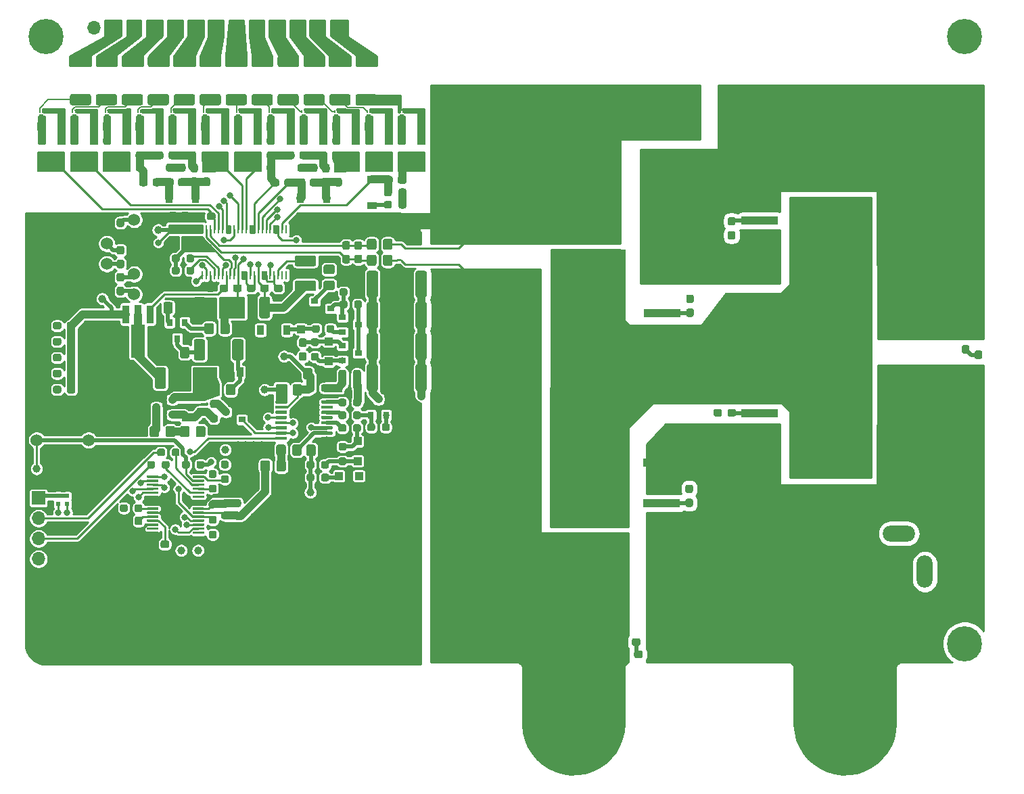
<source format=gbr>
%TF.GenerationSoftware,KiCad,Pcbnew,(5.1.7)-1*%
%TF.CreationDate,2021-03-06T18:12:56-08:00*%
%TF.ProjectId,eskate_bms,65736b61-7465-45f6-926d-732e6b696361,rev?*%
%TF.SameCoordinates,Original*%
%TF.FileFunction,Copper,L1,Top*%
%TF.FilePolarity,Positive*%
%FSLAX46Y46*%
G04 Gerber Fmt 4.6, Leading zero omitted, Abs format (unit mm)*
G04 Created by KiCad (PCBNEW (5.1.7)-1) date 2021-03-06 18:12:56*
%MOMM*%
%LPD*%
G01*
G04 APERTURE LIST*
%TA.AperFunction,EtchedComponent*%
%ADD10C,0.100000*%
%TD*%
%TA.AperFunction,SMDPad,CuDef*%
%ADD11O,0.600000X0.250000*%
%TD*%
%TA.AperFunction,SMDPad,CuDef*%
%ADD12O,0.250000X0.350000*%
%TD*%
%TA.AperFunction,ComponentPad*%
%ADD13C,0.900000*%
%TD*%
%TA.AperFunction,ComponentPad*%
%ADD14C,11.000000*%
%TD*%
%TA.AperFunction,SMDPad,CuDef*%
%ADD15R,1.000000X1.000000*%
%TD*%
%TA.AperFunction,SMDPad,CuDef*%
%ADD16R,0.900000X0.800000*%
%TD*%
%TA.AperFunction,SMDPad,CuDef*%
%ADD17C,0.250000*%
%TD*%
%TA.AperFunction,SMDPad,CuDef*%
%ADD18R,9.400000X10.800000*%
%TD*%
%TA.AperFunction,SMDPad,CuDef*%
%ADD19R,4.600000X1.100000*%
%TD*%
%TA.AperFunction,ComponentPad*%
%ADD20C,0.700000*%
%TD*%
%TA.AperFunction,ComponentPad*%
%ADD21C,4.400000*%
%TD*%
%TA.AperFunction,SMDPad,CuDef*%
%ADD22R,2.180000X3.120000*%
%TD*%
%TA.AperFunction,SMDPad,CuDef*%
%ADD23R,1.620000X3.300000*%
%TD*%
%TA.AperFunction,SMDPad,CuDef*%
%ADD24R,1.200000X0.900000*%
%TD*%
%TA.AperFunction,SMDPad,CuDef*%
%ADD25R,0.900000X1.200000*%
%TD*%
%TA.AperFunction,ComponentPad*%
%ADD26C,5.400000*%
%TD*%
%TA.AperFunction,ComponentPad*%
%ADD27O,2.280000X4.560000*%
%TD*%
%TA.AperFunction,ComponentPad*%
%ADD28O,4.050000X2.025000*%
%TD*%
%TA.AperFunction,ComponentPad*%
%ADD29O,2.025000X4.050000*%
%TD*%
%TA.AperFunction,ComponentPad*%
%ADD30O,1.700000X1.700000*%
%TD*%
%TA.AperFunction,ComponentPad*%
%ADD31R,1.700000X1.700000*%
%TD*%
%TA.AperFunction,SMDPad,CuDef*%
%ADD32C,2.000000*%
%TD*%
%TA.AperFunction,SMDPad,CuDef*%
%ADD33R,0.800000X0.900000*%
%TD*%
%TA.AperFunction,SMDPad,CuDef*%
%ADD34C,0.100000*%
%TD*%
%TA.AperFunction,SMDPad,CuDef*%
%ADD35R,0.900000X2.300000*%
%TD*%
%TA.AperFunction,ComponentPad*%
%ADD36C,1.524000*%
%TD*%
%TA.AperFunction,ComponentPad*%
%ADD37C,1.000000*%
%TD*%
%TA.AperFunction,SMDPad,CuDef*%
%ADD38R,0.285000X1.100000*%
%TD*%
%TA.AperFunction,SMDPad,CuDef*%
%ADD39R,0.500000X0.600000*%
%TD*%
%TA.AperFunction,ViaPad*%
%ADD40C,0.800000*%
%TD*%
%TA.AperFunction,Conductor*%
%ADD41C,0.250000*%
%TD*%
%TA.AperFunction,Conductor*%
%ADD42C,0.500000*%
%TD*%
%TA.AperFunction,Conductor*%
%ADD43C,2.000000*%
%TD*%
%TA.AperFunction,Conductor*%
%ADD44C,1.000000*%
%TD*%
%TA.AperFunction,Conductor*%
%ADD45C,0.150000*%
%TD*%
%TA.AperFunction,Conductor*%
%ADD46C,0.254000*%
%TD*%
%TA.AperFunction,Conductor*%
%ADD47C,0.100000*%
%TD*%
G04 APERTURE END LIST*
D10*
%TO.C,NT3*%
G36*
X165950000Y-45875000D02*
G01*
X166450000Y-45875000D01*
X166450000Y-46125000D01*
X165950000Y-46125000D01*
X165950000Y-45875000D01*
G37*
%TO.C,NT2*%
G36*
X165950000Y-43875000D02*
G01*
X166450000Y-43875000D01*
X166450000Y-44125000D01*
X165950000Y-44125000D01*
X165950000Y-43875000D01*
G37*
%TO.C,NT1*%
G36*
X170700000Y-42100000D02*
G01*
X166700000Y-42100000D01*
X166700000Y-40100000D01*
X170700000Y-40100000D01*
X170700000Y-42100000D01*
G37*
%TD*%
D11*
%TO.P,Q8,3*%
%TO.N,/BQ76940/C10*%
X162400000Y-27825000D03*
D12*
%TO.P,Q8,2*%
%TO.N,Net-(Q8-Pad2)*%
X162225000Y-27425000D03*
%TO.P,Q8,1*%
%TO.N,Net-(D9-Pad1)*%
X162575000Y-27425000D03*
%TD*%
D13*
%TO.P,H1,1*%
%TO.N,PACK+*%
X224926815Y-101073185D03*
X222000000Y-99875000D03*
X219073185Y-101073185D03*
X217875000Y-104000000D03*
X219073185Y-106926815D03*
X222000000Y-108125000D03*
X224926815Y-106926815D03*
X226125000Y-104000000D03*
D14*
X222000000Y-104000000D03*
%TD*%
%TO.P,R79,2*%
%TO.N,Net-(C36-Pad1)*%
%TA.AperFunction,SMDPad,CuDef*%
G36*
G01*
X155877500Y-56735000D02*
X155402500Y-56735000D01*
G75*
G02*
X155165000Y-56497500I0J237500D01*
G01*
X155165000Y-55997500D01*
G75*
G02*
X155402500Y-55760000I237500J0D01*
G01*
X155877500Y-55760000D01*
G75*
G02*
X156115000Y-55997500I0J-237500D01*
G01*
X156115000Y-56497500D01*
G75*
G02*
X155877500Y-56735000I-237500J0D01*
G01*
G37*
%TD.AperFunction*%
%TO.P,R79,1*%
%TO.N,PACK+*%
%TA.AperFunction,SMDPad,CuDef*%
G36*
G01*
X155877500Y-58560000D02*
X155402500Y-58560000D01*
G75*
G02*
X155165000Y-58322500I0J237500D01*
G01*
X155165000Y-57822500D01*
G75*
G02*
X155402500Y-57585000I237500J0D01*
G01*
X155877500Y-57585000D01*
G75*
G02*
X156115000Y-57822500I0J-237500D01*
G01*
X156115000Y-58322500D01*
G75*
G02*
X155877500Y-58560000I-237500J0D01*
G01*
G37*
%TD.AperFunction*%
%TD*%
D15*
%TO.P,D28,2*%
%TO.N,Net-(C36-Pad1)*%
X157380000Y-56160000D03*
%TO.P,D28,1*%
%TO.N,PACK+*%
X157380000Y-58660000D03*
%TD*%
%TO.P,C36,2*%
%TO.N,C15*%
%TA.AperFunction,SMDPad,CuDef*%
G36*
G01*
X153882500Y-57505000D02*
X154357500Y-57505000D01*
G75*
G02*
X154595000Y-57742500I0J-237500D01*
G01*
X154595000Y-58342500D01*
G75*
G02*
X154357500Y-58580000I-237500J0D01*
G01*
X153882500Y-58580000D01*
G75*
G02*
X153645000Y-58342500I0J237500D01*
G01*
X153645000Y-57742500D01*
G75*
G02*
X153882500Y-57505000I237500J0D01*
G01*
G37*
%TD.AperFunction*%
%TO.P,C36,1*%
%TO.N,Net-(C36-Pad1)*%
%TA.AperFunction,SMDPad,CuDef*%
G36*
G01*
X153882500Y-55780000D02*
X154357500Y-55780000D01*
G75*
G02*
X154595000Y-56017500I0J-237500D01*
G01*
X154595000Y-56617500D01*
G75*
G02*
X154357500Y-56855000I-237500J0D01*
G01*
X153882500Y-56855000D01*
G75*
G02*
X153645000Y-56617500I0J237500D01*
G01*
X153645000Y-56017500D01*
G75*
G02*
X153882500Y-55780000I237500J0D01*
G01*
G37*
%TD.AperFunction*%
%TD*%
D16*
%TO.P,Q25,3*%
%TO.N,Net-(Q22-Pad1)*%
X157620000Y-52050000D03*
%TO.P,Q25,2*%
%TO.N,GND*%
X155620000Y-53000000D03*
%TO.P,Q25,1*%
%TO.N,Net-(Q25-Pad1)*%
X155620000Y-51100000D03*
%TD*%
%TO.P,Q22,3*%
%TO.N,Net-(Q22-Pad3)*%
X161090000Y-54060000D03*
%TO.P,Q22,2*%
%TO.N,Net-(Q22-Pad2)*%
X159090000Y-55010000D03*
%TO.P,Q22,1*%
%TO.N,Net-(Q22-Pad1)*%
X159090000Y-53110000D03*
%TD*%
%TO.P,Q23,3*%
%TO.N,Net-(Q22-Pad3)*%
X161090000Y-57630000D03*
%TO.P,Q23,2*%
%TO.N,PACK+*%
X159090000Y-58580000D03*
%TO.P,Q23,1*%
%TO.N,Net-(C36-Pad1)*%
X159090000Y-56680000D03*
%TD*%
%TO.P,R84,2*%
%TO.N,GND*%
%TA.AperFunction,SMDPad,CuDef*%
G36*
G01*
X160565000Y-50227500D02*
X160565000Y-49752500D01*
G75*
G02*
X160802500Y-49515000I237500J0D01*
G01*
X161302500Y-49515000D01*
G75*
G02*
X161540000Y-49752500I0J-237500D01*
G01*
X161540000Y-50227500D01*
G75*
G02*
X161302500Y-50465000I-237500J0D01*
G01*
X160802500Y-50465000D01*
G75*
G02*
X160565000Y-50227500I0J237500D01*
G01*
G37*
%TD.AperFunction*%
%TO.P,R84,1*%
%TO.N,Net-(Q22-Pad1)*%
%TA.AperFunction,SMDPad,CuDef*%
G36*
G01*
X158740000Y-50227500D02*
X158740000Y-49752500D01*
G75*
G02*
X158977500Y-49515000I237500J0D01*
G01*
X159477500Y-49515000D01*
G75*
G02*
X159715000Y-49752500I0J-237500D01*
G01*
X159715000Y-50227500D01*
G75*
G02*
X159477500Y-50465000I-237500J0D01*
G01*
X158977500Y-50465000D01*
G75*
G02*
X158740000Y-50227500I0J237500D01*
G01*
G37*
%TD.AperFunction*%
%TD*%
%TO.P,R80,2*%
%TO.N,Net-(D25-Pad2)*%
%TA.AperFunction,SMDPad,CuDef*%
G36*
G01*
X156245000Y-54352500D02*
X156245000Y-54827500D01*
G75*
G02*
X156007500Y-55065000I-237500J0D01*
G01*
X155507500Y-55065000D01*
G75*
G02*
X155270000Y-54827500I0J237500D01*
G01*
X155270000Y-54352500D01*
G75*
G02*
X155507500Y-54115000I237500J0D01*
G01*
X156007500Y-54115000D01*
G75*
G02*
X156245000Y-54352500I0J-237500D01*
G01*
G37*
%TD.AperFunction*%
%TO.P,R80,1*%
%TO.N,Net-(Q22-Pad2)*%
%TA.AperFunction,SMDPad,CuDef*%
G36*
G01*
X158070000Y-54352500D02*
X158070000Y-54827500D01*
G75*
G02*
X157832500Y-55065000I-237500J0D01*
G01*
X157332500Y-55065000D01*
G75*
G02*
X157095000Y-54827500I0J237500D01*
G01*
X157095000Y-54352500D01*
G75*
G02*
X157332500Y-54115000I237500J0D01*
G01*
X157832500Y-54115000D01*
G75*
G02*
X158070000Y-54352500I0J-237500D01*
G01*
G37*
%TD.AperFunction*%
%TD*%
%TO.P,R85,2*%
%TO.N,REGOUT*%
%TA.AperFunction,SMDPad,CuDef*%
G36*
G01*
X157880001Y-47740000D02*
X156979999Y-47740000D01*
G75*
G02*
X156730000Y-47490001I0J249999D01*
G01*
X156730000Y-46789999D01*
G75*
G02*
X156979999Y-46540000I249999J0D01*
G01*
X157880001Y-46540000D01*
G75*
G02*
X158130000Y-46789999I0J-249999D01*
G01*
X158130000Y-47490001D01*
G75*
G02*
X157880001Y-47740000I-249999J0D01*
G01*
G37*
%TD.AperFunction*%
%TO.P,R85,1*%
%TO.N,Net-(Q25-Pad1)*%
%TA.AperFunction,SMDPad,CuDef*%
G36*
G01*
X157880001Y-49740000D02*
X156979999Y-49740000D01*
G75*
G02*
X156730000Y-49490001I0J249999D01*
G01*
X156730000Y-48789999D01*
G75*
G02*
X156979999Y-48540000I249999J0D01*
G01*
X157880001Y-48540000D01*
G75*
G02*
X158130000Y-48789999I0J-249999D01*
G01*
X158130000Y-49490001D01*
G75*
G02*
X157880001Y-49740000I-249999J0D01*
G01*
G37*
%TD.AperFunction*%
%TD*%
%TO.P,R87,2*%
%TO.N,Net-(Q22-Pad1)*%
%TA.AperFunction,SMDPad,CuDef*%
G36*
G01*
X159705000Y-51282500D02*
X159705000Y-51757500D01*
G75*
G02*
X159467500Y-51995000I-237500J0D01*
G01*
X158967500Y-51995000D01*
G75*
G02*
X158730000Y-51757500I0J237500D01*
G01*
X158730000Y-51282500D01*
G75*
G02*
X158967500Y-51045000I237500J0D01*
G01*
X159467500Y-51045000D01*
G75*
G02*
X159705000Y-51282500I0J-237500D01*
G01*
G37*
%TD.AperFunction*%
%TO.P,R87,1*%
%TO.N,Net-(Q22-Pad3)*%
%TA.AperFunction,SMDPad,CuDef*%
G36*
G01*
X161530000Y-51282500D02*
X161530000Y-51757500D01*
G75*
G02*
X161292500Y-51995000I-237500J0D01*
G01*
X160792500Y-51995000D01*
G75*
G02*
X160555000Y-51757500I0J237500D01*
G01*
X160555000Y-51282500D01*
G75*
G02*
X160792500Y-51045000I237500J0D01*
G01*
X161292500Y-51045000D01*
G75*
G02*
X161530000Y-51282500I0J-237500D01*
G01*
G37*
%TD.AperFunction*%
%TD*%
D17*
%TO.P,NT3,2*%
%TO.N,/BQ76200/SNSN*%
X165950000Y-46000000D03*
%TO.P,NT3,1*%
%TO.N,PACK-*%
X166450000Y-46000000D03*
%TD*%
%TO.P,NT2,2*%
%TO.N,/BQ76200/SNSP*%
X165950000Y-44000000D03*
%TO.P,NT2,1*%
%TO.N,-BATT*%
X166450000Y-44000000D03*
%TD*%
D13*
%TO.P,H2,1*%
%TO.N,PACK-*%
X190926815Y-101073185D03*
X188000000Y-99875000D03*
X185073185Y-101073185D03*
X183875000Y-104000000D03*
X185073185Y-106926815D03*
X188000000Y-108125000D03*
X190926815Y-106926815D03*
X192125000Y-104000000D03*
D14*
X188000000Y-104000000D03*
%TD*%
D18*
%TO.P,Q5,2*%
%TO.N,/BQ76200/CD*%
X220475000Y-67700000D03*
D19*
%TO.P,Q5,3*%
%TO.N,PACK+*%
X211325000Y-70240000D03*
%TO.P,Q5,1*%
%TO.N,Net-(FB4-Pad1)*%
X211325000Y-65160000D03*
%TD*%
D18*
%TO.P,Q4,2*%
%TO.N,/BQ76200/CD*%
X189900000Y-73900000D03*
D19*
%TO.P,Q4,3*%
%TO.N,PACK+*%
X199050000Y-71360000D03*
%TO.P,Q4,1*%
%TO.N,Net-(FB3-Pad1)*%
X199050000Y-76440000D03*
%TD*%
D18*
%TO.P,Q2,2*%
%TO.N,/BQ76200/CD*%
X189925000Y-50100000D03*
D19*
%TO.P,Q2,3*%
%TO.N,+BATT*%
X199075000Y-47560000D03*
%TO.P,Q2,1*%
%TO.N,Net-(FB2-Pad1)*%
X199075000Y-52640000D03*
%TD*%
D18*
%TO.P,Q1,2*%
%TO.N,/BQ76200/CD*%
X220475000Y-43600000D03*
D19*
%TO.P,Q1,3*%
%TO.N,+BATT*%
X211325000Y-46140000D03*
%TO.P,Q1,1*%
%TO.N,Net-(FB1-Pad1)*%
X211325000Y-41060000D03*
%TD*%
D20*
%TO.P,H6,1*%
%TO.N,Net-(H6-Pad1)*%
X238166726Y-92833274D03*
X237000000Y-92350000D03*
X235833274Y-92833274D03*
X235350000Y-94000000D03*
X235833274Y-95166726D03*
X237000000Y-95650000D03*
X238166726Y-95166726D03*
X238650000Y-94000000D03*
D21*
X237000000Y-94000000D03*
%TD*%
D20*
%TO.P,H5,1*%
%TO.N,Net-(H5-Pad1)*%
X238166726Y-16833274D03*
X237000000Y-16350000D03*
X235833274Y-16833274D03*
X235350000Y-18000000D03*
X235833274Y-19166726D03*
X237000000Y-19650000D03*
X238166726Y-19166726D03*
X238650000Y-18000000D03*
D21*
X237000000Y-18000000D03*
%TD*%
%TO.P,C1,2*%
%TO.N,BAT*%
%TA.AperFunction,SMDPad,CuDef*%
G36*
G01*
X154160000Y-60675000D02*
X154160000Y-59725000D01*
G75*
G02*
X154410000Y-59475000I250000J0D01*
G01*
X155085000Y-59475000D01*
G75*
G02*
X155335000Y-59725000I0J-250000D01*
G01*
X155335000Y-60675000D01*
G75*
G02*
X155085000Y-60925000I-250000J0D01*
G01*
X154410000Y-60925000D01*
G75*
G02*
X154160000Y-60675000I0J250000D01*
G01*
G37*
%TD.AperFunction*%
%TO.P,C1,1*%
%TO.N,GND*%
%TA.AperFunction,SMDPad,CuDef*%
G36*
G01*
X152085000Y-60675000D02*
X152085000Y-59725000D01*
G75*
G02*
X152335000Y-59475000I250000J0D01*
G01*
X153010000Y-59475000D01*
G75*
G02*
X153260000Y-59725000I0J-250000D01*
G01*
X153260000Y-60675000D01*
G75*
G02*
X153010000Y-60925000I-250000J0D01*
G01*
X152335000Y-60925000D01*
G75*
G02*
X152085000Y-60675000I0J250000D01*
G01*
G37*
%TD.AperFunction*%
%TD*%
%TO.P,C2,2*%
%TO.N,VDDCP*%
%TA.AperFunction,SMDPad,CuDef*%
G36*
G01*
X151960000Y-61745000D02*
X151960000Y-62695000D01*
G75*
G02*
X151710000Y-62945000I-250000J0D01*
G01*
X151035000Y-62945000D01*
G75*
G02*
X150785000Y-62695000I0J250000D01*
G01*
X150785000Y-61745000D01*
G75*
G02*
X151035000Y-61495000I250000J0D01*
G01*
X151710000Y-61495000D01*
G75*
G02*
X151960000Y-61745000I0J-250000D01*
G01*
G37*
%TD.AperFunction*%
%TO.P,C2,1*%
%TO.N,BAT*%
%TA.AperFunction,SMDPad,CuDef*%
G36*
G01*
X154035000Y-61745000D02*
X154035000Y-62695000D01*
G75*
G02*
X153785000Y-62945000I-250000J0D01*
G01*
X153110000Y-62945000D01*
G75*
G02*
X152860000Y-62695000I0J250000D01*
G01*
X152860000Y-61745000D01*
G75*
G02*
X153110000Y-61495000I250000J0D01*
G01*
X153785000Y-61495000D01*
G75*
G02*
X154035000Y-61745000I0J-250000D01*
G01*
G37*
%TD.AperFunction*%
%TD*%
%TO.P,C3,2*%
%TO.N,+BATT*%
%TA.AperFunction,SMDPad,CuDef*%
G36*
G01*
X237337500Y-55975000D02*
X236862500Y-55975000D01*
G75*
G02*
X236625000Y-55737500I0J237500D01*
G01*
X236625000Y-55137500D01*
G75*
G02*
X236862500Y-54900000I237500J0D01*
G01*
X237337500Y-54900000D01*
G75*
G02*
X237575000Y-55137500I0J-237500D01*
G01*
X237575000Y-55737500D01*
G75*
G02*
X237337500Y-55975000I-237500J0D01*
G01*
G37*
%TD.AperFunction*%
%TO.P,C3,1*%
%TO.N,Net-(C3-Pad1)*%
%TA.AperFunction,SMDPad,CuDef*%
G36*
G01*
X237337500Y-57700000D02*
X236862500Y-57700000D01*
G75*
G02*
X236625000Y-57462500I0J237500D01*
G01*
X236625000Y-56862500D01*
G75*
G02*
X236862500Y-56625000I237500J0D01*
G01*
X237337500Y-56625000D01*
G75*
G02*
X237575000Y-56862500I0J-237500D01*
G01*
X237575000Y-57462500D01*
G75*
G02*
X237337500Y-57700000I-237500J0D01*
G01*
G37*
%TD.AperFunction*%
%TD*%
%TO.P,C4,2*%
%TO.N,Net-(C3-Pad1)*%
%TA.AperFunction,SMDPad,CuDef*%
G36*
G01*
X238937500Y-58375000D02*
X238462500Y-58375000D01*
G75*
G02*
X238225000Y-58137500I0J237500D01*
G01*
X238225000Y-57537500D01*
G75*
G02*
X238462500Y-57300000I237500J0D01*
G01*
X238937500Y-57300000D01*
G75*
G02*
X239175000Y-57537500I0J-237500D01*
G01*
X239175000Y-58137500D01*
G75*
G02*
X238937500Y-58375000I-237500J0D01*
G01*
G37*
%TD.AperFunction*%
%TO.P,C4,1*%
%TO.N,PACK+*%
%TA.AperFunction,SMDPad,CuDef*%
G36*
G01*
X238937500Y-60100000D02*
X238462500Y-60100000D01*
G75*
G02*
X238225000Y-59862500I0J237500D01*
G01*
X238225000Y-59262500D01*
G75*
G02*
X238462500Y-59025000I237500J0D01*
G01*
X238937500Y-59025000D01*
G75*
G02*
X239175000Y-59262500I0J-237500D01*
G01*
X239175000Y-59862500D01*
G75*
G02*
X238937500Y-60100000I-237500J0D01*
G01*
G37*
%TD.AperFunction*%
%TD*%
%TO.P,C5,2*%
%TO.N,PACK*%
%TA.AperFunction,SMDPad,CuDef*%
G36*
G01*
X155750000Y-69325000D02*
X155750000Y-70275000D01*
G75*
G02*
X155500000Y-70525000I-250000J0D01*
G01*
X154825000Y-70525000D01*
G75*
G02*
X154575000Y-70275000I0J250000D01*
G01*
X154575000Y-69325000D01*
G75*
G02*
X154825000Y-69075000I250000J0D01*
G01*
X155500000Y-69075000D01*
G75*
G02*
X155750000Y-69325000I0J-250000D01*
G01*
G37*
%TD.AperFunction*%
%TO.P,C5,1*%
%TO.N,GND*%
%TA.AperFunction,SMDPad,CuDef*%
G36*
G01*
X157825000Y-69325000D02*
X157825000Y-70275000D01*
G75*
G02*
X157575000Y-70525000I-250000J0D01*
G01*
X156900000Y-70525000D01*
G75*
G02*
X156650000Y-70275000I0J250000D01*
G01*
X156650000Y-69325000D01*
G75*
G02*
X156900000Y-69075000I250000J0D01*
G01*
X157575000Y-69075000D01*
G75*
G02*
X157825000Y-69325000I0J-250000D01*
G01*
G37*
%TD.AperFunction*%
%TD*%
%TO.P,C6,2*%
%TO.N,PACK-*%
%TA.AperFunction,SMDPad,CuDef*%
G36*
G01*
X194675000Y-93562500D02*
X194675000Y-94037500D01*
G75*
G02*
X194437500Y-94275000I-237500J0D01*
G01*
X193837500Y-94275000D01*
G75*
G02*
X193600000Y-94037500I0J237500D01*
G01*
X193600000Y-93562500D01*
G75*
G02*
X193837500Y-93325000I237500J0D01*
G01*
X194437500Y-93325000D01*
G75*
G02*
X194675000Y-93562500I0J-237500D01*
G01*
G37*
%TD.AperFunction*%
%TO.P,C6,1*%
%TO.N,Net-(C6-Pad1)*%
%TA.AperFunction,SMDPad,CuDef*%
G36*
G01*
X196400000Y-93562500D02*
X196400000Y-94037500D01*
G75*
G02*
X196162500Y-94275000I-237500J0D01*
G01*
X195562500Y-94275000D01*
G75*
G02*
X195325000Y-94037500I0J237500D01*
G01*
X195325000Y-93562500D01*
G75*
G02*
X195562500Y-93325000I237500J0D01*
G01*
X196162500Y-93325000D01*
G75*
G02*
X196400000Y-93562500I0J-237500D01*
G01*
G37*
%TD.AperFunction*%
%TD*%
%TO.P,C7,2*%
%TO.N,Net-(C6-Pad1)*%
%TA.AperFunction,SMDPad,CuDef*%
G36*
G01*
X196675000Y-95087500D02*
X196675000Y-95562500D01*
G75*
G02*
X196437500Y-95800000I-237500J0D01*
G01*
X195837500Y-95800000D01*
G75*
G02*
X195600000Y-95562500I0J237500D01*
G01*
X195600000Y-95087500D01*
G75*
G02*
X195837500Y-94850000I237500J0D01*
G01*
X196437500Y-94850000D01*
G75*
G02*
X196675000Y-95087500I0J-237500D01*
G01*
G37*
%TD.AperFunction*%
%TO.P,C7,1*%
%TO.N,PACK+*%
%TA.AperFunction,SMDPad,CuDef*%
G36*
G01*
X198400000Y-95087500D02*
X198400000Y-95562500D01*
G75*
G02*
X198162500Y-95800000I-237500J0D01*
G01*
X197562500Y-95800000D01*
G75*
G02*
X197325000Y-95562500I0J237500D01*
G01*
X197325000Y-95087500D01*
G75*
G02*
X197562500Y-94850000I237500J0D01*
G01*
X198162500Y-94850000D01*
G75*
G02*
X198400000Y-95087500I0J-237500D01*
G01*
G37*
%TD.AperFunction*%
%TD*%
%TO.P,C8,2*%
%TO.N,/BQ76940/C11/vc+*%
%TA.AperFunction,SMDPad,CuDef*%
G36*
G01*
X166025000Y-36187500D02*
X166025000Y-35712500D01*
G75*
G02*
X166262500Y-35475000I237500J0D01*
G01*
X166862500Y-35475000D01*
G75*
G02*
X167100000Y-35712500I0J-237500D01*
G01*
X167100000Y-36187500D01*
G75*
G02*
X166862500Y-36425000I-237500J0D01*
G01*
X166262500Y-36425000D01*
G75*
G02*
X166025000Y-36187500I0J237500D01*
G01*
G37*
%TD.AperFunction*%
%TO.P,C8,1*%
%TO.N,/BQ76940/C12/vc+*%
%TA.AperFunction,SMDPad,CuDef*%
G36*
G01*
X164300000Y-36187500D02*
X164300000Y-35712500D01*
G75*
G02*
X164537500Y-35475000I237500J0D01*
G01*
X165137500Y-35475000D01*
G75*
G02*
X165375000Y-35712500I0J-237500D01*
G01*
X165375000Y-36187500D01*
G75*
G02*
X165137500Y-36425000I-237500J0D01*
G01*
X164537500Y-36425000D01*
G75*
G02*
X164300000Y-36187500I0J237500D01*
G01*
G37*
%TD.AperFunction*%
%TD*%
%TO.P,C10,2*%
%TO.N,/BQ76940/C10/vc+*%
%TA.AperFunction,SMDPad,CuDef*%
G36*
G01*
X165375000Y-34162500D02*
X165375000Y-34637500D01*
G75*
G02*
X165137500Y-34875000I-237500J0D01*
G01*
X164537500Y-34875000D01*
G75*
G02*
X164300000Y-34637500I0J237500D01*
G01*
X164300000Y-34162500D01*
G75*
G02*
X164537500Y-33925000I237500J0D01*
G01*
X165137500Y-33925000D01*
G75*
G02*
X165375000Y-34162500I0J-237500D01*
G01*
G37*
%TD.AperFunction*%
%TO.P,C10,1*%
%TO.N,/BQ76940/C11/vc+*%
%TA.AperFunction,SMDPad,CuDef*%
G36*
G01*
X167100000Y-34162500D02*
X167100000Y-34637500D01*
G75*
G02*
X166862500Y-34875000I-237500J0D01*
G01*
X166262500Y-34875000D01*
G75*
G02*
X166025000Y-34637500I0J237500D01*
G01*
X166025000Y-34162500D01*
G75*
G02*
X166262500Y-33925000I237500J0D01*
G01*
X166862500Y-33925000D01*
G75*
G02*
X167100000Y-34162500I0J-237500D01*
G01*
G37*
%TD.AperFunction*%
%TD*%
%TO.P,C11,2*%
%TO.N,/BQ76940/C9/vc+*%
%TA.AperFunction,SMDPad,CuDef*%
G36*
G01*
X161275000Y-34162500D02*
X161275000Y-34637500D01*
G75*
G02*
X161037500Y-34875000I-237500J0D01*
G01*
X160437500Y-34875000D01*
G75*
G02*
X160200000Y-34637500I0J237500D01*
G01*
X160200000Y-34162500D01*
G75*
G02*
X160437500Y-33925000I237500J0D01*
G01*
X161037500Y-33925000D01*
G75*
G02*
X161275000Y-34162500I0J-237500D01*
G01*
G37*
%TD.AperFunction*%
%TO.P,C11,1*%
%TO.N,/BQ76940/C10/vc+*%
%TA.AperFunction,SMDPad,CuDef*%
G36*
G01*
X163000000Y-34162500D02*
X163000000Y-34637500D01*
G75*
G02*
X162762500Y-34875000I-237500J0D01*
G01*
X162162500Y-34875000D01*
G75*
G02*
X161925000Y-34637500I0J237500D01*
G01*
X161925000Y-34162500D01*
G75*
G02*
X162162500Y-33925000I237500J0D01*
G01*
X162762500Y-33925000D01*
G75*
G02*
X163000000Y-34162500I0J-237500D01*
G01*
G37*
%TD.AperFunction*%
%TD*%
%TO.P,C12,2*%
%TO.N,VC10X*%
%TA.AperFunction,SMDPad,CuDef*%
G36*
G01*
X158312500Y-35675000D02*
X158787500Y-35675000D01*
G75*
G02*
X159025000Y-35912500I0J-237500D01*
G01*
X159025000Y-36512500D01*
G75*
G02*
X158787500Y-36750000I-237500J0D01*
G01*
X158312500Y-36750000D01*
G75*
G02*
X158075000Y-36512500I0J237500D01*
G01*
X158075000Y-35912500D01*
G75*
G02*
X158312500Y-35675000I237500J0D01*
G01*
G37*
%TD.AperFunction*%
%TO.P,C12,1*%
%TO.N,/BQ76940/C9/vc+*%
%TA.AperFunction,SMDPad,CuDef*%
G36*
G01*
X158312500Y-33950000D02*
X158787500Y-33950000D01*
G75*
G02*
X159025000Y-34187500I0J-237500D01*
G01*
X159025000Y-34787500D01*
G75*
G02*
X158787500Y-35025000I-237500J0D01*
G01*
X158312500Y-35025000D01*
G75*
G02*
X158075000Y-34787500I0J237500D01*
G01*
X158075000Y-34187500D01*
G75*
G02*
X158312500Y-33950000I237500J0D01*
G01*
G37*
%TD.AperFunction*%
%TD*%
%TO.P,C13,2*%
%TO.N,/BQ76940/C7/vc+*%
%TA.AperFunction,SMDPad,CuDef*%
G36*
G01*
X151175000Y-36052500D02*
X151175000Y-36527500D01*
G75*
G02*
X150937500Y-36765000I-237500J0D01*
G01*
X150337500Y-36765000D01*
G75*
G02*
X150100000Y-36527500I0J237500D01*
G01*
X150100000Y-36052500D01*
G75*
G02*
X150337500Y-35815000I237500J0D01*
G01*
X150937500Y-35815000D01*
G75*
G02*
X151175000Y-36052500I0J-237500D01*
G01*
G37*
%TD.AperFunction*%
%TO.P,C13,1*%
%TO.N,/BQ76940/C8/vc+*%
%TA.AperFunction,SMDPad,CuDef*%
G36*
G01*
X152900000Y-36052500D02*
X152900000Y-36527500D01*
G75*
G02*
X152662500Y-36765000I-237500J0D01*
G01*
X152062500Y-36765000D01*
G75*
G02*
X151825000Y-36527500I0J237500D01*
G01*
X151825000Y-36052500D01*
G75*
G02*
X152062500Y-35815000I237500J0D01*
G01*
X152662500Y-35815000D01*
G75*
G02*
X152900000Y-36052500I0J-237500D01*
G01*
G37*
%TD.AperFunction*%
%TD*%
%TO.P,C15,2*%
%TO.N,/BQ76940/C6/vc+*%
%TA.AperFunction,SMDPad,CuDef*%
G36*
G01*
X148975000Y-34162500D02*
X148975000Y-34637500D01*
G75*
G02*
X148737500Y-34875000I-237500J0D01*
G01*
X148137500Y-34875000D01*
G75*
G02*
X147900000Y-34637500I0J237500D01*
G01*
X147900000Y-34162500D01*
G75*
G02*
X148137500Y-33925000I237500J0D01*
G01*
X148737500Y-33925000D01*
G75*
G02*
X148975000Y-34162500I0J-237500D01*
G01*
G37*
%TD.AperFunction*%
%TO.P,C15,1*%
%TO.N,/BQ76940/C7/vc+*%
%TA.AperFunction,SMDPad,CuDef*%
G36*
G01*
X150700000Y-34162500D02*
X150700000Y-34637500D01*
G75*
G02*
X150462500Y-34875000I-237500J0D01*
G01*
X149862500Y-34875000D01*
G75*
G02*
X149625000Y-34637500I0J237500D01*
G01*
X149625000Y-34162500D01*
G75*
G02*
X149862500Y-33925000I237500J0D01*
G01*
X150462500Y-33925000D01*
G75*
G02*
X150700000Y-34162500I0J-237500D01*
G01*
G37*
%TD.AperFunction*%
%TD*%
%TO.P,C16,2*%
%TO.N,/BQ76940/C5/vc+*%
%TA.AperFunction,SMDPad,CuDef*%
G36*
G01*
X144875000Y-34162500D02*
X144875000Y-34637500D01*
G75*
G02*
X144637500Y-34875000I-237500J0D01*
G01*
X144037500Y-34875000D01*
G75*
G02*
X143800000Y-34637500I0J237500D01*
G01*
X143800000Y-34162500D01*
G75*
G02*
X144037500Y-33925000I237500J0D01*
G01*
X144637500Y-33925000D01*
G75*
G02*
X144875000Y-34162500I0J-237500D01*
G01*
G37*
%TD.AperFunction*%
%TO.P,C16,1*%
%TO.N,/BQ76940/C6/vc+*%
%TA.AperFunction,SMDPad,CuDef*%
G36*
G01*
X146600000Y-34162500D02*
X146600000Y-34637500D01*
G75*
G02*
X146362500Y-34875000I-237500J0D01*
G01*
X145762500Y-34875000D01*
G75*
G02*
X145525000Y-34637500I0J237500D01*
G01*
X145525000Y-34162500D01*
G75*
G02*
X145762500Y-33925000I237500J0D01*
G01*
X146362500Y-33925000D01*
G75*
G02*
X146600000Y-34162500I0J-237500D01*
G01*
G37*
%TD.AperFunction*%
%TD*%
%TO.P,C17,2*%
%TO.N,VC5X*%
%TA.AperFunction,SMDPad,CuDef*%
G36*
G01*
X141822500Y-35645000D02*
X142297500Y-35645000D01*
G75*
G02*
X142535000Y-35882500I0J-237500D01*
G01*
X142535000Y-36482500D01*
G75*
G02*
X142297500Y-36720000I-237500J0D01*
G01*
X141822500Y-36720000D01*
G75*
G02*
X141585000Y-36482500I0J237500D01*
G01*
X141585000Y-35882500D01*
G75*
G02*
X141822500Y-35645000I237500J0D01*
G01*
G37*
%TD.AperFunction*%
%TO.P,C17,1*%
%TO.N,/BQ76940/C5/vc+*%
%TA.AperFunction,SMDPad,CuDef*%
G36*
G01*
X141822500Y-33920000D02*
X142297500Y-33920000D01*
G75*
G02*
X142535000Y-34157500I0J-237500D01*
G01*
X142535000Y-34757500D01*
G75*
G02*
X142297500Y-34995000I-237500J0D01*
G01*
X141822500Y-34995000D01*
G75*
G02*
X141585000Y-34757500I0J237500D01*
G01*
X141585000Y-34157500D01*
G75*
G02*
X141822500Y-33920000I237500J0D01*
G01*
G37*
%TD.AperFunction*%
%TD*%
%TO.P,C18,2*%
%TO.N,/BQ76940/C3/vc+*%
%TA.AperFunction,SMDPad,CuDef*%
G36*
G01*
X134705000Y-36002500D02*
X134705000Y-36477500D01*
G75*
G02*
X134467500Y-36715000I-237500J0D01*
G01*
X133867500Y-36715000D01*
G75*
G02*
X133630000Y-36477500I0J237500D01*
G01*
X133630000Y-36002500D01*
G75*
G02*
X133867500Y-35765000I237500J0D01*
G01*
X134467500Y-35765000D01*
G75*
G02*
X134705000Y-36002500I0J-237500D01*
G01*
G37*
%TD.AperFunction*%
%TO.P,C18,1*%
%TO.N,/BQ76940/C4/vc+*%
%TA.AperFunction,SMDPad,CuDef*%
G36*
G01*
X136430000Y-36002500D02*
X136430000Y-36477500D01*
G75*
G02*
X136192500Y-36715000I-237500J0D01*
G01*
X135592500Y-36715000D01*
G75*
G02*
X135355000Y-36477500I0J237500D01*
G01*
X135355000Y-36002500D01*
G75*
G02*
X135592500Y-35765000I237500J0D01*
G01*
X136192500Y-35765000D01*
G75*
G02*
X136430000Y-36002500I0J-237500D01*
G01*
G37*
%TD.AperFunction*%
%TD*%
%TO.P,C20,2*%
%TO.N,/BQ76940/C2/vc+*%
%TA.AperFunction,SMDPad,CuDef*%
G36*
G01*
X132575000Y-34162500D02*
X132575000Y-34637500D01*
G75*
G02*
X132337500Y-34875000I-237500J0D01*
G01*
X131737500Y-34875000D01*
G75*
G02*
X131500000Y-34637500I0J237500D01*
G01*
X131500000Y-34162500D01*
G75*
G02*
X131737500Y-33925000I237500J0D01*
G01*
X132337500Y-33925000D01*
G75*
G02*
X132575000Y-34162500I0J-237500D01*
G01*
G37*
%TD.AperFunction*%
%TO.P,C20,1*%
%TO.N,/BQ76940/C3/vc+*%
%TA.AperFunction,SMDPad,CuDef*%
G36*
G01*
X134300000Y-34162500D02*
X134300000Y-34637500D01*
G75*
G02*
X134062500Y-34875000I-237500J0D01*
G01*
X133462500Y-34875000D01*
G75*
G02*
X133225000Y-34637500I0J237500D01*
G01*
X133225000Y-34162500D01*
G75*
G02*
X133462500Y-33925000I237500J0D01*
G01*
X134062500Y-33925000D01*
G75*
G02*
X134300000Y-34162500I0J-237500D01*
G01*
G37*
%TD.AperFunction*%
%TD*%
%TO.P,C21,2*%
%TO.N,/BQ76940/C1/vc+*%
%TA.AperFunction,SMDPad,CuDef*%
G36*
G01*
X128475000Y-34162500D02*
X128475000Y-34637500D01*
G75*
G02*
X128237500Y-34875000I-237500J0D01*
G01*
X127637500Y-34875000D01*
G75*
G02*
X127400000Y-34637500I0J237500D01*
G01*
X127400000Y-34162500D01*
G75*
G02*
X127637500Y-33925000I237500J0D01*
G01*
X128237500Y-33925000D01*
G75*
G02*
X128475000Y-34162500I0J-237500D01*
G01*
G37*
%TD.AperFunction*%
%TO.P,C21,1*%
%TO.N,/BQ76940/C2/vc+*%
%TA.AperFunction,SMDPad,CuDef*%
G36*
G01*
X130200000Y-34162500D02*
X130200000Y-34637500D01*
G75*
G02*
X129962500Y-34875000I-237500J0D01*
G01*
X129362500Y-34875000D01*
G75*
G02*
X129125000Y-34637500I0J237500D01*
G01*
X129125000Y-34162500D01*
G75*
G02*
X129362500Y-33925000I237500J0D01*
G01*
X129962500Y-33925000D01*
G75*
G02*
X130200000Y-34162500I0J-237500D01*
G01*
G37*
%TD.AperFunction*%
%TD*%
%TO.P,C22,2*%
%TO.N,/BQ76940/C1/vc-*%
%TA.AperFunction,SMDPad,CuDef*%
G36*
G01*
X124375000Y-34162500D02*
X124375000Y-34637500D01*
G75*
G02*
X124137500Y-34875000I-237500J0D01*
G01*
X123537500Y-34875000D01*
G75*
G02*
X123300000Y-34637500I0J237500D01*
G01*
X123300000Y-34162500D01*
G75*
G02*
X123537500Y-33925000I237500J0D01*
G01*
X124137500Y-33925000D01*
G75*
G02*
X124375000Y-34162500I0J-237500D01*
G01*
G37*
%TD.AperFunction*%
%TO.P,C22,1*%
%TO.N,/BQ76940/C1/vc+*%
%TA.AperFunction,SMDPad,CuDef*%
G36*
G01*
X126100000Y-34162500D02*
X126100000Y-34637500D01*
G75*
G02*
X125862500Y-34875000I-237500J0D01*
G01*
X125262500Y-34875000D01*
G75*
G02*
X125025000Y-34637500I0J237500D01*
G01*
X125025000Y-34162500D01*
G75*
G02*
X125262500Y-33925000I237500J0D01*
G01*
X125862500Y-33925000D01*
G75*
G02*
X126100000Y-34162500I0J-237500D01*
G01*
G37*
%TD.AperFunction*%
%TD*%
%TO.P,C23,2*%
%TO.N,VC10X*%
%TA.AperFunction,SMDPad,CuDef*%
G36*
G01*
X156782500Y-35675000D02*
X157257500Y-35675000D01*
G75*
G02*
X157495000Y-35912500I0J-237500D01*
G01*
X157495000Y-36512500D01*
G75*
G02*
X157257500Y-36750000I-237500J0D01*
G01*
X156782500Y-36750000D01*
G75*
G02*
X156545000Y-36512500I0J237500D01*
G01*
X156545000Y-35912500D01*
G75*
G02*
X156782500Y-35675000I237500J0D01*
G01*
G37*
%TD.AperFunction*%
%TO.P,C23,1*%
%TO.N,/BQ76940/C9/vcb*%
%TA.AperFunction,SMDPad,CuDef*%
G36*
G01*
X156782500Y-33950000D02*
X157257500Y-33950000D01*
G75*
G02*
X157495000Y-34187500I0J-237500D01*
G01*
X157495000Y-34787500D01*
G75*
G02*
X157257500Y-35025000I-237500J0D01*
G01*
X156782500Y-35025000D01*
G75*
G02*
X156545000Y-34787500I0J237500D01*
G01*
X156545000Y-34187500D01*
G75*
G02*
X156782500Y-33950000I237500J0D01*
G01*
G37*
%TD.AperFunction*%
%TD*%
%TO.P,C24,2*%
%TO.N,VC5X*%
%TA.AperFunction,SMDPad,CuDef*%
G36*
G01*
X140292500Y-35645000D02*
X140767500Y-35645000D01*
G75*
G02*
X141005000Y-35882500I0J-237500D01*
G01*
X141005000Y-36482500D01*
G75*
G02*
X140767500Y-36720000I-237500J0D01*
G01*
X140292500Y-36720000D01*
G75*
G02*
X140055000Y-36482500I0J237500D01*
G01*
X140055000Y-35882500D01*
G75*
G02*
X140292500Y-35645000I237500J0D01*
G01*
G37*
%TD.AperFunction*%
%TO.P,C24,1*%
%TO.N,/BQ76940/C5/vcb*%
%TA.AperFunction,SMDPad,CuDef*%
G36*
G01*
X140292500Y-33920000D02*
X140767500Y-33920000D01*
G75*
G02*
X141005000Y-34157500I0J-237500D01*
G01*
X141005000Y-34757500D01*
G75*
G02*
X140767500Y-34995000I-237500J0D01*
G01*
X140292500Y-34995000D01*
G75*
G02*
X140055000Y-34757500I0J237500D01*
G01*
X140055000Y-34157500D01*
G75*
G02*
X140292500Y-33920000I237500J0D01*
G01*
G37*
%TD.AperFunction*%
%TD*%
%TO.P,C25,2*%
%TO.N,/BQ76940/C1/vc-*%
%TA.AperFunction,SMDPad,CuDef*%
G36*
G01*
X142125000Y-40737500D02*
X142125000Y-40262500D01*
G75*
G02*
X142362500Y-40025000I237500J0D01*
G01*
X142962500Y-40025000D01*
G75*
G02*
X143200000Y-40262500I0J-237500D01*
G01*
X143200000Y-40737500D01*
G75*
G02*
X142962500Y-40975000I-237500J0D01*
G01*
X142362500Y-40975000D01*
G75*
G02*
X142125000Y-40737500I0J237500D01*
G01*
G37*
%TD.AperFunction*%
%TO.P,C25,1*%
%TO.N,GND*%
%TA.AperFunction,SMDPad,CuDef*%
G36*
G01*
X140400000Y-40737500D02*
X140400000Y-40262500D01*
G75*
G02*
X140637500Y-40025000I237500J0D01*
G01*
X141237500Y-40025000D01*
G75*
G02*
X141475000Y-40262500I0J-237500D01*
G01*
X141475000Y-40737500D01*
G75*
G02*
X141237500Y-40975000I-237500J0D01*
G01*
X140637500Y-40975000D01*
G75*
G02*
X140400000Y-40737500I0J237500D01*
G01*
G37*
%TD.AperFunction*%
%TD*%
%TO.P,C26,2*%
%TO.N,/BQ76940/ALERT*%
%TA.AperFunction,SMDPad,CuDef*%
G36*
G01*
X139122500Y-41625000D02*
X139597500Y-41625000D01*
G75*
G02*
X139835000Y-41862500I0J-237500D01*
G01*
X139835000Y-42462500D01*
G75*
G02*
X139597500Y-42700000I-237500J0D01*
G01*
X139122500Y-42700000D01*
G75*
G02*
X138885000Y-42462500I0J237500D01*
G01*
X138885000Y-41862500D01*
G75*
G02*
X139122500Y-41625000I237500J0D01*
G01*
G37*
%TD.AperFunction*%
%TO.P,C26,1*%
%TO.N,GND*%
%TA.AperFunction,SMDPad,CuDef*%
G36*
G01*
X139122500Y-39900000D02*
X139597500Y-39900000D01*
G75*
G02*
X139835000Y-40137500I0J-237500D01*
G01*
X139835000Y-40737500D01*
G75*
G02*
X139597500Y-40975000I-237500J0D01*
G01*
X139122500Y-40975000D01*
G75*
G02*
X138885000Y-40737500I0J237500D01*
G01*
X138885000Y-40137500D01*
G75*
G02*
X139122500Y-39900000I237500J0D01*
G01*
G37*
%TD.AperFunction*%
%TD*%
%TO.P,C27,2*%
%TO.N,GND*%
%TA.AperFunction,SMDPad,CuDef*%
G36*
G01*
X161307500Y-42975000D02*
X160832500Y-42975000D01*
G75*
G02*
X160595000Y-42737500I0J237500D01*
G01*
X160595000Y-42137500D01*
G75*
G02*
X160832500Y-41900000I237500J0D01*
G01*
X161307500Y-41900000D01*
G75*
G02*
X161545000Y-42137500I0J-237500D01*
G01*
X161545000Y-42737500D01*
G75*
G02*
X161307500Y-42975000I-237500J0D01*
G01*
G37*
%TD.AperFunction*%
%TO.P,C27,1*%
%TO.N,Net-(C27-Pad1)*%
%TA.AperFunction,SMDPad,CuDef*%
G36*
G01*
X161307500Y-44700000D02*
X160832500Y-44700000D01*
G75*
G02*
X160595000Y-44462500I0J237500D01*
G01*
X160595000Y-43862500D01*
G75*
G02*
X160832500Y-43625000I237500J0D01*
G01*
X161307500Y-43625000D01*
G75*
G02*
X161545000Y-43862500I0J-237500D01*
G01*
X161545000Y-44462500D01*
G75*
G02*
X161307500Y-44700000I-237500J0D01*
G01*
G37*
%TD.AperFunction*%
%TD*%
%TO.P,C28,2*%
%TO.N,Net-(C28-Pad2)*%
%TA.AperFunction,SMDPad,CuDef*%
G36*
G01*
X159312500Y-45325000D02*
X159787500Y-45325000D01*
G75*
G02*
X160025000Y-45562500I0J-237500D01*
G01*
X160025000Y-46162500D01*
G75*
G02*
X159787500Y-46400000I-237500J0D01*
G01*
X159312500Y-46400000D01*
G75*
G02*
X159075000Y-46162500I0J237500D01*
G01*
X159075000Y-45562500D01*
G75*
G02*
X159312500Y-45325000I237500J0D01*
G01*
G37*
%TD.AperFunction*%
%TO.P,C28,1*%
%TO.N,Net-(C27-Pad1)*%
%TA.AperFunction,SMDPad,CuDef*%
G36*
G01*
X159312500Y-43600000D02*
X159787500Y-43600000D01*
G75*
G02*
X160025000Y-43837500I0J-237500D01*
G01*
X160025000Y-44437500D01*
G75*
G02*
X159787500Y-44675000I-237500J0D01*
G01*
X159312500Y-44675000D01*
G75*
G02*
X159075000Y-44437500I0J237500D01*
G01*
X159075000Y-43837500D01*
G75*
G02*
X159312500Y-43600000I237500J0D01*
G01*
G37*
%TD.AperFunction*%
%TD*%
%TO.P,C29,2*%
%TO.N,Net-(C28-Pad2)*%
%TA.AperFunction,SMDPad,CuDef*%
G36*
G01*
X161307500Y-46375000D02*
X160832500Y-46375000D01*
G75*
G02*
X160595000Y-46137500I0J237500D01*
G01*
X160595000Y-45537500D01*
G75*
G02*
X160832500Y-45300000I237500J0D01*
G01*
X161307500Y-45300000D01*
G75*
G02*
X161545000Y-45537500I0J-237500D01*
G01*
X161545000Y-46137500D01*
G75*
G02*
X161307500Y-46375000I-237500J0D01*
G01*
G37*
%TD.AperFunction*%
%TO.P,C29,1*%
%TO.N,GND*%
%TA.AperFunction,SMDPad,CuDef*%
G36*
G01*
X161307500Y-48100000D02*
X160832500Y-48100000D01*
G75*
G02*
X160595000Y-47862500I0J237500D01*
G01*
X160595000Y-47262500D01*
G75*
G02*
X160832500Y-47025000I237500J0D01*
G01*
X161307500Y-47025000D01*
G75*
G02*
X161545000Y-47262500I0J-237500D01*
G01*
X161545000Y-47862500D01*
G75*
G02*
X161307500Y-48100000I-237500J0D01*
G01*
G37*
%TD.AperFunction*%
%TD*%
%TO.P,C30,2*%
%TO.N,TS3*%
%TA.AperFunction,SMDPad,CuDef*%
G36*
G01*
X131062500Y-49325000D02*
X131537500Y-49325000D01*
G75*
G02*
X131775000Y-49562500I0J-237500D01*
G01*
X131775000Y-50162500D01*
G75*
G02*
X131537500Y-50400000I-237500J0D01*
G01*
X131062500Y-50400000D01*
G75*
G02*
X130825000Y-50162500I0J237500D01*
G01*
X130825000Y-49562500D01*
G75*
G02*
X131062500Y-49325000I237500J0D01*
G01*
G37*
%TD.AperFunction*%
%TO.P,C30,1*%
%TO.N,VC10X*%
%TA.AperFunction,SMDPad,CuDef*%
G36*
G01*
X131062500Y-47600000D02*
X131537500Y-47600000D01*
G75*
G02*
X131775000Y-47837500I0J-237500D01*
G01*
X131775000Y-48437500D01*
G75*
G02*
X131537500Y-48675000I-237500J0D01*
G01*
X131062500Y-48675000D01*
G75*
G02*
X130825000Y-48437500I0J237500D01*
G01*
X130825000Y-47837500D01*
G75*
G02*
X131062500Y-47600000I237500J0D01*
G01*
G37*
%TD.AperFunction*%
%TD*%
%TO.P,C31,2*%
%TO.N,TS2*%
%TA.AperFunction,SMDPad,CuDef*%
G36*
G01*
X131062500Y-45925000D02*
X131537500Y-45925000D01*
G75*
G02*
X131775000Y-46162500I0J-237500D01*
G01*
X131775000Y-46762500D01*
G75*
G02*
X131537500Y-47000000I-237500J0D01*
G01*
X131062500Y-47000000D01*
G75*
G02*
X130825000Y-46762500I0J237500D01*
G01*
X130825000Y-46162500D01*
G75*
G02*
X131062500Y-45925000I237500J0D01*
G01*
G37*
%TD.AperFunction*%
%TO.P,C31,1*%
%TO.N,VC5X*%
%TA.AperFunction,SMDPad,CuDef*%
G36*
G01*
X131062500Y-44200000D02*
X131537500Y-44200000D01*
G75*
G02*
X131775000Y-44437500I0J-237500D01*
G01*
X131775000Y-45037500D01*
G75*
G02*
X131537500Y-45275000I-237500J0D01*
G01*
X131062500Y-45275000D01*
G75*
G02*
X130825000Y-45037500I0J237500D01*
G01*
X130825000Y-44437500D01*
G75*
G02*
X131062500Y-44200000I237500J0D01*
G01*
G37*
%TD.AperFunction*%
%TD*%
%TO.P,C32,2*%
%TO.N,TS1*%
%TA.AperFunction,SMDPad,CuDef*%
G36*
G01*
X131537500Y-41837500D02*
X131062500Y-41837500D01*
G75*
G02*
X130825000Y-41600000I0J237500D01*
G01*
X130825000Y-41000000D01*
G75*
G02*
X131062500Y-40762500I237500J0D01*
G01*
X131537500Y-40762500D01*
G75*
G02*
X131775000Y-41000000I0J-237500D01*
G01*
X131775000Y-41600000D01*
G75*
G02*
X131537500Y-41837500I-237500J0D01*
G01*
G37*
%TD.AperFunction*%
%TO.P,C32,1*%
%TO.N,GND*%
%TA.AperFunction,SMDPad,CuDef*%
G36*
G01*
X131537500Y-43562500D02*
X131062500Y-43562500D01*
G75*
G02*
X130825000Y-43325000I0J237500D01*
G01*
X130825000Y-42725000D01*
G75*
G02*
X131062500Y-42487500I237500J0D01*
G01*
X131537500Y-42487500D01*
G75*
G02*
X131775000Y-42725000I0J-237500D01*
G01*
X131775000Y-43325000D01*
G75*
G02*
X131537500Y-43562500I-237500J0D01*
G01*
G37*
%TD.AperFunction*%
%TD*%
%TO.P,C33,2*%
%TO.N,VC10X*%
%TA.AperFunction,SMDPad,CuDef*%
G36*
G01*
X149875000Y-49262500D02*
X149875000Y-49737500D01*
G75*
G02*
X149637500Y-49975000I-237500J0D01*
G01*
X149037500Y-49975000D01*
G75*
G02*
X148800000Y-49737500I0J237500D01*
G01*
X148800000Y-49262500D01*
G75*
G02*
X149037500Y-49025000I237500J0D01*
G01*
X149637500Y-49025000D01*
G75*
G02*
X149875000Y-49262500I0J-237500D01*
G01*
G37*
%TD.AperFunction*%
%TO.P,C33,1*%
%TO.N,Net-(C33-Pad1)*%
%TA.AperFunction,SMDPad,CuDef*%
G36*
G01*
X151600000Y-49262500D02*
X151600000Y-49737500D01*
G75*
G02*
X151362500Y-49975000I-237500J0D01*
G01*
X150762500Y-49975000D01*
G75*
G02*
X150525000Y-49737500I0J237500D01*
G01*
X150525000Y-49262500D01*
G75*
G02*
X150762500Y-49025000I237500J0D01*
G01*
X151362500Y-49025000D01*
G75*
G02*
X151600000Y-49262500I0J-237500D01*
G01*
G37*
%TD.AperFunction*%
%TD*%
%TO.P,C34,2*%
%TO.N,VC5X*%
%TA.AperFunction,SMDPad,CuDef*%
G36*
G01*
X146475000Y-49262500D02*
X146475000Y-49737500D01*
G75*
G02*
X146237500Y-49975000I-237500J0D01*
G01*
X145637500Y-49975000D01*
G75*
G02*
X145400000Y-49737500I0J237500D01*
G01*
X145400000Y-49262500D01*
G75*
G02*
X145637500Y-49025000I237500J0D01*
G01*
X146237500Y-49025000D01*
G75*
G02*
X146475000Y-49262500I0J-237500D01*
G01*
G37*
%TD.AperFunction*%
%TO.P,C34,1*%
%TO.N,Net-(C34-Pad1)*%
%TA.AperFunction,SMDPad,CuDef*%
G36*
G01*
X148200000Y-49262500D02*
X148200000Y-49737500D01*
G75*
G02*
X147962500Y-49975000I-237500J0D01*
G01*
X147362500Y-49975000D01*
G75*
G02*
X147125000Y-49737500I0J237500D01*
G01*
X147125000Y-49262500D01*
G75*
G02*
X147362500Y-49025000I237500J0D01*
G01*
X147962500Y-49025000D01*
G75*
G02*
X148200000Y-49262500I0J-237500D01*
G01*
G37*
%TD.AperFunction*%
%TD*%
%TO.P,C35,2*%
%TO.N,CAP1*%
%TA.AperFunction,SMDPad,CuDef*%
G36*
G01*
X143725000Y-49737500D02*
X143725000Y-49262500D01*
G75*
G02*
X143962500Y-49025000I237500J0D01*
G01*
X144562500Y-49025000D01*
G75*
G02*
X144800000Y-49262500I0J-237500D01*
G01*
X144800000Y-49737500D01*
G75*
G02*
X144562500Y-49975000I-237500J0D01*
G01*
X143962500Y-49975000D01*
G75*
G02*
X143725000Y-49737500I0J237500D01*
G01*
G37*
%TD.AperFunction*%
%TO.P,C35,1*%
%TO.N,GND*%
%TA.AperFunction,SMDPad,CuDef*%
G36*
G01*
X142000000Y-49737500D02*
X142000000Y-49262500D01*
G75*
G02*
X142237500Y-49025000I237500J0D01*
G01*
X142837500Y-49025000D01*
G75*
G02*
X143075000Y-49262500I0J-237500D01*
G01*
X143075000Y-49737500D01*
G75*
G02*
X142837500Y-49975000I-237500J0D01*
G01*
X142237500Y-49975000D01*
G75*
G02*
X142000000Y-49737500I0J237500D01*
G01*
G37*
%TD.AperFunction*%
%TD*%
%TO.P,C37,2*%
%TO.N,VC15X*%
%TA.AperFunction,SMDPad,CuDef*%
G36*
G01*
X155550001Y-46740000D02*
X153349999Y-46740000D01*
G75*
G02*
X153100000Y-46490001I0J249999D01*
G01*
X153100000Y-45664999D01*
G75*
G02*
X153349999Y-45415000I249999J0D01*
G01*
X155550001Y-45415000D01*
G75*
G02*
X155800000Y-45664999I0J-249999D01*
G01*
X155800000Y-46490001D01*
G75*
G02*
X155550001Y-46740000I-249999J0D01*
G01*
G37*
%TD.AperFunction*%
%TO.P,C37,1*%
%TO.N,VC10X*%
%TA.AperFunction,SMDPad,CuDef*%
G36*
G01*
X155550001Y-49865000D02*
X153349999Y-49865000D01*
G75*
G02*
X153100000Y-49615001I0J249999D01*
G01*
X153100000Y-48789999D01*
G75*
G02*
X153349999Y-48540000I249999J0D01*
G01*
X155550001Y-48540000D01*
G75*
G02*
X155800000Y-48789999I0J-249999D01*
G01*
X155800000Y-49615001D01*
G75*
G02*
X155550001Y-49865000I-249999J0D01*
G01*
G37*
%TD.AperFunction*%
%TD*%
%TO.P,C38,2*%
%TO.N,VC10X*%
%TA.AperFunction,SMDPad,CuDef*%
G36*
G01*
X148690000Y-53020001D02*
X148690000Y-50819999D01*
G75*
G02*
X148939999Y-50570000I249999J0D01*
G01*
X149765001Y-50570000D01*
G75*
G02*
X150015000Y-50819999I0J-249999D01*
G01*
X150015000Y-53020001D01*
G75*
G02*
X149765001Y-53270000I-249999J0D01*
G01*
X148939999Y-53270000D01*
G75*
G02*
X148690000Y-53020001I0J249999D01*
G01*
G37*
%TD.AperFunction*%
%TO.P,C38,1*%
%TO.N,VC5X*%
%TA.AperFunction,SMDPad,CuDef*%
G36*
G01*
X145565000Y-53020001D02*
X145565000Y-50819999D01*
G75*
G02*
X145814999Y-50570000I249999J0D01*
G01*
X146640001Y-50570000D01*
G75*
G02*
X146890000Y-50819999I0J-249999D01*
G01*
X146890000Y-53020001D01*
G75*
G02*
X146640001Y-53270000I-249999J0D01*
G01*
X145814999Y-53270000D01*
G75*
G02*
X145565000Y-53020001I0J249999D01*
G01*
G37*
%TD.AperFunction*%
%TD*%
%TO.P,C39,2*%
%TO.N,VC5X*%
%TA.AperFunction,SMDPad,CuDef*%
G36*
G01*
X143660000Y-53020001D02*
X143660000Y-50819999D01*
G75*
G02*
X143909999Y-50570000I249999J0D01*
G01*
X144735001Y-50570000D01*
G75*
G02*
X144985000Y-50819999I0J-249999D01*
G01*
X144985000Y-53020001D01*
G75*
G02*
X144735001Y-53270000I-249999J0D01*
G01*
X143909999Y-53270000D01*
G75*
G02*
X143660000Y-53020001I0J249999D01*
G01*
G37*
%TD.AperFunction*%
%TO.P,C39,1*%
%TO.N,GND*%
%TA.AperFunction,SMDPad,CuDef*%
G36*
G01*
X140535000Y-53020001D02*
X140535000Y-50819999D01*
G75*
G02*
X140784999Y-50570000I249999J0D01*
G01*
X141610001Y-50570000D01*
G75*
G02*
X141860000Y-50819999I0J-249999D01*
G01*
X141860000Y-53020001D01*
G75*
G02*
X141610001Y-53270000I-249999J0D01*
G01*
X140784999Y-53270000D01*
G75*
G02*
X140535000Y-53020001I0J249999D01*
G01*
G37*
%TD.AperFunction*%
%TD*%
%TO.P,C40,2*%
%TO.N,REGOUT*%
%TA.AperFunction,SMDPad,CuDef*%
G36*
G01*
X139340000Y-44475000D02*
X139340000Y-43525000D01*
G75*
G02*
X139590000Y-43275000I250000J0D01*
G01*
X140265000Y-43275000D01*
G75*
G02*
X140515000Y-43525000I0J-250000D01*
G01*
X140515000Y-44475000D01*
G75*
G02*
X140265000Y-44725000I-250000J0D01*
G01*
X139590000Y-44725000D01*
G75*
G02*
X139340000Y-44475000I0J250000D01*
G01*
G37*
%TD.AperFunction*%
%TO.P,C40,1*%
%TO.N,GND*%
%TA.AperFunction,SMDPad,CuDef*%
G36*
G01*
X137265000Y-44475000D02*
X137265000Y-43525000D01*
G75*
G02*
X137515000Y-43275000I250000J0D01*
G01*
X138190000Y-43275000D01*
G75*
G02*
X138440000Y-43525000I0J-250000D01*
G01*
X138440000Y-44475000D01*
G75*
G02*
X138190000Y-44725000I-250000J0D01*
G01*
X137515000Y-44725000D01*
G75*
G02*
X137265000Y-44475000I0J250000D01*
G01*
G37*
%TD.AperFunction*%
%TD*%
%TO.P,C41,2*%
%TO.N,REGSRC*%
%TA.AperFunction,SMDPad,CuDef*%
G36*
G01*
X137850000Y-51475000D02*
X137850000Y-52425000D01*
G75*
G02*
X137600000Y-52675000I-250000J0D01*
G01*
X136925000Y-52675000D01*
G75*
G02*
X136675000Y-52425000I0J250000D01*
G01*
X136675000Y-51475000D01*
G75*
G02*
X136925000Y-51225000I250000J0D01*
G01*
X137600000Y-51225000D01*
G75*
G02*
X137850000Y-51475000I0J-250000D01*
G01*
G37*
%TD.AperFunction*%
%TO.P,C41,1*%
%TO.N,GND*%
%TA.AperFunction,SMDPad,CuDef*%
G36*
G01*
X139925000Y-51475000D02*
X139925000Y-52425000D01*
G75*
G02*
X139675000Y-52675000I-250000J0D01*
G01*
X139000000Y-52675000D01*
G75*
G02*
X138750000Y-52425000I0J250000D01*
G01*
X138750000Y-51475000D01*
G75*
G02*
X139000000Y-51225000I250000J0D01*
G01*
X139675000Y-51225000D01*
G75*
G02*
X139925000Y-51475000I0J-250000D01*
G01*
G37*
%TD.AperFunction*%
%TD*%
%TO.P,C42,2*%
%TO.N,Net-(C42-Pad2)*%
%TA.AperFunction,SMDPad,CuDef*%
G36*
G01*
X138750000Y-58025000D02*
X138750000Y-57075000D01*
G75*
G02*
X139000000Y-56825000I250000J0D01*
G01*
X139675000Y-56825000D01*
G75*
G02*
X139925000Y-57075000I0J-250000D01*
G01*
X139925000Y-58025000D01*
G75*
G02*
X139675000Y-58275000I-250000J0D01*
G01*
X139000000Y-58275000D01*
G75*
G02*
X138750000Y-58025000I0J250000D01*
G01*
G37*
%TD.AperFunction*%
%TO.P,C42,1*%
%TO.N,GND*%
%TA.AperFunction,SMDPad,CuDef*%
G36*
G01*
X136675000Y-58025000D02*
X136675000Y-57075000D01*
G75*
G02*
X136925000Y-56825000I250000J0D01*
G01*
X137600000Y-56825000D01*
G75*
G02*
X137850000Y-57075000I0J-250000D01*
G01*
X137850000Y-58025000D01*
G75*
G02*
X137600000Y-58275000I-250000J0D01*
G01*
X136925000Y-58275000D01*
G75*
G02*
X136675000Y-58025000I0J250000D01*
G01*
G37*
%TD.AperFunction*%
%TD*%
%TO.P,C43,2*%
%TO.N,/BQ76940/LEDP*%
%TA.AperFunction,SMDPad,CuDef*%
G36*
G01*
X130437500Y-53295000D02*
X129962500Y-53295000D01*
G75*
G02*
X129725000Y-53057500I0J237500D01*
G01*
X129725000Y-52457500D01*
G75*
G02*
X129962500Y-52220000I237500J0D01*
G01*
X130437500Y-52220000D01*
G75*
G02*
X130675000Y-52457500I0J-237500D01*
G01*
X130675000Y-53057500D01*
G75*
G02*
X130437500Y-53295000I-237500J0D01*
G01*
G37*
%TD.AperFunction*%
%TO.P,C43,1*%
%TO.N,GND*%
%TA.AperFunction,SMDPad,CuDef*%
G36*
G01*
X130437500Y-55020000D02*
X129962500Y-55020000D01*
G75*
G02*
X129725000Y-54782500I0J237500D01*
G01*
X129725000Y-54182500D01*
G75*
G02*
X129962500Y-53945000I237500J0D01*
G01*
X130437500Y-53945000D01*
G75*
G02*
X130675000Y-54182500I0J-237500D01*
G01*
X130675000Y-54782500D01*
G75*
G02*
X130437500Y-55020000I-237500J0D01*
G01*
G37*
%TD.AperFunction*%
%TD*%
%TO.P,C44,2*%
%TO.N,GND*%
%TA.AperFunction,SMDPad,CuDef*%
G36*
G01*
X144640000Y-75365000D02*
X144140000Y-75365000D01*
G75*
G02*
X143915000Y-75140000I0J225000D01*
G01*
X143915000Y-74690000D01*
G75*
G02*
X144140000Y-74465000I225000J0D01*
G01*
X144640000Y-74465000D01*
G75*
G02*
X144865000Y-74690000I0J-225000D01*
G01*
X144865000Y-75140000D01*
G75*
G02*
X144640000Y-75365000I-225000J0D01*
G01*
G37*
%TD.AperFunction*%
%TO.P,C44,1*%
%TO.N,Net-(C44-Pad1)*%
%TA.AperFunction,SMDPad,CuDef*%
G36*
G01*
X144640000Y-76915000D02*
X144140000Y-76915000D01*
G75*
G02*
X143915000Y-76690000I0J225000D01*
G01*
X143915000Y-76240000D01*
G75*
G02*
X144140000Y-76015000I225000J0D01*
G01*
X144640000Y-76015000D01*
G75*
G02*
X144865000Y-76240000I0J-225000D01*
G01*
X144865000Y-76690000D01*
G75*
G02*
X144640000Y-76915000I-225000J0D01*
G01*
G37*
%TD.AperFunction*%
%TD*%
%TO.P,C45,2*%
%TO.N,GND*%
%TA.AperFunction,SMDPad,CuDef*%
G36*
G01*
X144130000Y-79055000D02*
X144630000Y-79055000D01*
G75*
G02*
X144855000Y-79280000I0J-225000D01*
G01*
X144855000Y-79730000D01*
G75*
G02*
X144630000Y-79955000I-225000J0D01*
G01*
X144130000Y-79955000D01*
G75*
G02*
X143905000Y-79730000I0J225000D01*
G01*
X143905000Y-79280000D01*
G75*
G02*
X144130000Y-79055000I225000J0D01*
G01*
G37*
%TD.AperFunction*%
%TO.P,C45,1*%
%TO.N,Net-(C45-Pad1)*%
%TA.AperFunction,SMDPad,CuDef*%
G36*
G01*
X144130000Y-77505000D02*
X144630000Y-77505000D01*
G75*
G02*
X144855000Y-77730000I0J-225000D01*
G01*
X144855000Y-78180000D01*
G75*
G02*
X144630000Y-78405000I-225000J0D01*
G01*
X144130000Y-78405000D01*
G75*
G02*
X143905000Y-78180000I0J225000D01*
G01*
X143905000Y-77730000D01*
G75*
G02*
X144130000Y-77505000I225000J0D01*
G01*
G37*
%TD.AperFunction*%
%TD*%
%TO.P,C46,2*%
%TO.N,GND*%
%TA.AperFunction,SMDPad,CuDef*%
G36*
G01*
X133322500Y-79815000D02*
X133797500Y-79815000D01*
G75*
G02*
X134035000Y-80052500I0J-237500D01*
G01*
X134035000Y-80652500D01*
G75*
G02*
X133797500Y-80890000I-237500J0D01*
G01*
X133322500Y-80890000D01*
G75*
G02*
X133085000Y-80652500I0J237500D01*
G01*
X133085000Y-80052500D01*
G75*
G02*
X133322500Y-79815000I237500J0D01*
G01*
G37*
%TD.AperFunction*%
%TO.P,C46,1*%
%TO.N,REGOUT*%
%TA.AperFunction,SMDPad,CuDef*%
G36*
G01*
X133322500Y-78090000D02*
X133797500Y-78090000D01*
G75*
G02*
X134035000Y-78327500I0J-237500D01*
G01*
X134035000Y-78927500D01*
G75*
G02*
X133797500Y-79165000I-237500J0D01*
G01*
X133322500Y-79165000D01*
G75*
G02*
X133085000Y-78927500I0J237500D01*
G01*
X133085000Y-78327500D01*
G75*
G02*
X133322500Y-78090000I237500J0D01*
G01*
G37*
%TD.AperFunction*%
%TD*%
%TO.P,C47,2*%
%TO.N,GND*%
%TA.AperFunction,SMDPad,CuDef*%
G36*
G01*
X135675000Y-81312500D02*
X135675000Y-81787500D01*
G75*
G02*
X135437500Y-82025000I-237500J0D01*
G01*
X134837500Y-82025000D01*
G75*
G02*
X134600000Y-81787500I0J237500D01*
G01*
X134600000Y-81312500D01*
G75*
G02*
X134837500Y-81075000I237500J0D01*
G01*
X135437500Y-81075000D01*
G75*
G02*
X135675000Y-81312500I0J-237500D01*
G01*
G37*
%TD.AperFunction*%
%TO.P,C47,1*%
%TO.N,Net-(C47-Pad1)*%
%TA.AperFunction,SMDPad,CuDef*%
G36*
G01*
X137400000Y-81312500D02*
X137400000Y-81787500D01*
G75*
G02*
X137162500Y-82025000I-237500J0D01*
G01*
X136562500Y-82025000D01*
G75*
G02*
X136325000Y-81787500I0J237500D01*
G01*
X136325000Y-81312500D01*
G75*
G02*
X136562500Y-81075000I237500J0D01*
G01*
X137162500Y-81075000D01*
G75*
G02*
X137400000Y-81312500I0J-237500D01*
G01*
G37*
%TD.AperFunction*%
%TD*%
D22*
%TO.P,D1,2*%
%TO.N,+BATT*%
X199485000Y-35000000D03*
%TO.P,D1,1*%
%TO.N,-BATT*%
X192515000Y-35000000D03*
%TD*%
D15*
%TO.P,D2,2*%
%TO.N,+BATT*%
X158550000Y-62000000D03*
%TO.P,D2,1*%
%TO.N,/BQ76200/CGATE*%
X161050000Y-62000000D03*
%TD*%
%TO.P,D3,2*%
%TO.N,PACK+*%
X161000000Y-71150000D03*
%TO.P,D3,1*%
%TO.N,/BQ76200/DGATE*%
X161000000Y-68650000D03*
%TD*%
%TO.P,D4,2*%
%TO.N,Net-(D4-Pad2)*%
X158650000Y-73000000D03*
%TO.P,D4,1*%
%TO.N,/BQ76200/DSG*%
X161150000Y-73000000D03*
%TD*%
D22*
%TO.P,D5,2*%
%TO.N,PACK+*%
X199485000Y-82975000D03*
%TO.P,D5,1*%
%TO.N,PACK-*%
X192515000Y-82975000D03*
%TD*%
D23*
%TO.P,D6,2*%
%TO.N,PACK-*%
X192845000Y-89700000D03*
%TO.P,D6,1*%
%TO.N,PACK+*%
X199155000Y-89700000D03*
%TD*%
D15*
%TO.P,D7,2*%
%TO.N,/BQ76940/C11*%
X166500000Y-29250000D03*
%TO.P,D7,1*%
%TO.N,Net-(D7-Pad1)*%
X169000000Y-29250000D03*
%TD*%
%TO.P,D9,2*%
%TO.N,/BQ76940/C10*%
X162400000Y-29250000D03*
%TO.P,D9,1*%
%TO.N,Net-(D9-Pad1)*%
X164900000Y-29250000D03*
%TD*%
%TO.P,D10,2*%
%TO.N,/BQ76940/C9*%
X158300000Y-29250000D03*
%TO.P,D10,1*%
%TO.N,Net-(D10-Pad1)*%
X160800000Y-29250000D03*
%TD*%
%TO.P,D11,2*%
%TO.N,/BQ76940/C8*%
X154200000Y-29250000D03*
%TO.P,D11,1*%
%TO.N,Net-(D11-Pad1)*%
X156700000Y-29250000D03*
%TD*%
%TO.P,D12,2*%
%TO.N,/BQ76940/C7*%
X150100000Y-29250000D03*
%TO.P,D12,1*%
%TO.N,Net-(D12-Pad1)*%
X152600000Y-29250000D03*
%TD*%
%TO.P,D14,2*%
%TO.N,/BQ76940/C6*%
X146000000Y-29250000D03*
%TO.P,D14,1*%
%TO.N,Net-(D14-Pad1)*%
X148500000Y-29250000D03*
%TD*%
%TO.P,D15,2*%
%TO.N,/BQ76940/C5*%
X141900000Y-29250000D03*
%TO.P,D15,1*%
%TO.N,Net-(D15-Pad1)*%
X144400000Y-29250000D03*
%TD*%
%TO.P,D16,2*%
%TO.N,/BQ76940/C4*%
X137800000Y-29250000D03*
%TO.P,D16,1*%
%TO.N,Net-(D16-Pad1)*%
X140300000Y-29250000D03*
%TD*%
%TO.P,D17,2*%
%TO.N,/BQ76940/C3*%
X133700000Y-29250000D03*
%TO.P,D17,1*%
%TO.N,Net-(D17-Pad1)*%
X136200000Y-29250000D03*
%TD*%
%TO.P,D19,2*%
%TO.N,/BQ76940/C2*%
X129600000Y-29250000D03*
%TO.P,D19,1*%
%TO.N,Net-(D19-Pad1)*%
X132100000Y-29250000D03*
%TD*%
%TO.P,D20,2*%
%TO.N,/BQ76940/C1*%
X125500000Y-29250000D03*
%TO.P,D20,1*%
%TO.N,Net-(D20-Pad1)*%
X128000000Y-29250000D03*
%TD*%
%TO.P,D21,2*%
%TO.N,/BQ76940/C0*%
X121400000Y-29250000D03*
%TO.P,D21,1*%
%TO.N,Net-(D21-Pad1)*%
X123900000Y-29250000D03*
%TD*%
D24*
%TO.P,D22,2*%
%TO.N,/BQ76940/C12/vc+*%
X162800000Y-35900000D03*
%TO.P,D22,1*%
%TO.N,VC15X*%
X162800000Y-39200000D03*
%TD*%
D25*
%TO.P,D23,2*%
%TO.N,/BQ76940/C8/vc+*%
X153840000Y-38240000D03*
%TO.P,D23,1*%
%TO.N,VC10X*%
X157140000Y-38240000D03*
%TD*%
%TO.P,D24,2*%
%TO.N,/BQ76940/C4/vc+*%
X137360000Y-38190000D03*
%TO.P,D24,1*%
%TO.N,VC5X*%
X140660000Y-38190000D03*
%TD*%
%TO.P,D25,2*%
%TO.N,Net-(D25-Pad2)*%
X152130000Y-54730000D03*
%TO.P,D25,1*%
%TO.N,TS1*%
X148830000Y-54730000D03*
%TD*%
D15*
%TO.P,D26,2*%
%TO.N,GND*%
X153870000Y-52120000D03*
%TO.P,D26,1*%
%TO.N,Net-(D25-Pad2)*%
X153870000Y-54620000D03*
%TD*%
D25*
%TO.P,D27,2*%
%TO.N,C15*%
X142950000Y-60000000D03*
%TO.P,D27,1*%
%TO.N,Net-(D27-Pad1)*%
X146250000Y-60000000D03*
%TD*%
D15*
%TO.P,D30,2*%
%TO.N,Net-(D30-Pad2)*%
X139550000Y-65650000D03*
%TO.P,D30,1*%
%TO.N,C15*%
X139550000Y-63150000D03*
%TD*%
%TO.P,D31,2*%
%TO.N,/BQ76940/LEDP*%
%TA.AperFunction,SMDPad,CuDef*%
G36*
G01*
X124600000Y-54427500D02*
X124600000Y-53952500D01*
G75*
G02*
X124837500Y-53715000I237500J0D01*
G01*
X125412500Y-53715000D01*
G75*
G02*
X125650000Y-53952500I0J-237500D01*
G01*
X125650000Y-54427500D01*
G75*
G02*
X125412500Y-54665000I-237500J0D01*
G01*
X124837500Y-54665000D01*
G75*
G02*
X124600000Y-54427500I0J237500D01*
G01*
G37*
%TD.AperFunction*%
%TO.P,D31,1*%
%TO.N,Net-(D31-Pad1)*%
%TA.AperFunction,SMDPad,CuDef*%
G36*
G01*
X122850000Y-54427500D02*
X122850000Y-53952500D01*
G75*
G02*
X123087500Y-53715000I237500J0D01*
G01*
X123662500Y-53715000D01*
G75*
G02*
X123900000Y-53952500I0J-237500D01*
G01*
X123900000Y-54427500D01*
G75*
G02*
X123662500Y-54665000I-237500J0D01*
G01*
X123087500Y-54665000D01*
G75*
G02*
X122850000Y-54427500I0J237500D01*
G01*
G37*
%TD.AperFunction*%
%TD*%
%TO.P,D32,2*%
%TO.N,/BQ76940/LEDP*%
%TA.AperFunction,SMDPad,CuDef*%
G36*
G01*
X124600000Y-56427500D02*
X124600000Y-55952500D01*
G75*
G02*
X124837500Y-55715000I237500J0D01*
G01*
X125412500Y-55715000D01*
G75*
G02*
X125650000Y-55952500I0J-237500D01*
G01*
X125650000Y-56427500D01*
G75*
G02*
X125412500Y-56665000I-237500J0D01*
G01*
X124837500Y-56665000D01*
G75*
G02*
X124600000Y-56427500I0J237500D01*
G01*
G37*
%TD.AperFunction*%
%TO.P,D32,1*%
%TO.N,Net-(D32-Pad1)*%
%TA.AperFunction,SMDPad,CuDef*%
G36*
G01*
X122850000Y-56427500D02*
X122850000Y-55952500D01*
G75*
G02*
X123087500Y-55715000I237500J0D01*
G01*
X123662500Y-55715000D01*
G75*
G02*
X123900000Y-55952500I0J-237500D01*
G01*
X123900000Y-56427500D01*
G75*
G02*
X123662500Y-56665000I-237500J0D01*
G01*
X123087500Y-56665000D01*
G75*
G02*
X122850000Y-56427500I0J237500D01*
G01*
G37*
%TD.AperFunction*%
%TD*%
%TO.P,D33,2*%
%TO.N,/BQ76940/LEDP*%
%TA.AperFunction,SMDPad,CuDef*%
G36*
G01*
X124600000Y-58427500D02*
X124600000Y-57952500D01*
G75*
G02*
X124837500Y-57715000I237500J0D01*
G01*
X125412500Y-57715000D01*
G75*
G02*
X125650000Y-57952500I0J-237500D01*
G01*
X125650000Y-58427500D01*
G75*
G02*
X125412500Y-58665000I-237500J0D01*
G01*
X124837500Y-58665000D01*
G75*
G02*
X124600000Y-58427500I0J237500D01*
G01*
G37*
%TD.AperFunction*%
%TO.P,D33,1*%
%TO.N,Net-(D33-Pad1)*%
%TA.AperFunction,SMDPad,CuDef*%
G36*
G01*
X122850000Y-58427500D02*
X122850000Y-57952500D01*
G75*
G02*
X123087500Y-57715000I237500J0D01*
G01*
X123662500Y-57715000D01*
G75*
G02*
X123900000Y-57952500I0J-237500D01*
G01*
X123900000Y-58427500D01*
G75*
G02*
X123662500Y-58665000I-237500J0D01*
G01*
X123087500Y-58665000D01*
G75*
G02*
X122850000Y-58427500I0J237500D01*
G01*
G37*
%TD.AperFunction*%
%TD*%
%TO.P,D34,2*%
%TO.N,/BQ76940/LEDP*%
%TA.AperFunction,SMDPad,CuDef*%
G36*
G01*
X124600000Y-60427500D02*
X124600000Y-59952500D01*
G75*
G02*
X124837500Y-59715000I237500J0D01*
G01*
X125412500Y-59715000D01*
G75*
G02*
X125650000Y-59952500I0J-237500D01*
G01*
X125650000Y-60427500D01*
G75*
G02*
X125412500Y-60665000I-237500J0D01*
G01*
X124837500Y-60665000D01*
G75*
G02*
X124600000Y-60427500I0J237500D01*
G01*
G37*
%TD.AperFunction*%
%TO.P,D34,1*%
%TO.N,Net-(D34-Pad1)*%
%TA.AperFunction,SMDPad,CuDef*%
G36*
G01*
X122850000Y-60427500D02*
X122850000Y-59952500D01*
G75*
G02*
X123087500Y-59715000I237500J0D01*
G01*
X123662500Y-59715000D01*
G75*
G02*
X123900000Y-59952500I0J-237500D01*
G01*
X123900000Y-60427500D01*
G75*
G02*
X123662500Y-60665000I-237500J0D01*
G01*
X123087500Y-60665000D01*
G75*
G02*
X122850000Y-60427500I0J237500D01*
G01*
G37*
%TD.AperFunction*%
%TD*%
%TO.P,D35,2*%
%TO.N,/BQ76940/LEDP*%
%TA.AperFunction,SMDPad,CuDef*%
G36*
G01*
X124600000Y-62427500D02*
X124600000Y-61952500D01*
G75*
G02*
X124837500Y-61715000I237500J0D01*
G01*
X125412500Y-61715000D01*
G75*
G02*
X125650000Y-61952500I0J-237500D01*
G01*
X125650000Y-62427500D01*
G75*
G02*
X125412500Y-62665000I-237500J0D01*
G01*
X124837500Y-62665000D01*
G75*
G02*
X124600000Y-62427500I0J237500D01*
G01*
G37*
%TD.AperFunction*%
%TO.P,D35,1*%
%TO.N,Net-(D35-Pad1)*%
%TA.AperFunction,SMDPad,CuDef*%
G36*
G01*
X122850000Y-62427500D02*
X122850000Y-61952500D01*
G75*
G02*
X123087500Y-61715000I237500J0D01*
G01*
X123662500Y-61715000D01*
G75*
G02*
X123900000Y-61952500I0J-237500D01*
G01*
X123900000Y-62427500D01*
G75*
G02*
X123662500Y-62665000I-237500J0D01*
G01*
X123087500Y-62665000D01*
G75*
G02*
X122850000Y-62427500I0J237500D01*
G01*
G37*
%TD.AperFunction*%
%TD*%
%TO.P,FB1,2*%
%TO.N,/BQ76200/CGATE*%
%TA.AperFunction,SMDPad,CuDef*%
G36*
G01*
X207562500Y-42350000D02*
X208037500Y-42350000D01*
G75*
G02*
X208275000Y-42587500I0J-237500D01*
G01*
X208275000Y-43162500D01*
G75*
G02*
X208037500Y-43400000I-237500J0D01*
G01*
X207562500Y-43400000D01*
G75*
G02*
X207325000Y-43162500I0J237500D01*
G01*
X207325000Y-42587500D01*
G75*
G02*
X207562500Y-42350000I237500J0D01*
G01*
G37*
%TD.AperFunction*%
%TO.P,FB1,1*%
%TO.N,Net-(FB1-Pad1)*%
%TA.AperFunction,SMDPad,CuDef*%
G36*
G01*
X207562500Y-40600000D02*
X208037500Y-40600000D01*
G75*
G02*
X208275000Y-40837500I0J-237500D01*
G01*
X208275000Y-41412500D01*
G75*
G02*
X208037500Y-41650000I-237500J0D01*
G01*
X207562500Y-41650000D01*
G75*
G02*
X207325000Y-41412500I0J237500D01*
G01*
X207325000Y-40837500D01*
G75*
G02*
X207562500Y-40600000I237500J0D01*
G01*
G37*
%TD.AperFunction*%
%TD*%
%TO.P,FB2,2*%
%TO.N,/BQ76200/CGATE*%
%TA.AperFunction,SMDPad,CuDef*%
G36*
G01*
X202837500Y-51350000D02*
X202362500Y-51350000D01*
G75*
G02*
X202125000Y-51112500I0J237500D01*
G01*
X202125000Y-50537500D01*
G75*
G02*
X202362500Y-50300000I237500J0D01*
G01*
X202837500Y-50300000D01*
G75*
G02*
X203075000Y-50537500I0J-237500D01*
G01*
X203075000Y-51112500D01*
G75*
G02*
X202837500Y-51350000I-237500J0D01*
G01*
G37*
%TD.AperFunction*%
%TO.P,FB2,1*%
%TO.N,Net-(FB2-Pad1)*%
%TA.AperFunction,SMDPad,CuDef*%
G36*
G01*
X202837500Y-53100000D02*
X202362500Y-53100000D01*
G75*
G02*
X202125000Y-52862500I0J237500D01*
G01*
X202125000Y-52287500D01*
G75*
G02*
X202362500Y-52050000I237500J0D01*
G01*
X202837500Y-52050000D01*
G75*
G02*
X203075000Y-52287500I0J-237500D01*
G01*
X203075000Y-52862500D01*
G75*
G02*
X202837500Y-53100000I-237500J0D01*
G01*
G37*
%TD.AperFunction*%
%TD*%
%TO.P,FB3,2*%
%TO.N,/BQ76200/DGATE*%
%TA.AperFunction,SMDPad,CuDef*%
G36*
G01*
X202737500Y-75150000D02*
X202262500Y-75150000D01*
G75*
G02*
X202025000Y-74912500I0J237500D01*
G01*
X202025000Y-74337500D01*
G75*
G02*
X202262500Y-74100000I237500J0D01*
G01*
X202737500Y-74100000D01*
G75*
G02*
X202975000Y-74337500I0J-237500D01*
G01*
X202975000Y-74912500D01*
G75*
G02*
X202737500Y-75150000I-237500J0D01*
G01*
G37*
%TD.AperFunction*%
%TO.P,FB3,1*%
%TO.N,Net-(FB3-Pad1)*%
%TA.AperFunction,SMDPad,CuDef*%
G36*
G01*
X202737500Y-76900000D02*
X202262500Y-76900000D01*
G75*
G02*
X202025000Y-76662500I0J237500D01*
G01*
X202025000Y-76087500D01*
G75*
G02*
X202262500Y-75850000I237500J0D01*
G01*
X202737500Y-75850000D01*
G75*
G02*
X202975000Y-76087500I0J-237500D01*
G01*
X202975000Y-76662500D01*
G75*
G02*
X202737500Y-76900000I-237500J0D01*
G01*
G37*
%TD.AperFunction*%
%TD*%
%TO.P,FB4,2*%
%TO.N,/BQ76200/DGATE*%
%TA.AperFunction,SMDPad,CuDef*%
G36*
G01*
X206600000Y-64862500D02*
X206600000Y-65337500D01*
G75*
G02*
X206362500Y-65575000I-237500J0D01*
G01*
X205787500Y-65575000D01*
G75*
G02*
X205550000Y-65337500I0J237500D01*
G01*
X205550000Y-64862500D01*
G75*
G02*
X205787500Y-64625000I237500J0D01*
G01*
X206362500Y-64625000D01*
G75*
G02*
X206600000Y-64862500I0J-237500D01*
G01*
G37*
%TD.AperFunction*%
%TO.P,FB4,1*%
%TO.N,Net-(FB4-Pad1)*%
%TA.AperFunction,SMDPad,CuDef*%
G36*
G01*
X208350000Y-64862500D02*
X208350000Y-65337500D01*
G75*
G02*
X208112500Y-65575000I-237500J0D01*
G01*
X207537500Y-65575000D01*
G75*
G02*
X207300000Y-65337500I0J237500D01*
G01*
X207300000Y-64862500D01*
G75*
G02*
X207537500Y-64625000I237500J0D01*
G01*
X208112500Y-64625000D01*
G75*
G02*
X208350000Y-64862500I0J-237500D01*
G01*
G37*
%TD.AperFunction*%
%TD*%
D20*
%TO.P,H3,1*%
%TO.N,GND*%
X123166726Y-92833274D03*
X122000000Y-92350000D03*
X120833274Y-92833274D03*
X120350000Y-94000000D03*
X120833274Y-95166726D03*
X122000000Y-95650000D03*
X123166726Y-95166726D03*
X123650000Y-94000000D03*
D21*
X122000000Y-94000000D03*
%TD*%
D20*
%TO.P,H4,1*%
%TO.N,Net-(H4-Pad1)*%
X123166726Y-16833274D03*
X122000000Y-16350000D03*
X120833274Y-16833274D03*
X120350000Y-18000000D03*
X120833274Y-19166726D03*
X122000000Y-19650000D03*
X123166726Y-19166726D03*
X123650000Y-18000000D03*
D21*
X122000000Y-18000000D03*
%TD*%
D26*
%TO.P,J1,2*%
%TO.N,-BATT*%
X199550000Y-27400000D03*
%TO.P,J1,1*%
%TO.N,+BATT*%
X210450000Y-27400000D03*
%TD*%
D27*
%TO.P,J3,1*%
%TO.N,PACK+*%
X225750000Y-85000000D03*
D28*
%TO.P,J3,3*%
%TO.N,Net-(J3-Pad3)*%
X228750000Y-80200000D03*
D29*
%TO.P,J3,2*%
%TO.N,PACK-*%
X232000000Y-85000000D03*
%TD*%
D30*
%TO.P,J5,13*%
%TO.N,/BQ76940/C0*%
X128020000Y-16900000D03*
%TO.P,J5,12*%
%TO.N,/BQ76940/C1*%
X130560000Y-16900000D03*
%TO.P,J5,11*%
%TO.N,/BQ76940/C2*%
X133100000Y-16900000D03*
%TO.P,J5,10*%
%TO.N,/BQ76940/C3*%
X135640000Y-16900000D03*
%TO.P,J5,9*%
%TO.N,/BQ76940/C4*%
X138180000Y-16900000D03*
%TO.P,J5,8*%
%TO.N,/BQ76940/C5*%
X140720000Y-16900000D03*
%TO.P,J5,7*%
%TO.N,/BQ76940/C6*%
X143260000Y-16900000D03*
%TO.P,J5,6*%
%TO.N,/BQ76940/C7*%
X145800000Y-16900000D03*
%TO.P,J5,5*%
%TO.N,/BQ76940/C8*%
X148340000Y-16900000D03*
%TO.P,J5,4*%
%TO.N,/BQ76940/C9*%
X150880000Y-16900000D03*
%TO.P,J5,3*%
%TO.N,/BQ76940/C10*%
X153420000Y-16900000D03*
%TO.P,J5,2*%
%TO.N,/BQ76940/C11*%
X155960000Y-16900000D03*
D31*
%TO.P,J5,1*%
%TO.N,C15*%
X158500000Y-16900000D03*
%TD*%
D30*
%TO.P,J8,4*%
%TO.N,Net-(J8-Pad4)*%
X121040000Y-83390000D03*
%TO.P,J8,3*%
%TO.N,SMBD*%
X121040000Y-80850000D03*
%TO.P,J8,2*%
%TO.N,SMBC*%
X121040000Y-78310000D03*
D31*
%TO.P,J8,1*%
%TO.N,PACK-*%
X121040000Y-75770000D03*
%TD*%
D32*
%TO.P,NT1,2*%
%TO.N,GND*%
X166700000Y-41100000D03*
%TO.P,NT1,1*%
%TO.N,-BATT*%
X170700000Y-41100000D03*
%TD*%
D33*
%TO.P,Q3,3*%
%TO.N,Net-(Q3-Pad3)*%
X163600000Y-63400000D03*
%TO.P,Q3,2*%
%TO.N,/BQ76200/CD*%
X164550000Y-65400000D03*
%TO.P,Q3,1*%
%TO.N,/BQ76200/PGATE*%
X162650000Y-65400000D03*
%TD*%
D11*
%TO.P,Q6,3*%
%TO.N,/BQ76940/C11*%
X166500000Y-27825000D03*
D12*
%TO.P,Q6,2*%
%TO.N,Net-(Q6-Pad2)*%
X166325000Y-27425000D03*
%TO.P,Q6,1*%
%TO.N,Net-(D7-Pad1)*%
X166675000Y-27425000D03*
%TD*%
D11*
%TO.P,Q9,3*%
%TO.N,/BQ76940/C9*%
X158300000Y-27825000D03*
D12*
%TO.P,Q9,2*%
%TO.N,Net-(Q9-Pad2)*%
X158125000Y-27425000D03*
%TO.P,Q9,1*%
%TO.N,Net-(D10-Pad1)*%
X158475000Y-27425000D03*
%TD*%
D11*
%TO.P,Q10,3*%
%TO.N,/BQ76940/C8*%
X154200000Y-27825000D03*
D12*
%TO.P,Q10,2*%
%TO.N,Net-(Q10-Pad2)*%
X154025000Y-27425000D03*
%TO.P,Q10,1*%
%TO.N,Net-(D11-Pad1)*%
X154375000Y-27425000D03*
%TD*%
D11*
%TO.P,Q11,3*%
%TO.N,/BQ76940/C7*%
X150100000Y-27825000D03*
D12*
%TO.P,Q11,2*%
%TO.N,Net-(Q11-Pad2)*%
X149925000Y-27425000D03*
%TO.P,Q11,1*%
%TO.N,Net-(D12-Pad1)*%
X150275000Y-27425000D03*
%TD*%
D11*
%TO.P,Q13,3*%
%TO.N,/BQ76940/C6*%
X146000000Y-27825000D03*
D12*
%TO.P,Q13,2*%
%TO.N,Net-(Q13-Pad2)*%
X145825000Y-27425000D03*
%TO.P,Q13,1*%
%TO.N,Net-(D14-Pad1)*%
X146175000Y-27425000D03*
%TD*%
D11*
%TO.P,Q14,3*%
%TO.N,/BQ76940/C5*%
X141900000Y-27825000D03*
D12*
%TO.P,Q14,2*%
%TO.N,Net-(Q14-Pad2)*%
X141725000Y-27425000D03*
%TO.P,Q14,1*%
%TO.N,Net-(D15-Pad1)*%
X142075000Y-27425000D03*
%TD*%
D11*
%TO.P,Q15,3*%
%TO.N,/BQ76940/C4*%
X137800000Y-27825000D03*
D12*
%TO.P,Q15,2*%
%TO.N,Net-(Q15-Pad2)*%
X137625000Y-27425000D03*
%TO.P,Q15,1*%
%TO.N,Net-(D16-Pad1)*%
X137975000Y-27425000D03*
%TD*%
D11*
%TO.P,Q16,3*%
%TO.N,/BQ76940/C3*%
X133700000Y-27825000D03*
D12*
%TO.P,Q16,2*%
%TO.N,Net-(Q16-Pad2)*%
X133525000Y-27425000D03*
%TO.P,Q16,1*%
%TO.N,Net-(D17-Pad1)*%
X133875000Y-27425000D03*
%TD*%
D11*
%TO.P,Q18,3*%
%TO.N,/BQ76940/C2*%
X129600000Y-27825000D03*
D12*
%TO.P,Q18,2*%
%TO.N,Net-(Q18-Pad2)*%
X129425000Y-27425000D03*
%TO.P,Q18,1*%
%TO.N,Net-(D19-Pad1)*%
X129775000Y-27425000D03*
%TD*%
D11*
%TO.P,Q19,3*%
%TO.N,/BQ76940/C1*%
X125500000Y-27825000D03*
D12*
%TO.P,Q19,2*%
%TO.N,Net-(Q19-Pad2)*%
X125325000Y-27425000D03*
%TO.P,Q19,1*%
%TO.N,Net-(D20-Pad1)*%
X125675000Y-27425000D03*
%TD*%
D11*
%TO.P,Q20,3*%
%TO.N,/BQ76940/C0*%
X121400000Y-27825000D03*
D12*
%TO.P,Q20,2*%
%TO.N,Net-(Q20-Pad2)*%
X121225000Y-27425000D03*
%TO.P,Q20,1*%
%TO.N,Net-(D21-Pad1)*%
X121575000Y-27425000D03*
%TD*%
D33*
%TO.P,Q21,3*%
%TO.N,Net-(C42-Pad2)*%
X138400000Y-55800000D03*
%TO.P,Q21,2*%
%TO.N,REGSRC*%
X137450000Y-53800000D03*
%TO.P,Q21,1*%
%TO.N,Net-(Q21-Pad1)*%
X139350000Y-53800000D03*
%TD*%
%TA.AperFunction,SMDPad,CuDef*%
D34*
%TO.P,Q24,2*%
%TO.N,Net-(Q24-Pad2)*%
G36*
X132633500Y-58200000D02*
G01*
X132633500Y-54075000D01*
X133050000Y-54075000D01*
X133050000Y-51600000D01*
X133950000Y-51600000D01*
X133950000Y-54075000D01*
X134366500Y-54075000D01*
X134366500Y-58200000D01*
X132633500Y-58200000D01*
G37*
%TD.AperFunction*%
D35*
%TO.P,Q24,3*%
%TO.N,/BQ76940/LEDP*%
X132000000Y-52750000D03*
%TO.P,Q24,1*%
%TO.N,CAP1*%
X135000000Y-52750000D03*
%TD*%
D16*
%TO.P,Q26,3*%
%TO.N,Net-(Q26-Pad3)*%
X135800000Y-64400000D03*
%TO.P,Q26,2*%
%TO.N,C15*%
X137800000Y-63450000D03*
%TO.P,Q26,1*%
%TO.N,Net-(D30-Pad2)*%
X137800000Y-65350000D03*
%TD*%
%TO.P,Q27,3*%
%TO.N,Net-(Q27-Pad3)*%
X144500000Y-65000000D03*
%TO.P,Q27,2*%
%TO.N,GND*%
X146500000Y-64050000D03*
%TO.P,Q27,1*%
%TO.N,/BQ76200/PMON_EN*%
X146500000Y-65950000D03*
%TD*%
%TO.P,R3,2*%
%TO.N,BAT*%
%TA.AperFunction,SMDPad,CuDef*%
G36*
G01*
X155575000Y-61762500D02*
X155575000Y-62237500D01*
G75*
G02*
X155337500Y-62475000I-237500J0D01*
G01*
X154837500Y-62475000D01*
G75*
G02*
X154600000Y-62237500I0J237500D01*
G01*
X154600000Y-61762500D01*
G75*
G02*
X154837500Y-61525000I237500J0D01*
G01*
X155337500Y-61525000D01*
G75*
G02*
X155575000Y-61762500I0J-237500D01*
G01*
G37*
%TD.AperFunction*%
%TO.P,R3,1*%
%TO.N,+BATT*%
%TA.AperFunction,SMDPad,CuDef*%
G36*
G01*
X157400000Y-61762500D02*
X157400000Y-62237500D01*
G75*
G02*
X157162500Y-62475000I-237500J0D01*
G01*
X156662500Y-62475000D01*
G75*
G02*
X156425000Y-62237500I0J237500D01*
G01*
X156425000Y-61762500D01*
G75*
G02*
X156662500Y-61525000I237500J0D01*
G01*
X157162500Y-61525000D01*
G75*
G02*
X157400000Y-61762500I0J-237500D01*
G01*
G37*
%TD.AperFunction*%
%TD*%
%TO.P,R4,2*%
%TO.N,-BATT*%
%TA.AperFunction,SMDPad,CuDef*%
G36*
G01*
X176075001Y-43800000D02*
X173924999Y-43800000D01*
G75*
G02*
X173675000Y-43550001I0J249999D01*
G01*
X173675000Y-42649999D01*
G75*
G02*
X173924999Y-42400000I249999J0D01*
G01*
X176075001Y-42400000D01*
G75*
G02*
X176325000Y-42649999I0J-249999D01*
G01*
X176325000Y-43550001D01*
G75*
G02*
X176075001Y-43800000I-249999J0D01*
G01*
G37*
%TD.AperFunction*%
%TO.P,R4,1*%
%TO.N,PACK-*%
%TA.AperFunction,SMDPad,CuDef*%
G36*
G01*
X176075001Y-48600000D02*
X173924999Y-48600000D01*
G75*
G02*
X173675000Y-48350001I0J249999D01*
G01*
X173675000Y-47449999D01*
G75*
G02*
X173924999Y-47200000I249999J0D01*
G01*
X176075001Y-47200000D01*
G75*
G02*
X176325000Y-47449999I0J-249999D01*
G01*
X176325000Y-48350001D01*
G75*
G02*
X176075001Y-48600000I-249999J0D01*
G01*
G37*
%TD.AperFunction*%
%TD*%
%TO.P,R6,2*%
%TO.N,/BQ76200/CGATE*%
%TA.AperFunction,SMDPad,CuDef*%
G36*
G01*
X160425000Y-60437500D02*
X160425000Y-59962500D01*
G75*
G02*
X160662500Y-59725000I237500J0D01*
G01*
X161162500Y-59725000D01*
G75*
G02*
X161400000Y-59962500I0J-237500D01*
G01*
X161400000Y-60437500D01*
G75*
G02*
X161162500Y-60675000I-237500J0D01*
G01*
X160662500Y-60675000D01*
G75*
G02*
X160425000Y-60437500I0J237500D01*
G01*
G37*
%TD.AperFunction*%
%TO.P,R6,1*%
%TO.N,+BATT*%
%TA.AperFunction,SMDPad,CuDef*%
G36*
G01*
X158600000Y-60437500D02*
X158600000Y-59962500D01*
G75*
G02*
X158837500Y-59725000I237500J0D01*
G01*
X159337500Y-59725000D01*
G75*
G02*
X159575000Y-59962500I0J-237500D01*
G01*
X159575000Y-60437500D01*
G75*
G02*
X159337500Y-60675000I-237500J0D01*
G01*
X158837500Y-60675000D01*
G75*
G02*
X158600000Y-60437500I0J237500D01*
G01*
G37*
%TD.AperFunction*%
%TD*%
%TO.P,R7,2*%
%TO.N,+BATT*%
%TA.AperFunction,SMDPad,CuDef*%
G36*
G01*
X168250000Y-50425001D02*
X168250000Y-47574999D01*
G75*
G02*
X168499999Y-47325000I249999J0D01*
G01*
X169400001Y-47325000D01*
G75*
G02*
X169650000Y-47574999I0J-249999D01*
G01*
X169650000Y-50425001D01*
G75*
G02*
X169400001Y-50675000I-249999J0D01*
G01*
X168499999Y-50675000D01*
G75*
G02*
X168250000Y-50425001I0J249999D01*
G01*
G37*
%TD.AperFunction*%
%TO.P,R7,1*%
%TO.N,Net-(Q3-Pad3)*%
%TA.AperFunction,SMDPad,CuDef*%
G36*
G01*
X162150000Y-50425001D02*
X162150000Y-47574999D01*
G75*
G02*
X162399999Y-47325000I249999J0D01*
G01*
X163300001Y-47325000D01*
G75*
G02*
X163550000Y-47574999I0J-249999D01*
G01*
X163550000Y-50425001D01*
G75*
G02*
X163300001Y-50675000I-249999J0D01*
G01*
X162399999Y-50675000D01*
G75*
G02*
X162150000Y-50425001I0J249999D01*
G01*
G37*
%TD.AperFunction*%
%TD*%
%TO.P,R8,2*%
%TO.N,+BATT*%
%TA.AperFunction,SMDPad,CuDef*%
G36*
G01*
X168250000Y-54325001D02*
X168250000Y-51474999D01*
G75*
G02*
X168499999Y-51225000I249999J0D01*
G01*
X169400001Y-51225000D01*
G75*
G02*
X169650000Y-51474999I0J-249999D01*
G01*
X169650000Y-54325001D01*
G75*
G02*
X169400001Y-54575000I-249999J0D01*
G01*
X168499999Y-54575000D01*
G75*
G02*
X168250000Y-54325001I0J249999D01*
G01*
G37*
%TD.AperFunction*%
%TO.P,R8,1*%
%TO.N,Net-(Q3-Pad3)*%
%TA.AperFunction,SMDPad,CuDef*%
G36*
G01*
X162150000Y-54325001D02*
X162150000Y-51474999D01*
G75*
G02*
X162399999Y-51225000I249999J0D01*
G01*
X163300001Y-51225000D01*
G75*
G02*
X163550000Y-51474999I0J-249999D01*
G01*
X163550000Y-54325001D01*
G75*
G02*
X163300001Y-54575000I-249999J0D01*
G01*
X162399999Y-54575000D01*
G75*
G02*
X162150000Y-54325001I0J249999D01*
G01*
G37*
%TD.AperFunction*%
%TD*%
%TO.P,R9,2*%
%TO.N,+BATT*%
%TA.AperFunction,SMDPad,CuDef*%
G36*
G01*
X168250000Y-58225001D02*
X168250000Y-55374999D01*
G75*
G02*
X168499999Y-55125000I249999J0D01*
G01*
X169400001Y-55125000D01*
G75*
G02*
X169650000Y-55374999I0J-249999D01*
G01*
X169650000Y-58225001D01*
G75*
G02*
X169400001Y-58475000I-249999J0D01*
G01*
X168499999Y-58475000D01*
G75*
G02*
X168250000Y-58225001I0J249999D01*
G01*
G37*
%TD.AperFunction*%
%TO.P,R9,1*%
%TO.N,Net-(Q3-Pad3)*%
%TA.AperFunction,SMDPad,CuDef*%
G36*
G01*
X162150000Y-58225001D02*
X162150000Y-55374999D01*
G75*
G02*
X162399999Y-55125000I249999J0D01*
G01*
X163300001Y-55125000D01*
G75*
G02*
X163550000Y-55374999I0J-249999D01*
G01*
X163550000Y-58225001D01*
G75*
G02*
X163300001Y-58475000I-249999J0D01*
G01*
X162399999Y-58475000D01*
G75*
G02*
X162150000Y-58225001I0J249999D01*
G01*
G37*
%TD.AperFunction*%
%TD*%
%TO.P,R10,2*%
%TO.N,+BATT*%
%TA.AperFunction,SMDPad,CuDef*%
G36*
G01*
X168250000Y-62125001D02*
X168250000Y-59274999D01*
G75*
G02*
X168499999Y-59025000I249999J0D01*
G01*
X169400001Y-59025000D01*
G75*
G02*
X169650000Y-59274999I0J-249999D01*
G01*
X169650000Y-62125001D01*
G75*
G02*
X169400001Y-62375000I-249999J0D01*
G01*
X168499999Y-62375000D01*
G75*
G02*
X168250000Y-62125001I0J249999D01*
G01*
G37*
%TD.AperFunction*%
%TO.P,R10,1*%
%TO.N,Net-(Q3-Pad3)*%
%TA.AperFunction,SMDPad,CuDef*%
G36*
G01*
X162150000Y-62125001D02*
X162150000Y-59274999D01*
G75*
G02*
X162399999Y-59025000I249999J0D01*
G01*
X163300001Y-59025000D01*
G75*
G02*
X163550000Y-59274999I0J-249999D01*
G01*
X163550000Y-62125001D01*
G75*
G02*
X163300001Y-62375000I-249999J0D01*
G01*
X162399999Y-62375000D01*
G75*
G02*
X162150000Y-62125001I0J249999D01*
G01*
G37*
%TD.AperFunction*%
%TD*%
%TO.P,R11,2*%
%TO.N,/BQ76200/CD*%
%TA.AperFunction,SMDPad,CuDef*%
G36*
G01*
X164025000Y-67137500D02*
X164025000Y-66662500D01*
G75*
G02*
X164262500Y-66425000I237500J0D01*
G01*
X164762500Y-66425000D01*
G75*
G02*
X165000000Y-66662500I0J-237500D01*
G01*
X165000000Y-67137500D01*
G75*
G02*
X164762500Y-67375000I-237500J0D01*
G01*
X164262500Y-67375000D01*
G75*
G02*
X164025000Y-67137500I0J237500D01*
G01*
G37*
%TD.AperFunction*%
%TO.P,R11,1*%
%TO.N,/BQ76200/PGATE*%
%TA.AperFunction,SMDPad,CuDef*%
G36*
G01*
X162200000Y-67137500D02*
X162200000Y-66662500D01*
G75*
G02*
X162437500Y-66425000I237500J0D01*
G01*
X162937500Y-66425000D01*
G75*
G02*
X163175000Y-66662500I0J-237500D01*
G01*
X163175000Y-67137500D01*
G75*
G02*
X162937500Y-67375000I-237500J0D01*
G01*
X162437500Y-67375000D01*
G75*
G02*
X162200000Y-67137500I0J237500D01*
G01*
G37*
%TD.AperFunction*%
%TD*%
%TO.P,R12,2*%
%TO.N,/BQ76200/CGATE*%
%TA.AperFunction,SMDPad,CuDef*%
G36*
G01*
X160425000Y-64037500D02*
X160425000Y-63562500D01*
G75*
G02*
X160662500Y-63325000I237500J0D01*
G01*
X161162500Y-63325000D01*
G75*
G02*
X161400000Y-63562500I0J-237500D01*
G01*
X161400000Y-64037500D01*
G75*
G02*
X161162500Y-64275000I-237500J0D01*
G01*
X160662500Y-64275000D01*
G75*
G02*
X160425000Y-64037500I0J237500D01*
G01*
G37*
%TD.AperFunction*%
%TO.P,R12,1*%
%TO.N,/BQ76200/CHG*%
%TA.AperFunction,SMDPad,CuDef*%
G36*
G01*
X158600000Y-64037500D02*
X158600000Y-63562500D01*
G75*
G02*
X158837500Y-63325000I237500J0D01*
G01*
X159337500Y-63325000D01*
G75*
G02*
X159575000Y-63562500I0J-237500D01*
G01*
X159575000Y-64037500D01*
G75*
G02*
X159337500Y-64275000I-237500J0D01*
G01*
X158837500Y-64275000D01*
G75*
G02*
X158600000Y-64037500I0J237500D01*
G01*
G37*
%TD.AperFunction*%
%TD*%
%TO.P,R13,2*%
%TO.N,/BQ76200/PGATE*%
%TA.AperFunction,SMDPad,CuDef*%
G36*
G01*
X160425000Y-65637500D02*
X160425000Y-65162500D01*
G75*
G02*
X160662500Y-64925000I237500J0D01*
G01*
X161162500Y-64925000D01*
G75*
G02*
X161400000Y-65162500I0J-237500D01*
G01*
X161400000Y-65637500D01*
G75*
G02*
X161162500Y-65875000I-237500J0D01*
G01*
X160662500Y-65875000D01*
G75*
G02*
X160425000Y-65637500I0J237500D01*
G01*
G37*
%TD.AperFunction*%
%TO.P,R13,1*%
%TO.N,/BQ76200/PCHG*%
%TA.AperFunction,SMDPad,CuDef*%
G36*
G01*
X158600000Y-65637500D02*
X158600000Y-65162500D01*
G75*
G02*
X158837500Y-64925000I237500J0D01*
G01*
X159337500Y-64925000D01*
G75*
G02*
X159575000Y-65162500I0J-237500D01*
G01*
X159575000Y-65637500D01*
G75*
G02*
X159337500Y-65875000I-237500J0D01*
G01*
X158837500Y-65875000D01*
G75*
G02*
X158600000Y-65637500I0J237500D01*
G01*
G37*
%TD.AperFunction*%
%TD*%
%TO.P,R14,2*%
%TO.N,/BQ76200/DGATE*%
%TA.AperFunction,SMDPad,CuDef*%
G36*
G01*
X160425000Y-67237500D02*
X160425000Y-66762500D01*
G75*
G02*
X160662500Y-66525000I237500J0D01*
G01*
X161162500Y-66525000D01*
G75*
G02*
X161400000Y-66762500I0J-237500D01*
G01*
X161400000Y-67237500D01*
G75*
G02*
X161162500Y-67475000I-237500J0D01*
G01*
X160662500Y-67475000D01*
G75*
G02*
X160425000Y-67237500I0J237500D01*
G01*
G37*
%TD.AperFunction*%
%TO.P,R14,1*%
%TO.N,/BQ76200/DSG*%
%TA.AperFunction,SMDPad,CuDef*%
G36*
G01*
X158600000Y-67237500D02*
X158600000Y-66762500D01*
G75*
G02*
X158837500Y-66525000I237500J0D01*
G01*
X159337500Y-66525000D01*
G75*
G02*
X159575000Y-66762500I0J-237500D01*
G01*
X159575000Y-67237500D01*
G75*
G02*
X159337500Y-67475000I-237500J0D01*
G01*
X158837500Y-67475000D01*
G75*
G02*
X158600000Y-67237500I0J237500D01*
G01*
G37*
%TD.AperFunction*%
%TD*%
%TO.P,R15,2*%
%TO.N,Net-(D4-Pad2)*%
%TA.AperFunction,SMDPad,CuDef*%
G36*
G01*
X156425000Y-73437500D02*
X156425000Y-72962500D01*
G75*
G02*
X156662500Y-72725000I237500J0D01*
G01*
X157162500Y-72725000D01*
G75*
G02*
X157400000Y-72962500I0J-237500D01*
G01*
X157400000Y-73437500D01*
G75*
G02*
X157162500Y-73675000I-237500J0D01*
G01*
X156662500Y-73675000D01*
G75*
G02*
X156425000Y-73437500I0J237500D01*
G01*
G37*
%TD.AperFunction*%
%TO.P,R15,1*%
%TO.N,PACK*%
%TA.AperFunction,SMDPad,CuDef*%
G36*
G01*
X154600000Y-73437500D02*
X154600000Y-72962500D01*
G75*
G02*
X154837500Y-72725000I237500J0D01*
G01*
X155337500Y-72725000D01*
G75*
G02*
X155575000Y-72962500I0J-237500D01*
G01*
X155575000Y-73437500D01*
G75*
G02*
X155337500Y-73675000I-237500J0D01*
G01*
X154837500Y-73675000D01*
G75*
G02*
X154600000Y-73437500I0J237500D01*
G01*
G37*
%TD.AperFunction*%
%TD*%
%TO.P,R16,2*%
%TO.N,PACK+*%
%TA.AperFunction,SMDPad,CuDef*%
G36*
G01*
X158862500Y-70675000D02*
X159337500Y-70675000D01*
G75*
G02*
X159575000Y-70912500I0J-237500D01*
G01*
X159575000Y-71412500D01*
G75*
G02*
X159337500Y-71650000I-237500J0D01*
G01*
X158862500Y-71650000D01*
G75*
G02*
X158625000Y-71412500I0J237500D01*
G01*
X158625000Y-70912500D01*
G75*
G02*
X158862500Y-70675000I237500J0D01*
G01*
G37*
%TD.AperFunction*%
%TO.P,R16,1*%
%TO.N,/BQ76200/DGATE*%
%TA.AperFunction,SMDPad,CuDef*%
G36*
G01*
X158862500Y-68850000D02*
X159337500Y-68850000D01*
G75*
G02*
X159575000Y-69087500I0J-237500D01*
G01*
X159575000Y-69587500D01*
G75*
G02*
X159337500Y-69825000I-237500J0D01*
G01*
X158862500Y-69825000D01*
G75*
G02*
X158625000Y-69587500I0J237500D01*
G01*
X158625000Y-69087500D01*
G75*
G02*
X158862500Y-68850000I237500J0D01*
G01*
G37*
%TD.AperFunction*%
%TD*%
%TO.P,R18,2*%
%TO.N,PACK*%
%TA.AperFunction,SMDPad,CuDef*%
G36*
G01*
X155575000Y-71362500D02*
X155575000Y-71837500D01*
G75*
G02*
X155337500Y-72075000I-237500J0D01*
G01*
X154837500Y-72075000D01*
G75*
G02*
X154600000Y-71837500I0J237500D01*
G01*
X154600000Y-71362500D01*
G75*
G02*
X154837500Y-71125000I237500J0D01*
G01*
X155337500Y-71125000D01*
G75*
G02*
X155575000Y-71362500I0J-237500D01*
G01*
G37*
%TD.AperFunction*%
%TO.P,R18,1*%
%TO.N,PACK+*%
%TA.AperFunction,SMDPad,CuDef*%
G36*
G01*
X157400000Y-71362500D02*
X157400000Y-71837500D01*
G75*
G02*
X157162500Y-72075000I-237500J0D01*
G01*
X156662500Y-72075000D01*
G75*
G02*
X156425000Y-71837500I0J237500D01*
G01*
X156425000Y-71362500D01*
G75*
G02*
X156662500Y-71125000I237500J0D01*
G01*
X157162500Y-71125000D01*
G75*
G02*
X157400000Y-71362500I0J-237500D01*
G01*
G37*
%TD.AperFunction*%
%TD*%
%TO.P,R19,2*%
%TO.N,C15*%
%TA.AperFunction,SMDPad,CuDef*%
G36*
G01*
X163125001Y-21800000D02*
X160974999Y-21800000D01*
G75*
G02*
X160725000Y-21550001I0J249999D01*
G01*
X160725000Y-20649999D01*
G75*
G02*
X160974999Y-20400000I249999J0D01*
G01*
X163125001Y-20400000D01*
G75*
G02*
X163375000Y-20649999I0J-249999D01*
G01*
X163375000Y-21550001D01*
G75*
G02*
X163125001Y-21800000I-249999J0D01*
G01*
G37*
%TD.AperFunction*%
%TO.P,R19,1*%
%TO.N,Net-(Q6-Pad2)*%
%TA.AperFunction,SMDPad,CuDef*%
G36*
G01*
X163125001Y-26600000D02*
X160974999Y-26600000D01*
G75*
G02*
X160725000Y-26350001I0J249999D01*
G01*
X160725000Y-25449999D01*
G75*
G02*
X160974999Y-25200000I249999J0D01*
G01*
X163125001Y-25200000D01*
G75*
G02*
X163375000Y-25449999I0J-249999D01*
G01*
X163375000Y-26350001D01*
G75*
G02*
X163125001Y-26600000I-249999J0D01*
G01*
G37*
%TD.AperFunction*%
%TD*%
%TO.P,R21,2*%
%TO.N,/BQ76940/C11*%
%TA.AperFunction,SMDPad,CuDef*%
G36*
G01*
X159875001Y-21800000D02*
X157724999Y-21800000D01*
G75*
G02*
X157475000Y-21550001I0J249999D01*
G01*
X157475000Y-20649999D01*
G75*
G02*
X157724999Y-20400000I249999J0D01*
G01*
X159875001Y-20400000D01*
G75*
G02*
X160125000Y-20649999I0J-249999D01*
G01*
X160125000Y-21550001D01*
G75*
G02*
X159875001Y-21800000I-249999J0D01*
G01*
G37*
%TD.AperFunction*%
%TO.P,R21,1*%
%TO.N,Net-(Q8-Pad2)*%
%TA.AperFunction,SMDPad,CuDef*%
G36*
G01*
X159875001Y-26600000D02*
X157724999Y-26600000D01*
G75*
G02*
X157475000Y-26350001I0J249999D01*
G01*
X157475000Y-25449999D01*
G75*
G02*
X157724999Y-25200000I249999J0D01*
G01*
X159875001Y-25200000D01*
G75*
G02*
X160125000Y-25449999I0J-249999D01*
G01*
X160125000Y-26350001D01*
G75*
G02*
X159875001Y-26600000I-249999J0D01*
G01*
G37*
%TD.AperFunction*%
%TD*%
%TO.P,R22,2*%
%TO.N,/BQ76940/C10*%
%TA.AperFunction,SMDPad,CuDef*%
G36*
G01*
X156625001Y-21800000D02*
X154474999Y-21800000D01*
G75*
G02*
X154225000Y-21550001I0J249999D01*
G01*
X154225000Y-20649999D01*
G75*
G02*
X154474999Y-20400000I249999J0D01*
G01*
X156625001Y-20400000D01*
G75*
G02*
X156875000Y-20649999I0J-249999D01*
G01*
X156875000Y-21550001D01*
G75*
G02*
X156625001Y-21800000I-249999J0D01*
G01*
G37*
%TD.AperFunction*%
%TO.P,R22,1*%
%TO.N,Net-(Q9-Pad2)*%
%TA.AperFunction,SMDPad,CuDef*%
G36*
G01*
X156625001Y-26600000D02*
X154474999Y-26600000D01*
G75*
G02*
X154225000Y-26350001I0J249999D01*
G01*
X154225000Y-25449999D01*
G75*
G02*
X154474999Y-25200000I249999J0D01*
G01*
X156625001Y-25200000D01*
G75*
G02*
X156875000Y-25449999I0J-249999D01*
G01*
X156875000Y-26350001D01*
G75*
G02*
X156625001Y-26600000I-249999J0D01*
G01*
G37*
%TD.AperFunction*%
%TD*%
%TO.P,R23,2*%
%TO.N,/BQ76940/C9*%
%TA.AperFunction,SMDPad,CuDef*%
G36*
G01*
X153375001Y-21800000D02*
X151224999Y-21800000D01*
G75*
G02*
X150975000Y-21550001I0J249999D01*
G01*
X150975000Y-20649999D01*
G75*
G02*
X151224999Y-20400000I249999J0D01*
G01*
X153375001Y-20400000D01*
G75*
G02*
X153625000Y-20649999I0J-249999D01*
G01*
X153625000Y-21550001D01*
G75*
G02*
X153375001Y-21800000I-249999J0D01*
G01*
G37*
%TD.AperFunction*%
%TO.P,R23,1*%
%TO.N,Net-(Q10-Pad2)*%
%TA.AperFunction,SMDPad,CuDef*%
G36*
G01*
X153375001Y-26600000D02*
X151224999Y-26600000D01*
G75*
G02*
X150975000Y-26350001I0J249999D01*
G01*
X150975000Y-25449999D01*
G75*
G02*
X151224999Y-25200000I249999J0D01*
G01*
X153375001Y-25200000D01*
G75*
G02*
X153625000Y-25449999I0J-249999D01*
G01*
X153625000Y-26350001D01*
G75*
G02*
X153375001Y-26600000I-249999J0D01*
G01*
G37*
%TD.AperFunction*%
%TD*%
%TO.P,R24,2*%
%TO.N,/BQ76940/C8*%
%TA.AperFunction,SMDPad,CuDef*%
G36*
G01*
X150125001Y-21800000D02*
X147974999Y-21800000D01*
G75*
G02*
X147725000Y-21550001I0J249999D01*
G01*
X147725000Y-20649999D01*
G75*
G02*
X147974999Y-20400000I249999J0D01*
G01*
X150125001Y-20400000D01*
G75*
G02*
X150375000Y-20649999I0J-249999D01*
G01*
X150375000Y-21550001D01*
G75*
G02*
X150125001Y-21800000I-249999J0D01*
G01*
G37*
%TD.AperFunction*%
%TO.P,R24,1*%
%TO.N,Net-(Q11-Pad2)*%
%TA.AperFunction,SMDPad,CuDef*%
G36*
G01*
X150125001Y-26600000D02*
X147974999Y-26600000D01*
G75*
G02*
X147725000Y-26350001I0J249999D01*
G01*
X147725000Y-25449999D01*
G75*
G02*
X147974999Y-25200000I249999J0D01*
G01*
X150125001Y-25200000D01*
G75*
G02*
X150375000Y-25449999I0J-249999D01*
G01*
X150375000Y-26350001D01*
G75*
G02*
X150125001Y-26600000I-249999J0D01*
G01*
G37*
%TD.AperFunction*%
%TD*%
%TO.P,R26,2*%
%TO.N,/BQ76940/C7*%
%TA.AperFunction,SMDPad,CuDef*%
G36*
G01*
X146875001Y-21800000D02*
X144724999Y-21800000D01*
G75*
G02*
X144475000Y-21550001I0J249999D01*
G01*
X144475000Y-20649999D01*
G75*
G02*
X144724999Y-20400000I249999J0D01*
G01*
X146875001Y-20400000D01*
G75*
G02*
X147125000Y-20649999I0J-249999D01*
G01*
X147125000Y-21550001D01*
G75*
G02*
X146875001Y-21800000I-249999J0D01*
G01*
G37*
%TD.AperFunction*%
%TO.P,R26,1*%
%TO.N,Net-(Q13-Pad2)*%
%TA.AperFunction,SMDPad,CuDef*%
G36*
G01*
X146875001Y-26600000D02*
X144724999Y-26600000D01*
G75*
G02*
X144475000Y-26350001I0J249999D01*
G01*
X144475000Y-25449999D01*
G75*
G02*
X144724999Y-25200000I249999J0D01*
G01*
X146875001Y-25200000D01*
G75*
G02*
X147125000Y-25449999I0J-249999D01*
G01*
X147125000Y-26350001D01*
G75*
G02*
X146875001Y-26600000I-249999J0D01*
G01*
G37*
%TD.AperFunction*%
%TD*%
%TO.P,R27,2*%
%TO.N,/BQ76940/C6*%
%TA.AperFunction,SMDPad,CuDef*%
G36*
G01*
X143625001Y-21800000D02*
X141474999Y-21800000D01*
G75*
G02*
X141225000Y-21550001I0J249999D01*
G01*
X141225000Y-20649999D01*
G75*
G02*
X141474999Y-20400000I249999J0D01*
G01*
X143625001Y-20400000D01*
G75*
G02*
X143875000Y-20649999I0J-249999D01*
G01*
X143875000Y-21550001D01*
G75*
G02*
X143625001Y-21800000I-249999J0D01*
G01*
G37*
%TD.AperFunction*%
%TO.P,R27,1*%
%TO.N,Net-(Q14-Pad2)*%
%TA.AperFunction,SMDPad,CuDef*%
G36*
G01*
X143625001Y-26600000D02*
X141474999Y-26600000D01*
G75*
G02*
X141225000Y-26350001I0J249999D01*
G01*
X141225000Y-25449999D01*
G75*
G02*
X141474999Y-25200000I249999J0D01*
G01*
X143625001Y-25200000D01*
G75*
G02*
X143875000Y-25449999I0J-249999D01*
G01*
X143875000Y-26350001D01*
G75*
G02*
X143625001Y-26600000I-249999J0D01*
G01*
G37*
%TD.AperFunction*%
%TD*%
%TO.P,R28,2*%
%TO.N,/BQ76940/C5*%
%TA.AperFunction,SMDPad,CuDef*%
G36*
G01*
X140375001Y-21800000D02*
X138224999Y-21800000D01*
G75*
G02*
X137975000Y-21550001I0J249999D01*
G01*
X137975000Y-20649999D01*
G75*
G02*
X138224999Y-20400000I249999J0D01*
G01*
X140375001Y-20400000D01*
G75*
G02*
X140625000Y-20649999I0J-249999D01*
G01*
X140625000Y-21550001D01*
G75*
G02*
X140375001Y-21800000I-249999J0D01*
G01*
G37*
%TD.AperFunction*%
%TO.P,R28,1*%
%TO.N,Net-(Q15-Pad2)*%
%TA.AperFunction,SMDPad,CuDef*%
G36*
G01*
X140375001Y-26600000D02*
X138224999Y-26600000D01*
G75*
G02*
X137975000Y-26350001I0J249999D01*
G01*
X137975000Y-25449999D01*
G75*
G02*
X138224999Y-25200000I249999J0D01*
G01*
X140375001Y-25200000D01*
G75*
G02*
X140625000Y-25449999I0J-249999D01*
G01*
X140625000Y-26350001D01*
G75*
G02*
X140375001Y-26600000I-249999J0D01*
G01*
G37*
%TD.AperFunction*%
%TD*%
%TO.P,R29,2*%
%TO.N,/BQ76940/C4*%
%TA.AperFunction,SMDPad,CuDef*%
G36*
G01*
X137125001Y-21800000D02*
X134974999Y-21800000D01*
G75*
G02*
X134725000Y-21550001I0J249999D01*
G01*
X134725000Y-20649999D01*
G75*
G02*
X134974999Y-20400000I249999J0D01*
G01*
X137125001Y-20400000D01*
G75*
G02*
X137375000Y-20649999I0J-249999D01*
G01*
X137375000Y-21550001D01*
G75*
G02*
X137125001Y-21800000I-249999J0D01*
G01*
G37*
%TD.AperFunction*%
%TO.P,R29,1*%
%TO.N,Net-(Q16-Pad2)*%
%TA.AperFunction,SMDPad,CuDef*%
G36*
G01*
X137125001Y-26600000D02*
X134974999Y-26600000D01*
G75*
G02*
X134725000Y-26350001I0J249999D01*
G01*
X134725000Y-25449999D01*
G75*
G02*
X134974999Y-25200000I249999J0D01*
G01*
X137125001Y-25200000D01*
G75*
G02*
X137375000Y-25449999I0J-249999D01*
G01*
X137375000Y-26350001D01*
G75*
G02*
X137125001Y-26600000I-249999J0D01*
G01*
G37*
%TD.AperFunction*%
%TD*%
%TO.P,R31,2*%
%TO.N,/BQ76940/C3*%
%TA.AperFunction,SMDPad,CuDef*%
G36*
G01*
X133875001Y-21800000D02*
X131724999Y-21800000D01*
G75*
G02*
X131475000Y-21550001I0J249999D01*
G01*
X131475000Y-20649999D01*
G75*
G02*
X131724999Y-20400000I249999J0D01*
G01*
X133875001Y-20400000D01*
G75*
G02*
X134125000Y-20649999I0J-249999D01*
G01*
X134125000Y-21550001D01*
G75*
G02*
X133875001Y-21800000I-249999J0D01*
G01*
G37*
%TD.AperFunction*%
%TO.P,R31,1*%
%TO.N,Net-(Q18-Pad2)*%
%TA.AperFunction,SMDPad,CuDef*%
G36*
G01*
X133875001Y-26600000D02*
X131724999Y-26600000D01*
G75*
G02*
X131475000Y-26350001I0J249999D01*
G01*
X131475000Y-25449999D01*
G75*
G02*
X131724999Y-25200000I249999J0D01*
G01*
X133875001Y-25200000D01*
G75*
G02*
X134125000Y-25449999I0J-249999D01*
G01*
X134125000Y-26350001D01*
G75*
G02*
X133875001Y-26600000I-249999J0D01*
G01*
G37*
%TD.AperFunction*%
%TD*%
%TO.P,R32,2*%
%TO.N,/BQ76940/C2*%
%TA.AperFunction,SMDPad,CuDef*%
G36*
G01*
X130625001Y-21800000D02*
X128474999Y-21800000D01*
G75*
G02*
X128225000Y-21550001I0J249999D01*
G01*
X128225000Y-20649999D01*
G75*
G02*
X128474999Y-20400000I249999J0D01*
G01*
X130625001Y-20400000D01*
G75*
G02*
X130875000Y-20649999I0J-249999D01*
G01*
X130875000Y-21550001D01*
G75*
G02*
X130625001Y-21800000I-249999J0D01*
G01*
G37*
%TD.AperFunction*%
%TO.P,R32,1*%
%TO.N,Net-(Q19-Pad2)*%
%TA.AperFunction,SMDPad,CuDef*%
G36*
G01*
X130625001Y-26600000D02*
X128474999Y-26600000D01*
G75*
G02*
X128225000Y-26350001I0J249999D01*
G01*
X128225000Y-25449999D01*
G75*
G02*
X128474999Y-25200000I249999J0D01*
G01*
X130625001Y-25200000D01*
G75*
G02*
X130875000Y-25449999I0J-249999D01*
G01*
X130875000Y-26350001D01*
G75*
G02*
X130625001Y-26600000I-249999J0D01*
G01*
G37*
%TD.AperFunction*%
%TD*%
%TO.P,R33,2*%
%TO.N,/BQ76940/C1*%
%TA.AperFunction,SMDPad,CuDef*%
G36*
G01*
X127375001Y-21800000D02*
X125224999Y-21800000D01*
G75*
G02*
X124975000Y-21550001I0J249999D01*
G01*
X124975000Y-20649999D01*
G75*
G02*
X125224999Y-20400000I249999J0D01*
G01*
X127375001Y-20400000D01*
G75*
G02*
X127625000Y-20649999I0J-249999D01*
G01*
X127625000Y-21550001D01*
G75*
G02*
X127375001Y-21800000I-249999J0D01*
G01*
G37*
%TD.AperFunction*%
%TO.P,R33,1*%
%TO.N,Net-(Q20-Pad2)*%
%TA.AperFunction,SMDPad,CuDef*%
G36*
G01*
X127375001Y-26600000D02*
X125224999Y-26600000D01*
G75*
G02*
X124975000Y-26350001I0J249999D01*
G01*
X124975000Y-25449999D01*
G75*
G02*
X125224999Y-25200000I249999J0D01*
G01*
X127375001Y-25200000D01*
G75*
G02*
X127625000Y-25449999I0J-249999D01*
G01*
X127625000Y-26350001D01*
G75*
G02*
X127375001Y-26600000I-249999J0D01*
G01*
G37*
%TD.AperFunction*%
%TD*%
%TO.P,R34,2*%
%TO.N,C15*%
%TA.AperFunction,SMDPad,CuDef*%
G36*
G01*
X166125000Y-39287500D02*
X166125000Y-38812500D01*
G75*
G02*
X166362500Y-38575000I237500J0D01*
G01*
X166862500Y-38575000D01*
G75*
G02*
X167100000Y-38812500I0J-237500D01*
G01*
X167100000Y-39287500D01*
G75*
G02*
X166862500Y-39525000I-237500J0D01*
G01*
X166362500Y-39525000D01*
G75*
G02*
X166125000Y-39287500I0J237500D01*
G01*
G37*
%TD.AperFunction*%
%TO.P,R34,1*%
%TO.N,VC15X*%
%TA.AperFunction,SMDPad,CuDef*%
G36*
G01*
X164300000Y-39287500D02*
X164300000Y-38812500D01*
G75*
G02*
X164537500Y-38575000I237500J0D01*
G01*
X165037500Y-38575000D01*
G75*
G02*
X165275000Y-38812500I0J-237500D01*
G01*
X165275000Y-39287500D01*
G75*
G02*
X165037500Y-39525000I-237500J0D01*
G01*
X164537500Y-39525000D01*
G75*
G02*
X164300000Y-39287500I0J237500D01*
G01*
G37*
%TD.AperFunction*%
%TD*%
%TO.P,R35,2*%
%TO.N,C15*%
%TA.AperFunction,SMDPad,CuDef*%
G36*
G01*
X166125000Y-37737500D02*
X166125000Y-37262500D01*
G75*
G02*
X166362500Y-37025000I237500J0D01*
G01*
X166862500Y-37025000D01*
G75*
G02*
X167100000Y-37262500I0J-237500D01*
G01*
X167100000Y-37737500D01*
G75*
G02*
X166862500Y-37975000I-237500J0D01*
G01*
X166362500Y-37975000D01*
G75*
G02*
X166125000Y-37737500I0J237500D01*
G01*
G37*
%TD.AperFunction*%
%TO.P,R35,1*%
%TO.N,/BQ76940/C12/vc+*%
%TA.AperFunction,SMDPad,CuDef*%
G36*
G01*
X164300000Y-37737500D02*
X164300000Y-37262500D01*
G75*
G02*
X164537500Y-37025000I237500J0D01*
G01*
X165037500Y-37025000D01*
G75*
G02*
X165275000Y-37262500I0J-237500D01*
G01*
X165275000Y-37737500D01*
G75*
G02*
X165037500Y-37975000I-237500J0D01*
G01*
X164537500Y-37975000D01*
G75*
G02*
X164300000Y-37737500I0J237500D01*
G01*
G37*
%TD.AperFunction*%
%TD*%
%TO.P,R36,2*%
%TO.N,Net-(D7-Pad1)*%
%TA.AperFunction,SMDPad,CuDef*%
G36*
G01*
X169237500Y-31525000D02*
X168762500Y-31525000D01*
G75*
G02*
X168525000Y-31287500I0J237500D01*
G01*
X168525000Y-30787500D01*
G75*
G02*
X168762500Y-30550000I237500J0D01*
G01*
X169237500Y-30550000D01*
G75*
G02*
X169475000Y-30787500I0J-237500D01*
G01*
X169475000Y-31287500D01*
G75*
G02*
X169237500Y-31525000I-237500J0D01*
G01*
G37*
%TD.AperFunction*%
%TO.P,R36,1*%
%TO.N,/BQ76940/C11/vc+*%
%TA.AperFunction,SMDPad,CuDef*%
G36*
G01*
X169237500Y-33350000D02*
X168762500Y-33350000D01*
G75*
G02*
X168525000Y-33112500I0J237500D01*
G01*
X168525000Y-32612500D01*
G75*
G02*
X168762500Y-32375000I237500J0D01*
G01*
X169237500Y-32375000D01*
G75*
G02*
X169475000Y-32612500I0J-237500D01*
G01*
X169475000Y-33112500D01*
G75*
G02*
X169237500Y-33350000I-237500J0D01*
G01*
G37*
%TD.AperFunction*%
%TD*%
%TO.P,R37,2*%
%TO.N,/BQ76940/C11*%
%TA.AperFunction,SMDPad,CuDef*%
G36*
G01*
X166737500Y-31525000D02*
X166262500Y-31525000D01*
G75*
G02*
X166025000Y-31287500I0J237500D01*
G01*
X166025000Y-30787500D01*
G75*
G02*
X166262500Y-30550000I237500J0D01*
G01*
X166737500Y-30550000D01*
G75*
G02*
X166975000Y-30787500I0J-237500D01*
G01*
X166975000Y-31287500D01*
G75*
G02*
X166737500Y-31525000I-237500J0D01*
G01*
G37*
%TD.AperFunction*%
%TO.P,R37,1*%
%TO.N,/BQ76940/C11/vc+*%
%TA.AperFunction,SMDPad,CuDef*%
G36*
G01*
X166737500Y-33350000D02*
X166262500Y-33350000D01*
G75*
G02*
X166025000Y-33112500I0J237500D01*
G01*
X166025000Y-32612500D01*
G75*
G02*
X166262500Y-32375000I237500J0D01*
G01*
X166737500Y-32375000D01*
G75*
G02*
X166975000Y-32612500I0J-237500D01*
G01*
X166975000Y-33112500D01*
G75*
G02*
X166737500Y-33350000I-237500J0D01*
G01*
G37*
%TD.AperFunction*%
%TD*%
%TO.P,R40,2*%
%TO.N,Net-(D9-Pad1)*%
%TA.AperFunction,SMDPad,CuDef*%
G36*
G01*
X165137500Y-31525000D02*
X164662500Y-31525000D01*
G75*
G02*
X164425000Y-31287500I0J237500D01*
G01*
X164425000Y-30787500D01*
G75*
G02*
X164662500Y-30550000I237500J0D01*
G01*
X165137500Y-30550000D01*
G75*
G02*
X165375000Y-30787500I0J-237500D01*
G01*
X165375000Y-31287500D01*
G75*
G02*
X165137500Y-31525000I-237500J0D01*
G01*
G37*
%TD.AperFunction*%
%TO.P,R40,1*%
%TO.N,/BQ76940/C10/vc+*%
%TA.AperFunction,SMDPad,CuDef*%
G36*
G01*
X165137500Y-33350000D02*
X164662500Y-33350000D01*
G75*
G02*
X164425000Y-33112500I0J237500D01*
G01*
X164425000Y-32612500D01*
G75*
G02*
X164662500Y-32375000I237500J0D01*
G01*
X165137500Y-32375000D01*
G75*
G02*
X165375000Y-32612500I0J-237500D01*
G01*
X165375000Y-33112500D01*
G75*
G02*
X165137500Y-33350000I-237500J0D01*
G01*
G37*
%TD.AperFunction*%
%TD*%
%TO.P,R41,2*%
%TO.N,/BQ76940/C10*%
%TA.AperFunction,SMDPad,CuDef*%
G36*
G01*
X162637500Y-31525000D02*
X162162500Y-31525000D01*
G75*
G02*
X161925000Y-31287500I0J237500D01*
G01*
X161925000Y-30787500D01*
G75*
G02*
X162162500Y-30550000I237500J0D01*
G01*
X162637500Y-30550000D01*
G75*
G02*
X162875000Y-30787500I0J-237500D01*
G01*
X162875000Y-31287500D01*
G75*
G02*
X162637500Y-31525000I-237500J0D01*
G01*
G37*
%TD.AperFunction*%
%TO.P,R41,1*%
%TO.N,/BQ76940/C10/vc+*%
%TA.AperFunction,SMDPad,CuDef*%
G36*
G01*
X162637500Y-33350000D02*
X162162500Y-33350000D01*
G75*
G02*
X161925000Y-33112500I0J237500D01*
G01*
X161925000Y-32612500D01*
G75*
G02*
X162162500Y-32375000I237500J0D01*
G01*
X162637500Y-32375000D01*
G75*
G02*
X162875000Y-32612500I0J-237500D01*
G01*
X162875000Y-33112500D01*
G75*
G02*
X162637500Y-33350000I-237500J0D01*
G01*
G37*
%TD.AperFunction*%
%TD*%
%TO.P,R42,2*%
%TO.N,Net-(D10-Pad1)*%
%TA.AperFunction,SMDPad,CuDef*%
G36*
G01*
X161037500Y-31525000D02*
X160562500Y-31525000D01*
G75*
G02*
X160325000Y-31287500I0J237500D01*
G01*
X160325000Y-30787500D01*
G75*
G02*
X160562500Y-30550000I237500J0D01*
G01*
X161037500Y-30550000D01*
G75*
G02*
X161275000Y-30787500I0J-237500D01*
G01*
X161275000Y-31287500D01*
G75*
G02*
X161037500Y-31525000I-237500J0D01*
G01*
G37*
%TD.AperFunction*%
%TO.P,R42,1*%
%TO.N,/BQ76940/C9/vc+*%
%TA.AperFunction,SMDPad,CuDef*%
G36*
G01*
X161037500Y-33350000D02*
X160562500Y-33350000D01*
G75*
G02*
X160325000Y-33112500I0J237500D01*
G01*
X160325000Y-32612500D01*
G75*
G02*
X160562500Y-32375000I237500J0D01*
G01*
X161037500Y-32375000D01*
G75*
G02*
X161275000Y-32612500I0J-237500D01*
G01*
X161275000Y-33112500D01*
G75*
G02*
X161037500Y-33350000I-237500J0D01*
G01*
G37*
%TD.AperFunction*%
%TD*%
%TO.P,R43,2*%
%TO.N,/BQ76940/C9*%
%TA.AperFunction,SMDPad,CuDef*%
G36*
G01*
X158537500Y-31525000D02*
X158062500Y-31525000D01*
G75*
G02*
X157825000Y-31287500I0J237500D01*
G01*
X157825000Y-30787500D01*
G75*
G02*
X158062500Y-30550000I237500J0D01*
G01*
X158537500Y-30550000D01*
G75*
G02*
X158775000Y-30787500I0J-237500D01*
G01*
X158775000Y-31287500D01*
G75*
G02*
X158537500Y-31525000I-237500J0D01*
G01*
G37*
%TD.AperFunction*%
%TO.P,R43,1*%
%TO.N,/BQ76940/C9/vc+*%
%TA.AperFunction,SMDPad,CuDef*%
G36*
G01*
X158537500Y-33350000D02*
X158062500Y-33350000D01*
G75*
G02*
X157825000Y-33112500I0J237500D01*
G01*
X157825000Y-32612500D01*
G75*
G02*
X158062500Y-32375000I237500J0D01*
G01*
X158537500Y-32375000D01*
G75*
G02*
X158775000Y-32612500I0J-237500D01*
G01*
X158775000Y-33112500D01*
G75*
G02*
X158537500Y-33350000I-237500J0D01*
G01*
G37*
%TD.AperFunction*%
%TD*%
%TO.P,R44,2*%
%TO.N,Net-(D11-Pad1)*%
%TA.AperFunction,SMDPad,CuDef*%
G36*
G01*
X156937500Y-31525000D02*
X156462500Y-31525000D01*
G75*
G02*
X156225000Y-31287500I0J237500D01*
G01*
X156225000Y-30787500D01*
G75*
G02*
X156462500Y-30550000I237500J0D01*
G01*
X156937500Y-30550000D01*
G75*
G02*
X157175000Y-30787500I0J-237500D01*
G01*
X157175000Y-31287500D01*
G75*
G02*
X156937500Y-31525000I-237500J0D01*
G01*
G37*
%TD.AperFunction*%
%TO.P,R44,1*%
%TO.N,/BQ76940/C9/vcb*%
%TA.AperFunction,SMDPad,CuDef*%
G36*
G01*
X156937500Y-33350000D02*
X156462500Y-33350000D01*
G75*
G02*
X156225000Y-33112500I0J237500D01*
G01*
X156225000Y-32612500D01*
G75*
G02*
X156462500Y-32375000I237500J0D01*
G01*
X156937500Y-32375000D01*
G75*
G02*
X157175000Y-32612500I0J-237500D01*
G01*
X157175000Y-33112500D01*
G75*
G02*
X156937500Y-33350000I-237500J0D01*
G01*
G37*
%TD.AperFunction*%
%TD*%
%TO.P,R45,2*%
%TO.N,/BQ76940/C8*%
%TA.AperFunction,SMDPad,CuDef*%
G36*
G01*
X154437500Y-31525000D02*
X153962500Y-31525000D01*
G75*
G02*
X153725000Y-31287500I0J237500D01*
G01*
X153725000Y-30787500D01*
G75*
G02*
X153962500Y-30550000I237500J0D01*
G01*
X154437500Y-30550000D01*
G75*
G02*
X154675000Y-30787500I0J-237500D01*
G01*
X154675000Y-31287500D01*
G75*
G02*
X154437500Y-31525000I-237500J0D01*
G01*
G37*
%TD.AperFunction*%
%TO.P,R45,1*%
%TO.N,/BQ76940/C9/vcb*%
%TA.AperFunction,SMDPad,CuDef*%
G36*
G01*
X154437500Y-33350000D02*
X153962500Y-33350000D01*
G75*
G02*
X153725000Y-33112500I0J237500D01*
G01*
X153725000Y-32612500D01*
G75*
G02*
X153962500Y-32375000I237500J0D01*
G01*
X154437500Y-32375000D01*
G75*
G02*
X154675000Y-32612500I0J-237500D01*
G01*
X154675000Y-33112500D01*
G75*
G02*
X154437500Y-33350000I-237500J0D01*
G01*
G37*
%TD.AperFunction*%
%TD*%
%TO.P,R46,2*%
%TO.N,/BQ76940/C8*%
%TA.AperFunction,SMDPad,CuDef*%
G36*
G01*
X155727500Y-34925000D02*
X155252500Y-34925000D01*
G75*
G02*
X155015000Y-34687500I0J237500D01*
G01*
X155015000Y-34187500D01*
G75*
G02*
X155252500Y-33950000I237500J0D01*
G01*
X155727500Y-33950000D01*
G75*
G02*
X155965000Y-34187500I0J-237500D01*
G01*
X155965000Y-34687500D01*
G75*
G02*
X155727500Y-34925000I-237500J0D01*
G01*
G37*
%TD.AperFunction*%
%TO.P,R46,1*%
%TO.N,VC10X*%
%TA.AperFunction,SMDPad,CuDef*%
G36*
G01*
X155727500Y-36750000D02*
X155252500Y-36750000D01*
G75*
G02*
X155015000Y-36512500I0J237500D01*
G01*
X155015000Y-36012500D01*
G75*
G02*
X155252500Y-35775000I237500J0D01*
G01*
X155727500Y-35775000D01*
G75*
G02*
X155965000Y-36012500I0J-237500D01*
G01*
X155965000Y-36512500D01*
G75*
G02*
X155727500Y-36750000I-237500J0D01*
G01*
G37*
%TD.AperFunction*%
%TD*%
%TO.P,R47,2*%
%TO.N,/BQ76940/C8*%
%TA.AperFunction,SMDPad,CuDef*%
G36*
G01*
X154187500Y-34925000D02*
X153712500Y-34925000D01*
G75*
G02*
X153475000Y-34687500I0J237500D01*
G01*
X153475000Y-34187500D01*
G75*
G02*
X153712500Y-33950000I237500J0D01*
G01*
X154187500Y-33950000D01*
G75*
G02*
X154425000Y-34187500I0J-237500D01*
G01*
X154425000Y-34687500D01*
G75*
G02*
X154187500Y-34925000I-237500J0D01*
G01*
G37*
%TD.AperFunction*%
%TO.P,R47,1*%
%TO.N,/BQ76940/C8/vc+*%
%TA.AperFunction,SMDPad,CuDef*%
G36*
G01*
X154187500Y-36750000D02*
X153712500Y-36750000D01*
G75*
G02*
X153475000Y-36512500I0J237500D01*
G01*
X153475000Y-36012500D01*
G75*
G02*
X153712500Y-35775000I237500J0D01*
G01*
X154187500Y-35775000D01*
G75*
G02*
X154425000Y-36012500I0J-237500D01*
G01*
X154425000Y-36512500D01*
G75*
G02*
X154187500Y-36750000I-237500J0D01*
G01*
G37*
%TD.AperFunction*%
%TD*%
%TO.P,R48,2*%
%TO.N,Net-(D12-Pad1)*%
%TA.AperFunction,SMDPad,CuDef*%
G36*
G01*
X152837500Y-31525000D02*
X152362500Y-31525000D01*
G75*
G02*
X152125000Y-31287500I0J237500D01*
G01*
X152125000Y-30787500D01*
G75*
G02*
X152362500Y-30550000I237500J0D01*
G01*
X152837500Y-30550000D01*
G75*
G02*
X153075000Y-30787500I0J-237500D01*
G01*
X153075000Y-31287500D01*
G75*
G02*
X152837500Y-31525000I-237500J0D01*
G01*
G37*
%TD.AperFunction*%
%TO.P,R48,1*%
%TO.N,/BQ76940/C7/vc+*%
%TA.AperFunction,SMDPad,CuDef*%
G36*
G01*
X152837500Y-33350000D02*
X152362500Y-33350000D01*
G75*
G02*
X152125000Y-33112500I0J237500D01*
G01*
X152125000Y-32612500D01*
G75*
G02*
X152362500Y-32375000I237500J0D01*
G01*
X152837500Y-32375000D01*
G75*
G02*
X153075000Y-32612500I0J-237500D01*
G01*
X153075000Y-33112500D01*
G75*
G02*
X152837500Y-33350000I-237500J0D01*
G01*
G37*
%TD.AperFunction*%
%TD*%
%TO.P,R49,2*%
%TO.N,/BQ76940/C7*%
%TA.AperFunction,SMDPad,CuDef*%
G36*
G01*
X150337500Y-31525000D02*
X149862500Y-31525000D01*
G75*
G02*
X149625000Y-31287500I0J237500D01*
G01*
X149625000Y-30787500D01*
G75*
G02*
X149862500Y-30550000I237500J0D01*
G01*
X150337500Y-30550000D01*
G75*
G02*
X150575000Y-30787500I0J-237500D01*
G01*
X150575000Y-31287500D01*
G75*
G02*
X150337500Y-31525000I-237500J0D01*
G01*
G37*
%TD.AperFunction*%
%TO.P,R49,1*%
%TO.N,/BQ76940/C7/vc+*%
%TA.AperFunction,SMDPad,CuDef*%
G36*
G01*
X150337500Y-33350000D02*
X149862500Y-33350000D01*
G75*
G02*
X149625000Y-33112500I0J237500D01*
G01*
X149625000Y-32612500D01*
G75*
G02*
X149862500Y-32375000I237500J0D01*
G01*
X150337500Y-32375000D01*
G75*
G02*
X150575000Y-32612500I0J-237500D01*
G01*
X150575000Y-33112500D01*
G75*
G02*
X150337500Y-33350000I-237500J0D01*
G01*
G37*
%TD.AperFunction*%
%TD*%
%TO.P,R52,2*%
%TO.N,Net-(D14-Pad1)*%
%TA.AperFunction,SMDPad,CuDef*%
G36*
G01*
X148737500Y-31525000D02*
X148262500Y-31525000D01*
G75*
G02*
X148025000Y-31287500I0J237500D01*
G01*
X148025000Y-30787500D01*
G75*
G02*
X148262500Y-30550000I237500J0D01*
G01*
X148737500Y-30550000D01*
G75*
G02*
X148975000Y-30787500I0J-237500D01*
G01*
X148975000Y-31287500D01*
G75*
G02*
X148737500Y-31525000I-237500J0D01*
G01*
G37*
%TD.AperFunction*%
%TO.P,R52,1*%
%TO.N,/BQ76940/C6/vc+*%
%TA.AperFunction,SMDPad,CuDef*%
G36*
G01*
X148737500Y-33350000D02*
X148262500Y-33350000D01*
G75*
G02*
X148025000Y-33112500I0J237500D01*
G01*
X148025000Y-32612500D01*
G75*
G02*
X148262500Y-32375000I237500J0D01*
G01*
X148737500Y-32375000D01*
G75*
G02*
X148975000Y-32612500I0J-237500D01*
G01*
X148975000Y-33112500D01*
G75*
G02*
X148737500Y-33350000I-237500J0D01*
G01*
G37*
%TD.AperFunction*%
%TD*%
%TO.P,R53,2*%
%TO.N,/BQ76940/C6*%
%TA.AperFunction,SMDPad,CuDef*%
G36*
G01*
X146237500Y-31525000D02*
X145762500Y-31525000D01*
G75*
G02*
X145525000Y-31287500I0J237500D01*
G01*
X145525000Y-30787500D01*
G75*
G02*
X145762500Y-30550000I237500J0D01*
G01*
X146237500Y-30550000D01*
G75*
G02*
X146475000Y-30787500I0J-237500D01*
G01*
X146475000Y-31287500D01*
G75*
G02*
X146237500Y-31525000I-237500J0D01*
G01*
G37*
%TD.AperFunction*%
%TO.P,R53,1*%
%TO.N,/BQ76940/C6/vc+*%
%TA.AperFunction,SMDPad,CuDef*%
G36*
G01*
X146237500Y-33350000D02*
X145762500Y-33350000D01*
G75*
G02*
X145525000Y-33112500I0J237500D01*
G01*
X145525000Y-32612500D01*
G75*
G02*
X145762500Y-32375000I237500J0D01*
G01*
X146237500Y-32375000D01*
G75*
G02*
X146475000Y-32612500I0J-237500D01*
G01*
X146475000Y-33112500D01*
G75*
G02*
X146237500Y-33350000I-237500J0D01*
G01*
G37*
%TD.AperFunction*%
%TD*%
%TO.P,R54,2*%
%TO.N,Net-(D15-Pad1)*%
%TA.AperFunction,SMDPad,CuDef*%
G36*
G01*
X144637500Y-31525000D02*
X144162500Y-31525000D01*
G75*
G02*
X143925000Y-31287500I0J237500D01*
G01*
X143925000Y-30787500D01*
G75*
G02*
X144162500Y-30550000I237500J0D01*
G01*
X144637500Y-30550000D01*
G75*
G02*
X144875000Y-30787500I0J-237500D01*
G01*
X144875000Y-31287500D01*
G75*
G02*
X144637500Y-31525000I-237500J0D01*
G01*
G37*
%TD.AperFunction*%
%TO.P,R54,1*%
%TO.N,/BQ76940/C5/vc+*%
%TA.AperFunction,SMDPad,CuDef*%
G36*
G01*
X144637500Y-33350000D02*
X144162500Y-33350000D01*
G75*
G02*
X143925000Y-33112500I0J237500D01*
G01*
X143925000Y-32612500D01*
G75*
G02*
X144162500Y-32375000I237500J0D01*
G01*
X144637500Y-32375000D01*
G75*
G02*
X144875000Y-32612500I0J-237500D01*
G01*
X144875000Y-33112500D01*
G75*
G02*
X144637500Y-33350000I-237500J0D01*
G01*
G37*
%TD.AperFunction*%
%TD*%
%TO.P,R55,2*%
%TO.N,/BQ76940/C5*%
%TA.AperFunction,SMDPad,CuDef*%
G36*
G01*
X142137500Y-31525000D02*
X141662500Y-31525000D01*
G75*
G02*
X141425000Y-31287500I0J237500D01*
G01*
X141425000Y-30787500D01*
G75*
G02*
X141662500Y-30550000I237500J0D01*
G01*
X142137500Y-30550000D01*
G75*
G02*
X142375000Y-30787500I0J-237500D01*
G01*
X142375000Y-31287500D01*
G75*
G02*
X142137500Y-31525000I-237500J0D01*
G01*
G37*
%TD.AperFunction*%
%TO.P,R55,1*%
%TO.N,/BQ76940/C5/vc+*%
%TA.AperFunction,SMDPad,CuDef*%
G36*
G01*
X142137500Y-33350000D02*
X141662500Y-33350000D01*
G75*
G02*
X141425000Y-33112500I0J237500D01*
G01*
X141425000Y-32612500D01*
G75*
G02*
X141662500Y-32375000I237500J0D01*
G01*
X142137500Y-32375000D01*
G75*
G02*
X142375000Y-32612500I0J-237500D01*
G01*
X142375000Y-33112500D01*
G75*
G02*
X142137500Y-33350000I-237500J0D01*
G01*
G37*
%TD.AperFunction*%
%TD*%
%TO.P,R56,2*%
%TO.N,Net-(D16-Pad1)*%
%TA.AperFunction,SMDPad,CuDef*%
G36*
G01*
X140537500Y-31525000D02*
X140062500Y-31525000D01*
G75*
G02*
X139825000Y-31287500I0J237500D01*
G01*
X139825000Y-30787500D01*
G75*
G02*
X140062500Y-30550000I237500J0D01*
G01*
X140537500Y-30550000D01*
G75*
G02*
X140775000Y-30787500I0J-237500D01*
G01*
X140775000Y-31287500D01*
G75*
G02*
X140537500Y-31525000I-237500J0D01*
G01*
G37*
%TD.AperFunction*%
%TO.P,R56,1*%
%TO.N,/BQ76940/C5/vcb*%
%TA.AperFunction,SMDPad,CuDef*%
G36*
G01*
X140537500Y-33350000D02*
X140062500Y-33350000D01*
G75*
G02*
X139825000Y-33112500I0J237500D01*
G01*
X139825000Y-32612500D01*
G75*
G02*
X140062500Y-32375000I237500J0D01*
G01*
X140537500Y-32375000D01*
G75*
G02*
X140775000Y-32612500I0J-237500D01*
G01*
X140775000Y-33112500D01*
G75*
G02*
X140537500Y-33350000I-237500J0D01*
G01*
G37*
%TD.AperFunction*%
%TD*%
%TO.P,R57,2*%
%TO.N,/BQ76940/C4*%
%TA.AperFunction,SMDPad,CuDef*%
G36*
G01*
X138037500Y-31525000D02*
X137562500Y-31525000D01*
G75*
G02*
X137325000Y-31287500I0J237500D01*
G01*
X137325000Y-30787500D01*
G75*
G02*
X137562500Y-30550000I237500J0D01*
G01*
X138037500Y-30550000D01*
G75*
G02*
X138275000Y-30787500I0J-237500D01*
G01*
X138275000Y-31287500D01*
G75*
G02*
X138037500Y-31525000I-237500J0D01*
G01*
G37*
%TD.AperFunction*%
%TO.P,R57,1*%
%TO.N,/BQ76940/C5/vcb*%
%TA.AperFunction,SMDPad,CuDef*%
G36*
G01*
X138037500Y-33350000D02*
X137562500Y-33350000D01*
G75*
G02*
X137325000Y-33112500I0J237500D01*
G01*
X137325000Y-32612500D01*
G75*
G02*
X137562500Y-32375000I237500J0D01*
G01*
X138037500Y-32375000D01*
G75*
G02*
X138275000Y-32612500I0J-237500D01*
G01*
X138275000Y-33112500D01*
G75*
G02*
X138037500Y-33350000I-237500J0D01*
G01*
G37*
%TD.AperFunction*%
%TD*%
%TO.P,R58,2*%
%TO.N,/BQ76940/C4*%
%TA.AperFunction,SMDPad,CuDef*%
G36*
G01*
X139227500Y-34895000D02*
X138752500Y-34895000D01*
G75*
G02*
X138515000Y-34657500I0J237500D01*
G01*
X138515000Y-34157500D01*
G75*
G02*
X138752500Y-33920000I237500J0D01*
G01*
X139227500Y-33920000D01*
G75*
G02*
X139465000Y-34157500I0J-237500D01*
G01*
X139465000Y-34657500D01*
G75*
G02*
X139227500Y-34895000I-237500J0D01*
G01*
G37*
%TD.AperFunction*%
%TO.P,R58,1*%
%TO.N,VC5X*%
%TA.AperFunction,SMDPad,CuDef*%
G36*
G01*
X139227500Y-36720000D02*
X138752500Y-36720000D01*
G75*
G02*
X138515000Y-36482500I0J237500D01*
G01*
X138515000Y-35982500D01*
G75*
G02*
X138752500Y-35745000I237500J0D01*
G01*
X139227500Y-35745000D01*
G75*
G02*
X139465000Y-35982500I0J-237500D01*
G01*
X139465000Y-36482500D01*
G75*
G02*
X139227500Y-36720000I-237500J0D01*
G01*
G37*
%TD.AperFunction*%
%TD*%
%TO.P,R59,2*%
%TO.N,/BQ76940/C4*%
%TA.AperFunction,SMDPad,CuDef*%
G36*
G01*
X137717500Y-34895000D02*
X137242500Y-34895000D01*
G75*
G02*
X137005000Y-34657500I0J237500D01*
G01*
X137005000Y-34157500D01*
G75*
G02*
X137242500Y-33920000I237500J0D01*
G01*
X137717500Y-33920000D01*
G75*
G02*
X137955000Y-34157500I0J-237500D01*
G01*
X137955000Y-34657500D01*
G75*
G02*
X137717500Y-34895000I-237500J0D01*
G01*
G37*
%TD.AperFunction*%
%TO.P,R59,1*%
%TO.N,/BQ76940/C4/vc+*%
%TA.AperFunction,SMDPad,CuDef*%
G36*
G01*
X137717500Y-36720000D02*
X137242500Y-36720000D01*
G75*
G02*
X137005000Y-36482500I0J237500D01*
G01*
X137005000Y-35982500D01*
G75*
G02*
X137242500Y-35745000I237500J0D01*
G01*
X137717500Y-35745000D01*
G75*
G02*
X137955000Y-35982500I0J-237500D01*
G01*
X137955000Y-36482500D01*
G75*
G02*
X137717500Y-36720000I-237500J0D01*
G01*
G37*
%TD.AperFunction*%
%TD*%
%TO.P,R60,2*%
%TO.N,Net-(D17-Pad1)*%
%TA.AperFunction,SMDPad,CuDef*%
G36*
G01*
X136437500Y-31525000D02*
X135962500Y-31525000D01*
G75*
G02*
X135725000Y-31287500I0J237500D01*
G01*
X135725000Y-30787500D01*
G75*
G02*
X135962500Y-30550000I237500J0D01*
G01*
X136437500Y-30550000D01*
G75*
G02*
X136675000Y-30787500I0J-237500D01*
G01*
X136675000Y-31287500D01*
G75*
G02*
X136437500Y-31525000I-237500J0D01*
G01*
G37*
%TD.AperFunction*%
%TO.P,R60,1*%
%TO.N,/BQ76940/C3/vc+*%
%TA.AperFunction,SMDPad,CuDef*%
G36*
G01*
X136437500Y-33350000D02*
X135962500Y-33350000D01*
G75*
G02*
X135725000Y-33112500I0J237500D01*
G01*
X135725000Y-32612500D01*
G75*
G02*
X135962500Y-32375000I237500J0D01*
G01*
X136437500Y-32375000D01*
G75*
G02*
X136675000Y-32612500I0J-237500D01*
G01*
X136675000Y-33112500D01*
G75*
G02*
X136437500Y-33350000I-237500J0D01*
G01*
G37*
%TD.AperFunction*%
%TD*%
%TO.P,R61,2*%
%TO.N,/BQ76940/C3*%
%TA.AperFunction,SMDPad,CuDef*%
G36*
G01*
X133937500Y-31525000D02*
X133462500Y-31525000D01*
G75*
G02*
X133225000Y-31287500I0J237500D01*
G01*
X133225000Y-30787500D01*
G75*
G02*
X133462500Y-30550000I237500J0D01*
G01*
X133937500Y-30550000D01*
G75*
G02*
X134175000Y-30787500I0J-237500D01*
G01*
X134175000Y-31287500D01*
G75*
G02*
X133937500Y-31525000I-237500J0D01*
G01*
G37*
%TD.AperFunction*%
%TO.P,R61,1*%
%TO.N,/BQ76940/C3/vc+*%
%TA.AperFunction,SMDPad,CuDef*%
G36*
G01*
X133937500Y-33350000D02*
X133462500Y-33350000D01*
G75*
G02*
X133225000Y-33112500I0J237500D01*
G01*
X133225000Y-32612500D01*
G75*
G02*
X133462500Y-32375000I237500J0D01*
G01*
X133937500Y-32375000D01*
G75*
G02*
X134175000Y-32612500I0J-237500D01*
G01*
X134175000Y-33112500D01*
G75*
G02*
X133937500Y-33350000I-237500J0D01*
G01*
G37*
%TD.AperFunction*%
%TD*%
%TO.P,R64,2*%
%TO.N,Net-(D19-Pad1)*%
%TA.AperFunction,SMDPad,CuDef*%
G36*
G01*
X132337500Y-31525000D02*
X131862500Y-31525000D01*
G75*
G02*
X131625000Y-31287500I0J237500D01*
G01*
X131625000Y-30787500D01*
G75*
G02*
X131862500Y-30550000I237500J0D01*
G01*
X132337500Y-30550000D01*
G75*
G02*
X132575000Y-30787500I0J-237500D01*
G01*
X132575000Y-31287500D01*
G75*
G02*
X132337500Y-31525000I-237500J0D01*
G01*
G37*
%TD.AperFunction*%
%TO.P,R64,1*%
%TO.N,/BQ76940/C2/vc+*%
%TA.AperFunction,SMDPad,CuDef*%
G36*
G01*
X132337500Y-33350000D02*
X131862500Y-33350000D01*
G75*
G02*
X131625000Y-33112500I0J237500D01*
G01*
X131625000Y-32612500D01*
G75*
G02*
X131862500Y-32375000I237500J0D01*
G01*
X132337500Y-32375000D01*
G75*
G02*
X132575000Y-32612500I0J-237500D01*
G01*
X132575000Y-33112500D01*
G75*
G02*
X132337500Y-33350000I-237500J0D01*
G01*
G37*
%TD.AperFunction*%
%TD*%
%TO.P,R65,2*%
%TO.N,/BQ76940/C2*%
%TA.AperFunction,SMDPad,CuDef*%
G36*
G01*
X129837500Y-31525000D02*
X129362500Y-31525000D01*
G75*
G02*
X129125000Y-31287500I0J237500D01*
G01*
X129125000Y-30787500D01*
G75*
G02*
X129362500Y-30550000I237500J0D01*
G01*
X129837500Y-30550000D01*
G75*
G02*
X130075000Y-30787500I0J-237500D01*
G01*
X130075000Y-31287500D01*
G75*
G02*
X129837500Y-31525000I-237500J0D01*
G01*
G37*
%TD.AperFunction*%
%TO.P,R65,1*%
%TO.N,/BQ76940/C2/vc+*%
%TA.AperFunction,SMDPad,CuDef*%
G36*
G01*
X129837500Y-33350000D02*
X129362500Y-33350000D01*
G75*
G02*
X129125000Y-33112500I0J237500D01*
G01*
X129125000Y-32612500D01*
G75*
G02*
X129362500Y-32375000I237500J0D01*
G01*
X129837500Y-32375000D01*
G75*
G02*
X130075000Y-32612500I0J-237500D01*
G01*
X130075000Y-33112500D01*
G75*
G02*
X129837500Y-33350000I-237500J0D01*
G01*
G37*
%TD.AperFunction*%
%TD*%
%TO.P,R66,2*%
%TO.N,Net-(D20-Pad1)*%
%TA.AperFunction,SMDPad,CuDef*%
G36*
G01*
X128237500Y-31525000D02*
X127762500Y-31525000D01*
G75*
G02*
X127525000Y-31287500I0J237500D01*
G01*
X127525000Y-30787500D01*
G75*
G02*
X127762500Y-30550000I237500J0D01*
G01*
X128237500Y-30550000D01*
G75*
G02*
X128475000Y-30787500I0J-237500D01*
G01*
X128475000Y-31287500D01*
G75*
G02*
X128237500Y-31525000I-237500J0D01*
G01*
G37*
%TD.AperFunction*%
%TO.P,R66,1*%
%TO.N,/BQ76940/C1/vc+*%
%TA.AperFunction,SMDPad,CuDef*%
G36*
G01*
X128237500Y-33350000D02*
X127762500Y-33350000D01*
G75*
G02*
X127525000Y-33112500I0J237500D01*
G01*
X127525000Y-32612500D01*
G75*
G02*
X127762500Y-32375000I237500J0D01*
G01*
X128237500Y-32375000D01*
G75*
G02*
X128475000Y-32612500I0J-237500D01*
G01*
X128475000Y-33112500D01*
G75*
G02*
X128237500Y-33350000I-237500J0D01*
G01*
G37*
%TD.AperFunction*%
%TD*%
%TO.P,R67,2*%
%TO.N,/BQ76940/C1*%
%TA.AperFunction,SMDPad,CuDef*%
G36*
G01*
X125737500Y-31525000D02*
X125262500Y-31525000D01*
G75*
G02*
X125025000Y-31287500I0J237500D01*
G01*
X125025000Y-30787500D01*
G75*
G02*
X125262500Y-30550000I237500J0D01*
G01*
X125737500Y-30550000D01*
G75*
G02*
X125975000Y-30787500I0J-237500D01*
G01*
X125975000Y-31287500D01*
G75*
G02*
X125737500Y-31525000I-237500J0D01*
G01*
G37*
%TD.AperFunction*%
%TO.P,R67,1*%
%TO.N,/BQ76940/C1/vc+*%
%TA.AperFunction,SMDPad,CuDef*%
G36*
G01*
X125737500Y-33350000D02*
X125262500Y-33350000D01*
G75*
G02*
X125025000Y-33112500I0J237500D01*
G01*
X125025000Y-32612500D01*
G75*
G02*
X125262500Y-32375000I237500J0D01*
G01*
X125737500Y-32375000D01*
G75*
G02*
X125975000Y-32612500I0J-237500D01*
G01*
X125975000Y-33112500D01*
G75*
G02*
X125737500Y-33350000I-237500J0D01*
G01*
G37*
%TD.AperFunction*%
%TD*%
%TO.P,R68,2*%
%TO.N,Net-(D21-Pad1)*%
%TA.AperFunction,SMDPad,CuDef*%
G36*
G01*
X124137500Y-31525000D02*
X123662500Y-31525000D01*
G75*
G02*
X123425000Y-31287500I0J237500D01*
G01*
X123425000Y-30787500D01*
G75*
G02*
X123662500Y-30550000I237500J0D01*
G01*
X124137500Y-30550000D01*
G75*
G02*
X124375000Y-30787500I0J-237500D01*
G01*
X124375000Y-31287500D01*
G75*
G02*
X124137500Y-31525000I-237500J0D01*
G01*
G37*
%TD.AperFunction*%
%TO.P,R68,1*%
%TO.N,/BQ76940/C1/vc-*%
%TA.AperFunction,SMDPad,CuDef*%
G36*
G01*
X124137500Y-33350000D02*
X123662500Y-33350000D01*
G75*
G02*
X123425000Y-33112500I0J237500D01*
G01*
X123425000Y-32612500D01*
G75*
G02*
X123662500Y-32375000I237500J0D01*
G01*
X124137500Y-32375000D01*
G75*
G02*
X124375000Y-32612500I0J-237500D01*
G01*
X124375000Y-33112500D01*
G75*
G02*
X124137500Y-33350000I-237500J0D01*
G01*
G37*
%TD.AperFunction*%
%TD*%
%TO.P,R69,2*%
%TO.N,/BQ76940/C0*%
%TA.AperFunction,SMDPad,CuDef*%
G36*
G01*
X121637500Y-31525000D02*
X121162500Y-31525000D01*
G75*
G02*
X120925000Y-31287500I0J237500D01*
G01*
X120925000Y-30787500D01*
G75*
G02*
X121162500Y-30550000I237500J0D01*
G01*
X121637500Y-30550000D01*
G75*
G02*
X121875000Y-30787500I0J-237500D01*
G01*
X121875000Y-31287500D01*
G75*
G02*
X121637500Y-31525000I-237500J0D01*
G01*
G37*
%TD.AperFunction*%
%TO.P,R69,1*%
%TO.N,/BQ76940/C1/vc-*%
%TA.AperFunction,SMDPad,CuDef*%
G36*
G01*
X121637500Y-33350000D02*
X121162500Y-33350000D01*
G75*
G02*
X120925000Y-33112500I0J237500D01*
G01*
X120925000Y-32612500D01*
G75*
G02*
X121162500Y-32375000I237500J0D01*
G01*
X121637500Y-32375000D01*
G75*
G02*
X121875000Y-32612500I0J-237500D01*
G01*
X121875000Y-33112500D01*
G75*
G02*
X121637500Y-33350000I-237500J0D01*
G01*
G37*
%TD.AperFunction*%
%TD*%
%TO.P,R73,2*%
%TO.N,GND*%
%TA.AperFunction,SMDPad,CuDef*%
G36*
G01*
X138067500Y-40875000D02*
X137592500Y-40875000D01*
G75*
G02*
X137355000Y-40637500I0J237500D01*
G01*
X137355000Y-40137500D01*
G75*
G02*
X137592500Y-39900000I237500J0D01*
G01*
X138067500Y-39900000D01*
G75*
G02*
X138305000Y-40137500I0J-237500D01*
G01*
X138305000Y-40637500D01*
G75*
G02*
X138067500Y-40875000I-237500J0D01*
G01*
G37*
%TD.AperFunction*%
%TO.P,R73,1*%
%TO.N,/BQ76940/ALERT*%
%TA.AperFunction,SMDPad,CuDef*%
G36*
G01*
X138067500Y-42700000D02*
X137592500Y-42700000D01*
G75*
G02*
X137355000Y-42462500I0J237500D01*
G01*
X137355000Y-41962500D01*
G75*
G02*
X137592500Y-41725000I237500J0D01*
G01*
X138067500Y-41725000D01*
G75*
G02*
X138305000Y-41962500I0J-237500D01*
G01*
X138305000Y-42462500D01*
G75*
G02*
X138067500Y-42700000I-237500J0D01*
G01*
G37*
%TD.AperFunction*%
%TD*%
%TO.P,R74,2*%
%TO.N,/BQ76200/SNSP*%
%TA.AperFunction,SMDPad,CuDef*%
G36*
G01*
X164150000Y-44450001D02*
X164150000Y-43549999D01*
G75*
G02*
X164399999Y-43300000I249999J0D01*
G01*
X165100001Y-43300000D01*
G75*
G02*
X165350000Y-43549999I0J-249999D01*
G01*
X165350000Y-44450001D01*
G75*
G02*
X165100001Y-44700000I-249999J0D01*
G01*
X164399999Y-44700000D01*
G75*
G02*
X164150000Y-44450001I0J249999D01*
G01*
G37*
%TD.AperFunction*%
%TO.P,R74,1*%
%TO.N,Net-(C27-Pad1)*%
%TA.AperFunction,SMDPad,CuDef*%
G36*
G01*
X162150000Y-44450001D02*
X162150000Y-43549999D01*
G75*
G02*
X162399999Y-43300000I249999J0D01*
G01*
X163100001Y-43300000D01*
G75*
G02*
X163350000Y-43549999I0J-249999D01*
G01*
X163350000Y-44450001D01*
G75*
G02*
X163100001Y-44700000I-249999J0D01*
G01*
X162399999Y-44700000D01*
G75*
G02*
X162150000Y-44450001I0J249999D01*
G01*
G37*
%TD.AperFunction*%
%TD*%
%TO.P,R75,2*%
%TO.N,/BQ76200/SNSN*%
%TA.AperFunction,SMDPad,CuDef*%
G36*
G01*
X164150000Y-46450001D02*
X164150000Y-45549999D01*
G75*
G02*
X164399999Y-45300000I249999J0D01*
G01*
X165100001Y-45300000D01*
G75*
G02*
X165350000Y-45549999I0J-249999D01*
G01*
X165350000Y-46450001D01*
G75*
G02*
X165100001Y-46700000I-249999J0D01*
G01*
X164399999Y-46700000D01*
G75*
G02*
X164150000Y-46450001I0J249999D01*
G01*
G37*
%TD.AperFunction*%
%TO.P,R75,1*%
%TO.N,Net-(C28-Pad2)*%
%TA.AperFunction,SMDPad,CuDef*%
G36*
G01*
X162150000Y-46450001D02*
X162150000Y-45549999D01*
G75*
G02*
X162399999Y-45300000I249999J0D01*
G01*
X163100001Y-45300000D01*
G75*
G02*
X163350000Y-45549999I0J-249999D01*
G01*
X163350000Y-46450001D01*
G75*
G02*
X163100001Y-46700000I-249999J0D01*
G01*
X162399999Y-46700000D01*
G75*
G02*
X162150000Y-46450001I0J249999D01*
G01*
G37*
%TD.AperFunction*%
%TD*%
%TO.P,R76,2*%
%TO.N,VC5X*%
%TA.AperFunction,SMDPad,CuDef*%
G36*
G01*
X143800000Y-55000001D02*
X143800000Y-54099999D01*
G75*
G02*
X144049999Y-53850000I249999J0D01*
G01*
X144750001Y-53850000D01*
G75*
G02*
X145000000Y-54099999I0J-249999D01*
G01*
X145000000Y-55000001D01*
G75*
G02*
X144750001Y-55250000I-249999J0D01*
G01*
X144049999Y-55250000D01*
G75*
G02*
X143800000Y-55000001I0J249999D01*
G01*
G37*
%TD.AperFunction*%
%TO.P,R76,1*%
%TO.N,Net-(Q21-Pad1)*%
%TA.AperFunction,SMDPad,CuDef*%
G36*
G01*
X141800000Y-55000001D02*
X141800000Y-54099999D01*
G75*
G02*
X142049999Y-53850000I249999J0D01*
G01*
X142750001Y-53850000D01*
G75*
G02*
X143000000Y-54099999I0J-249999D01*
G01*
X143000000Y-55000001D01*
G75*
G02*
X142750001Y-55250000I-249999J0D01*
G01*
X142049999Y-55250000D01*
G75*
G02*
X141800000Y-55000001I0J249999D01*
G01*
G37*
%TD.AperFunction*%
%TD*%
%TO.P,R77,2*%
%TO.N,Net-(D27-Pad1)*%
%TA.AperFunction,SMDPad,CuDef*%
G36*
G01*
X144500000Y-62650001D02*
X144500000Y-61749999D01*
G75*
G02*
X144749999Y-61500000I249999J0D01*
G01*
X145450001Y-61500000D01*
G75*
G02*
X145700000Y-61749999I0J-249999D01*
G01*
X145700000Y-62650001D01*
G75*
G02*
X145450001Y-62900000I-249999J0D01*
G01*
X144749999Y-62900000D01*
G75*
G02*
X144500000Y-62650001I0J249999D01*
G01*
G37*
%TD.AperFunction*%
%TO.P,R77,1*%
%TO.N,C15*%
%TA.AperFunction,SMDPad,CuDef*%
G36*
G01*
X142500000Y-62650001D02*
X142500000Y-61749999D01*
G75*
G02*
X142749999Y-61500000I249999J0D01*
G01*
X143450001Y-61500000D01*
G75*
G02*
X143700000Y-61749999I0J-249999D01*
G01*
X143700000Y-62650001D01*
G75*
G02*
X143450001Y-62900000I-249999J0D01*
G01*
X142749999Y-62900000D01*
G75*
G02*
X142500000Y-62650001I0J249999D01*
G01*
G37*
%TD.AperFunction*%
%TD*%
%TO.P,R78,2*%
%TO.N,/BQ76940/SDA*%
%TA.AperFunction,SMDPad,CuDef*%
G36*
G01*
X139555000Y-47537500D02*
X139555000Y-47062500D01*
G75*
G02*
X139792500Y-46825000I237500J0D01*
G01*
X140292500Y-46825000D01*
G75*
G02*
X140530000Y-47062500I0J-237500D01*
G01*
X140530000Y-47537500D01*
G75*
G02*
X140292500Y-47775000I-237500J0D01*
G01*
X139792500Y-47775000D01*
G75*
G02*
X139555000Y-47537500I0J237500D01*
G01*
G37*
%TD.AperFunction*%
%TO.P,R78,1*%
%TO.N,REGOUT*%
%TA.AperFunction,SMDPad,CuDef*%
G36*
G01*
X137730000Y-47537500D02*
X137730000Y-47062500D01*
G75*
G02*
X137967500Y-46825000I237500J0D01*
G01*
X138467500Y-46825000D01*
G75*
G02*
X138705000Y-47062500I0J-237500D01*
G01*
X138705000Y-47537500D01*
G75*
G02*
X138467500Y-47775000I-237500J0D01*
G01*
X137967500Y-47775000D01*
G75*
G02*
X137730000Y-47537500I0J237500D01*
G01*
G37*
%TD.AperFunction*%
%TD*%
%TO.P,R81,2*%
%TO.N,Net-(C42-Pad2)*%
%TA.AperFunction,SMDPad,CuDef*%
G36*
G01*
X141900000Y-56124999D02*
X141900000Y-58275001D01*
G75*
G02*
X141650001Y-58525000I-249999J0D01*
G01*
X140749999Y-58525000D01*
G75*
G02*
X140500000Y-58275001I0J249999D01*
G01*
X140500000Y-56124999D01*
G75*
G02*
X140749999Y-55875000I249999J0D01*
G01*
X141650001Y-55875000D01*
G75*
G02*
X141900000Y-56124999I0J-249999D01*
G01*
G37*
%TD.AperFunction*%
%TO.P,R81,1*%
%TO.N,Net-(D27-Pad1)*%
%TA.AperFunction,SMDPad,CuDef*%
G36*
G01*
X146700000Y-56124999D02*
X146700000Y-58275001D01*
G75*
G02*
X146450001Y-58525000I-249999J0D01*
G01*
X145549999Y-58525000D01*
G75*
G02*
X145300000Y-58275001I0J249999D01*
G01*
X145300000Y-56124999D01*
G75*
G02*
X145549999Y-55875000I249999J0D01*
G01*
X146450001Y-55875000D01*
G75*
G02*
X146700000Y-56124999I0J-249999D01*
G01*
G37*
%TD.AperFunction*%
%TD*%
%TO.P,R82,2*%
%TO.N,/BQ76940/SCL*%
%TA.AperFunction,SMDPad,CuDef*%
G36*
G01*
X139555000Y-46007500D02*
X139555000Y-45532500D01*
G75*
G02*
X139792500Y-45295000I237500J0D01*
G01*
X140292500Y-45295000D01*
G75*
G02*
X140530000Y-45532500I0J-237500D01*
G01*
X140530000Y-46007500D01*
G75*
G02*
X140292500Y-46245000I-237500J0D01*
G01*
X139792500Y-46245000D01*
G75*
G02*
X139555000Y-46007500I0J237500D01*
G01*
G37*
%TD.AperFunction*%
%TO.P,R82,1*%
%TO.N,REGOUT*%
%TA.AperFunction,SMDPad,CuDef*%
G36*
G01*
X137730000Y-46007500D02*
X137730000Y-45532500D01*
G75*
G02*
X137967500Y-45295000I237500J0D01*
G01*
X138467500Y-45295000D01*
G75*
G02*
X138705000Y-45532500I0J-237500D01*
G01*
X138705000Y-46007500D01*
G75*
G02*
X138467500Y-46245000I-237500J0D01*
G01*
X137967500Y-46245000D01*
G75*
G02*
X137730000Y-46007500I0J237500D01*
G01*
G37*
%TD.AperFunction*%
%TD*%
%TO.P,R88,2*%
%TO.N,Net-(Q24-Pad2)*%
%TA.AperFunction,SMDPad,CuDef*%
G36*
G01*
X137000000Y-59674999D02*
X137000000Y-61825001D01*
G75*
G02*
X136750001Y-62075000I-249999J0D01*
G01*
X135849999Y-62075000D01*
G75*
G02*
X135600000Y-61825001I0J249999D01*
G01*
X135600000Y-59674999D01*
G75*
G02*
X135849999Y-59425000I249999J0D01*
G01*
X136750001Y-59425000D01*
G75*
G02*
X137000000Y-59674999I0J-249999D01*
G01*
G37*
%TD.AperFunction*%
%TO.P,R88,1*%
%TO.N,C15*%
%TA.AperFunction,SMDPad,CuDef*%
G36*
G01*
X141800000Y-59674999D02*
X141800000Y-61825001D01*
G75*
G02*
X141550001Y-62075000I-249999J0D01*
G01*
X140649999Y-62075000D01*
G75*
G02*
X140400000Y-61825001I0J249999D01*
G01*
X140400000Y-59674999D01*
G75*
G02*
X140649999Y-59425000I249999J0D01*
G01*
X141550001Y-59425000D01*
G75*
G02*
X141800000Y-59674999I0J-249999D01*
G01*
G37*
%TD.AperFunction*%
%TD*%
%TO.P,R89,2*%
%TO.N,Net-(R89-Pad2)*%
%TA.AperFunction,SMDPad,CuDef*%
G36*
G01*
X136950000Y-67900001D02*
X136950000Y-66999999D01*
G75*
G02*
X137199999Y-66750000I249999J0D01*
G01*
X137900001Y-66750000D01*
G75*
G02*
X138150000Y-66999999I0J-249999D01*
G01*
X138150000Y-67900001D01*
G75*
G02*
X137900001Y-68150000I-249999J0D01*
G01*
X137199999Y-68150000D01*
G75*
G02*
X136950000Y-67900001I0J249999D01*
G01*
G37*
%TD.AperFunction*%
%TO.P,R89,1*%
%TO.N,Net-(Q26-Pad3)*%
%TA.AperFunction,SMDPad,CuDef*%
G36*
G01*
X134950000Y-67900001D02*
X134950000Y-66999999D01*
G75*
G02*
X135199999Y-66750000I249999J0D01*
G01*
X135900001Y-66750000D01*
G75*
G02*
X136150000Y-66999999I0J-249999D01*
G01*
X136150000Y-67900001D01*
G75*
G02*
X135900001Y-68150000I-249999J0D01*
G01*
X135199999Y-68150000D01*
G75*
G02*
X134950000Y-67900001I0J249999D01*
G01*
G37*
%TD.AperFunction*%
%TD*%
%TO.P,R92,2*%
%TO.N,Net-(R89-Pad2)*%
%TA.AperFunction,SMDPad,CuDef*%
G36*
G01*
X139950000Y-66999999D02*
X139950000Y-67900001D01*
G75*
G02*
X139700001Y-68150000I-249999J0D01*
G01*
X138999999Y-68150000D01*
G75*
G02*
X138750000Y-67900001I0J249999D01*
G01*
X138750000Y-66999999D01*
G75*
G02*
X138999999Y-66750000I249999J0D01*
G01*
X139700001Y-66750000D01*
G75*
G02*
X139950000Y-66999999I0J-249999D01*
G01*
G37*
%TD.AperFunction*%
%TO.P,R92,1*%
%TO.N,Net-(C44-Pad1)*%
%TA.AperFunction,SMDPad,CuDef*%
G36*
G01*
X141950000Y-66999999D02*
X141950000Y-67900001D01*
G75*
G02*
X141700001Y-68150000I-249999J0D01*
G01*
X140999999Y-68150000D01*
G75*
G02*
X140750000Y-67900001I0J249999D01*
G01*
X140750000Y-66999999D01*
G75*
G02*
X140999999Y-66750000I249999J0D01*
G01*
X141700001Y-66750000D01*
G75*
G02*
X141950000Y-66999999I0J-249999D01*
G01*
G37*
%TD.AperFunction*%
%TD*%
%TO.P,R94,2*%
%TO.N,Net-(D30-Pad2)*%
%TA.AperFunction,SMDPad,CuDef*%
G36*
G01*
X141062500Y-64475000D02*
X141537500Y-64475000D01*
G75*
G02*
X141775000Y-64712500I0J-237500D01*
G01*
X141775000Y-65212500D01*
G75*
G02*
X141537500Y-65450000I-237500J0D01*
G01*
X141062500Y-65450000D01*
G75*
G02*
X140825000Y-65212500I0J237500D01*
G01*
X140825000Y-64712500D01*
G75*
G02*
X141062500Y-64475000I237500J0D01*
G01*
G37*
%TD.AperFunction*%
%TO.P,R94,1*%
%TO.N,C15*%
%TA.AperFunction,SMDPad,CuDef*%
G36*
G01*
X141062500Y-62650000D02*
X141537500Y-62650000D01*
G75*
G02*
X141775000Y-62887500I0J-237500D01*
G01*
X141775000Y-63387500D01*
G75*
G02*
X141537500Y-63625000I-237500J0D01*
G01*
X141062500Y-63625000D01*
G75*
G02*
X140825000Y-63387500I0J237500D01*
G01*
X140825000Y-62887500D01*
G75*
G02*
X141062500Y-62650000I237500J0D01*
G01*
G37*
%TD.AperFunction*%
%TD*%
%TO.P,R97,2*%
%TO.N,Net-(R97-Pad2)*%
%TA.AperFunction,SMDPad,CuDef*%
G36*
G01*
X136475000Y-71837500D02*
X136475000Y-71362500D01*
G75*
G02*
X136712500Y-71125000I237500J0D01*
G01*
X137212500Y-71125000D01*
G75*
G02*
X137450000Y-71362500I0J-237500D01*
G01*
X137450000Y-71837500D01*
G75*
G02*
X137212500Y-72075000I-237500J0D01*
G01*
X136712500Y-72075000D01*
G75*
G02*
X136475000Y-71837500I0J237500D01*
G01*
G37*
%TD.AperFunction*%
%TO.P,R97,1*%
%TO.N,SMBD*%
%TA.AperFunction,SMDPad,CuDef*%
G36*
G01*
X134650000Y-71837500D02*
X134650000Y-71362500D01*
G75*
G02*
X134887500Y-71125000I237500J0D01*
G01*
X135387500Y-71125000D01*
G75*
G02*
X135625000Y-71362500I0J-237500D01*
G01*
X135625000Y-71837500D01*
G75*
G02*
X135387500Y-72075000I-237500J0D01*
G01*
X134887500Y-72075000D01*
G75*
G02*
X134650000Y-71837500I0J237500D01*
G01*
G37*
%TD.AperFunction*%
%TD*%
%TO.P,R98,2*%
%TO.N,Net-(R98-Pad2)*%
%TA.AperFunction,SMDPad,CuDef*%
G36*
G01*
X137725000Y-70287500D02*
X137725000Y-69812500D01*
G75*
G02*
X137962500Y-69575000I237500J0D01*
G01*
X138462500Y-69575000D01*
G75*
G02*
X138700000Y-69812500I0J-237500D01*
G01*
X138700000Y-70287500D01*
G75*
G02*
X138462500Y-70525000I-237500J0D01*
G01*
X137962500Y-70525000D01*
G75*
G02*
X137725000Y-70287500I0J237500D01*
G01*
G37*
%TD.AperFunction*%
%TO.P,R98,1*%
%TO.N,SMBC*%
%TA.AperFunction,SMDPad,CuDef*%
G36*
G01*
X135900000Y-70287500D02*
X135900000Y-69812500D01*
G75*
G02*
X136137500Y-69575000I237500J0D01*
G01*
X136637500Y-69575000D01*
G75*
G02*
X136875000Y-69812500I0J-237500D01*
G01*
X136875000Y-70287500D01*
G75*
G02*
X136637500Y-70525000I-237500J0D01*
G01*
X136137500Y-70525000D01*
G75*
G02*
X135900000Y-70287500I0J237500D01*
G01*
G37*
%TD.AperFunction*%
%TD*%
%TO.P,R99,2*%
%TO.N,GND*%
%TA.AperFunction,SMDPad,CuDef*%
G36*
G01*
X146157500Y-75085000D02*
X145682500Y-75085000D01*
G75*
G02*
X145445000Y-74847500I0J237500D01*
G01*
X145445000Y-74347500D01*
G75*
G02*
X145682500Y-74110000I237500J0D01*
G01*
X146157500Y-74110000D01*
G75*
G02*
X146395000Y-74347500I0J-237500D01*
G01*
X146395000Y-74847500D01*
G75*
G02*
X146157500Y-75085000I-237500J0D01*
G01*
G37*
%TD.AperFunction*%
%TO.P,R99,1*%
%TO.N,Net-(C44-Pad1)*%
%TA.AperFunction,SMDPad,CuDef*%
G36*
G01*
X146157500Y-76910000D02*
X145682500Y-76910000D01*
G75*
G02*
X145445000Y-76672500I0J237500D01*
G01*
X145445000Y-76172500D01*
G75*
G02*
X145682500Y-75935000I237500J0D01*
G01*
X146157500Y-75935000D01*
G75*
G02*
X146395000Y-76172500I0J-237500D01*
G01*
X146395000Y-76672500D01*
G75*
G02*
X146157500Y-76910000I-237500J0D01*
G01*
G37*
%TD.AperFunction*%
%TD*%
%TO.P,R100,2*%
%TO.N,Net-(R100-Pad2)*%
%TA.AperFunction,SMDPad,CuDef*%
G36*
G01*
X152000000Y-69319999D02*
X152000000Y-70220001D01*
G75*
G02*
X151750001Y-70470000I-249999J0D01*
G01*
X151049999Y-70470000D01*
G75*
G02*
X150800000Y-70220001I0J249999D01*
G01*
X150800000Y-69319999D01*
G75*
G02*
X151049999Y-69070000I249999J0D01*
G01*
X151750001Y-69070000D01*
G75*
G02*
X152000000Y-69319999I0J-249999D01*
G01*
G37*
%TD.AperFunction*%
%TO.P,R100,1*%
%TO.N,/BQ76200/PACKDIV*%
%TA.AperFunction,SMDPad,CuDef*%
G36*
G01*
X154000000Y-69319999D02*
X154000000Y-70220001D01*
G75*
G02*
X153750001Y-70470000I-249999J0D01*
G01*
X153049999Y-70470000D01*
G75*
G02*
X152800000Y-70220001I0J249999D01*
G01*
X152800000Y-69319999D01*
G75*
G02*
X153049999Y-69070000I249999J0D01*
G01*
X153750001Y-69070000D01*
G75*
G02*
X154000000Y-69319999I0J-249999D01*
G01*
G37*
%TD.AperFunction*%
%TD*%
%TO.P,R101,2*%
%TO.N,Net-(C45-Pad1)*%
%TA.AperFunction,SMDPad,CuDef*%
G36*
G01*
X150020000Y-71299999D02*
X150020000Y-72200001D01*
G75*
G02*
X149770001Y-72450000I-249999J0D01*
G01*
X149069999Y-72450000D01*
G75*
G02*
X148820000Y-72200001I0J249999D01*
G01*
X148820000Y-71299999D01*
G75*
G02*
X149069999Y-71050000I249999J0D01*
G01*
X149770001Y-71050000D01*
G75*
G02*
X150020000Y-71299999I0J-249999D01*
G01*
G37*
%TD.AperFunction*%
%TO.P,R101,1*%
%TO.N,Net-(R100-Pad2)*%
%TA.AperFunction,SMDPad,CuDef*%
G36*
G01*
X152020000Y-71299999D02*
X152020000Y-72200001D01*
G75*
G02*
X151770001Y-72450000I-249999J0D01*
G01*
X151069999Y-72450000D01*
G75*
G02*
X150820000Y-72200001I0J249999D01*
G01*
X150820000Y-71299999D01*
G75*
G02*
X151069999Y-71050000I249999J0D01*
G01*
X151770001Y-71050000D01*
G75*
G02*
X152020000Y-71299999I0J-249999D01*
G01*
G37*
%TD.AperFunction*%
%TD*%
%TO.P,R102,2*%
%TO.N,GND*%
%TA.AperFunction,SMDPad,CuDef*%
G36*
G01*
X145682500Y-79325000D02*
X146157500Y-79325000D01*
G75*
G02*
X146395000Y-79562500I0J-237500D01*
G01*
X146395000Y-80062500D01*
G75*
G02*
X146157500Y-80300000I-237500J0D01*
G01*
X145682500Y-80300000D01*
G75*
G02*
X145445000Y-80062500I0J237500D01*
G01*
X145445000Y-79562500D01*
G75*
G02*
X145682500Y-79325000I237500J0D01*
G01*
G37*
%TD.AperFunction*%
%TO.P,R102,1*%
%TO.N,Net-(C45-Pad1)*%
%TA.AperFunction,SMDPad,CuDef*%
G36*
G01*
X145682500Y-77500000D02*
X146157500Y-77500000D01*
G75*
G02*
X146395000Y-77737500I0J-237500D01*
G01*
X146395000Y-78237500D01*
G75*
G02*
X146157500Y-78475000I-237500J0D01*
G01*
X145682500Y-78475000D01*
G75*
G02*
X145445000Y-78237500I0J237500D01*
G01*
X145445000Y-77737500D01*
G75*
G02*
X145682500Y-77500000I237500J0D01*
G01*
G37*
%TD.AperFunction*%
%TD*%
%TO.P,R103,2*%
%TO.N,Net-(R103-Pad2)*%
%TA.AperFunction,SMDPad,CuDef*%
G36*
G01*
X133065000Y-77277500D02*
X133065000Y-76802500D01*
G75*
G02*
X133302500Y-76565000I237500J0D01*
G01*
X133802500Y-76565000D01*
G75*
G02*
X134040000Y-76802500I0J-237500D01*
G01*
X134040000Y-77277500D01*
G75*
G02*
X133802500Y-77515000I-237500J0D01*
G01*
X133302500Y-77515000D01*
G75*
G02*
X133065000Y-77277500I0J237500D01*
G01*
G37*
%TD.AperFunction*%
%TO.P,R103,1*%
%TO.N,REGOUT*%
%TA.AperFunction,SMDPad,CuDef*%
G36*
G01*
X131240000Y-77277500D02*
X131240000Y-76802500D01*
G75*
G02*
X131477500Y-76565000I237500J0D01*
G01*
X131977500Y-76565000D01*
G75*
G02*
X132215000Y-76802500I0J-237500D01*
G01*
X132215000Y-77277500D01*
G75*
G02*
X131977500Y-77515000I-237500J0D01*
G01*
X131477500Y-77515000D01*
G75*
G02*
X131240000Y-77277500I0J237500D01*
G01*
G37*
%TD.AperFunction*%
%TD*%
%TO.P,R104,2*%
%TO.N,Net-(D30-Pad2)*%
%TA.AperFunction,SMDPad,CuDef*%
G36*
G01*
X142762500Y-65325000D02*
X143237500Y-65325000D01*
G75*
G02*
X143475000Y-65562500I0J-237500D01*
G01*
X143475000Y-66062500D01*
G75*
G02*
X143237500Y-66300000I-237500J0D01*
G01*
X142762500Y-66300000D01*
G75*
G02*
X142525000Y-66062500I0J237500D01*
G01*
X142525000Y-65562500D01*
G75*
G02*
X142762500Y-65325000I237500J0D01*
G01*
G37*
%TD.AperFunction*%
%TO.P,R104,1*%
%TO.N,Net-(Q27-Pad3)*%
%TA.AperFunction,SMDPad,CuDef*%
G36*
G01*
X142762500Y-63500000D02*
X143237500Y-63500000D01*
G75*
G02*
X143475000Y-63737500I0J-237500D01*
G01*
X143475000Y-64237500D01*
G75*
G02*
X143237500Y-64475000I-237500J0D01*
G01*
X142762500Y-64475000D01*
G75*
G02*
X142525000Y-64237500I0J237500D01*
G01*
X142525000Y-63737500D01*
G75*
G02*
X142762500Y-63500000I237500J0D01*
G01*
G37*
%TD.AperFunction*%
%TD*%
%TO.P,R105,2*%
%TO.N,/BQ76200/CP_EN*%
%TA.AperFunction,SMDPad,CuDef*%
G36*
G01*
X144132500Y-72905000D02*
X144607500Y-72905000D01*
G75*
G02*
X144845000Y-73142500I0J-237500D01*
G01*
X144845000Y-73642500D01*
G75*
G02*
X144607500Y-73880000I-237500J0D01*
G01*
X144132500Y-73880000D01*
G75*
G02*
X143895000Y-73642500I0J237500D01*
G01*
X143895000Y-73142500D01*
G75*
G02*
X144132500Y-72905000I237500J0D01*
G01*
G37*
%TD.AperFunction*%
%TO.P,R105,1*%
%TO.N,REGOUT*%
%TA.AperFunction,SMDPad,CuDef*%
G36*
G01*
X144132500Y-71080000D02*
X144607500Y-71080000D01*
G75*
G02*
X144845000Y-71317500I0J-237500D01*
G01*
X144845000Y-71817500D01*
G75*
G02*
X144607500Y-72055000I-237500J0D01*
G01*
X144132500Y-72055000D01*
G75*
G02*
X143895000Y-71817500I0J237500D01*
G01*
X143895000Y-71317500D01*
G75*
G02*
X144132500Y-71080000I237500J0D01*
G01*
G37*
%TD.AperFunction*%
%TD*%
%TO.P,R106,2*%
%TO.N,/BQ76200/PCHG_EN*%
%TA.AperFunction,SMDPad,CuDef*%
G36*
G01*
X143087500Y-78995000D02*
X142612500Y-78995000D01*
G75*
G02*
X142375000Y-78757500I0J237500D01*
G01*
X142375000Y-78257500D01*
G75*
G02*
X142612500Y-78020000I237500J0D01*
G01*
X143087500Y-78020000D01*
G75*
G02*
X143325000Y-78257500I0J-237500D01*
G01*
X143325000Y-78757500D01*
G75*
G02*
X143087500Y-78995000I-237500J0D01*
G01*
G37*
%TD.AperFunction*%
%TO.P,R106,1*%
%TO.N,REGOUT*%
%TA.AperFunction,SMDPad,CuDef*%
G36*
G01*
X143087500Y-80820000D02*
X142612500Y-80820000D01*
G75*
G02*
X142375000Y-80582500I0J237500D01*
G01*
X142375000Y-80082500D01*
G75*
G02*
X142612500Y-79845000I237500J0D01*
G01*
X143087500Y-79845000D01*
G75*
G02*
X143325000Y-80082500I0J-237500D01*
G01*
X143325000Y-80582500D01*
G75*
G02*
X143087500Y-80820000I-237500J0D01*
G01*
G37*
%TD.AperFunction*%
%TD*%
%TO.P,R107,2*%
%TO.N,/BQ76200/PMON_EN*%
%TA.AperFunction,SMDPad,CuDef*%
G36*
G01*
X142602500Y-74105000D02*
X143077500Y-74105000D01*
G75*
G02*
X143315000Y-74342500I0J-237500D01*
G01*
X143315000Y-74842500D01*
G75*
G02*
X143077500Y-75080000I-237500J0D01*
G01*
X142602500Y-75080000D01*
G75*
G02*
X142365000Y-74842500I0J237500D01*
G01*
X142365000Y-74342500D01*
G75*
G02*
X142602500Y-74105000I237500J0D01*
G01*
G37*
%TD.AperFunction*%
%TO.P,R107,1*%
%TO.N,REGOUT*%
%TA.AperFunction,SMDPad,CuDef*%
G36*
G01*
X142602500Y-72280000D02*
X143077500Y-72280000D01*
G75*
G02*
X143315000Y-72517500I0J-237500D01*
G01*
X143315000Y-73017500D01*
G75*
G02*
X143077500Y-73255000I-237500J0D01*
G01*
X142602500Y-73255000D01*
G75*
G02*
X142365000Y-73017500I0J237500D01*
G01*
X142365000Y-72517500D01*
G75*
G02*
X142602500Y-72280000I237500J0D01*
G01*
G37*
%TD.AperFunction*%
%TD*%
%TO.P,R108,2*%
%TO.N,Net-(R108-Pad2)*%
%TA.AperFunction,SMDPad,CuDef*%
G36*
G01*
X139975000Y-71362500D02*
X139975000Y-71837500D01*
G75*
G02*
X139737500Y-72075000I-237500J0D01*
G01*
X139237500Y-72075000D01*
G75*
G02*
X139000000Y-71837500I0J237500D01*
G01*
X139000000Y-71362500D01*
G75*
G02*
X139237500Y-71125000I237500J0D01*
G01*
X139737500Y-71125000D01*
G75*
G02*
X139975000Y-71362500I0J-237500D01*
G01*
G37*
%TD.AperFunction*%
%TO.P,R108,1*%
%TO.N,REGOUT*%
%TA.AperFunction,SMDPad,CuDef*%
G36*
G01*
X141800000Y-71362500D02*
X141800000Y-71837500D01*
G75*
G02*
X141562500Y-72075000I-237500J0D01*
G01*
X141062500Y-72075000D01*
G75*
G02*
X140825000Y-71837500I0J237500D01*
G01*
X140825000Y-71362500D01*
G75*
G02*
X141062500Y-71125000I237500J0D01*
G01*
X141562500Y-71125000D01*
G75*
G02*
X141800000Y-71362500I0J-237500D01*
G01*
G37*
%TD.AperFunction*%
%TD*%
D36*
%TO.P,SW1,4*%
%TO.N,GND*%
X120810000Y-64030000D03*
%TO.P,SW1,3*%
X127310000Y-64030000D03*
%TO.P,SW1,2*%
%TO.N,Net-(R108-Pad2)*%
X120810000Y-68530000D03*
%TO.P,SW1,1*%
X127310000Y-68530000D03*
%TD*%
%TO.P,TH1,2*%
%TO.N,VC10X*%
X133000000Y-47730000D03*
%TO.P,TH1,1*%
%TO.N,TS3*%
X133000000Y-50270000D03*
%TD*%
%TO.P,TH2,2*%
%TO.N,VC5X*%
X129600000Y-43930000D03*
%TO.P,TH2,1*%
%TO.N,TS2*%
X129600000Y-46470000D03*
%TD*%
%TO.P,TH3,2*%
%TO.N,GND*%
X133000000Y-43470000D03*
%TO.P,TH3,1*%
%TO.N,TS1*%
X133000000Y-40930000D03*
%TD*%
D37*
%TO.P,TP1,1*%
%TO.N,VDDCP*%
X149360000Y-62220000D03*
%TD*%
%TO.P,TP2,1*%
%TO.N,BAT*%
X151770000Y-58030000D03*
%TD*%
%TO.P,TP8,1*%
%TO.N,PACK*%
X155060000Y-75050000D03*
%TD*%
%TO.P,TP17,1*%
%TO.N,/BQ76940/SDA*%
X141000000Y-82320000D03*
%TD*%
%TO.P,TP18,1*%
%TO.N,/BQ76940/SCL*%
X138900000Y-82330000D03*
%TD*%
%TO.P,TP22,1*%
%TO.N,REGOUT*%
X144420000Y-69730000D03*
%TD*%
%TO.P,TP23,1*%
%TO.N,/BQ76940/ALERT*%
X136010000Y-42200000D03*
%TD*%
%TO.P,TP31,1*%
%TO.N,/BQ76940/LEDP*%
X129040000Y-50820000D03*
%TD*%
%TO.P,TP32,1*%
%TO.N,Net-(R108-Pad2)*%
X120800000Y-72110000D03*
%TD*%
%TO.P,U1,16*%
%TO.N,/BQ76200/CHG*%
%TA.AperFunction,SMDPad,CuDef*%
G36*
G01*
X156415000Y-63835000D02*
X156415000Y-63635000D01*
G75*
G02*
X156515000Y-63535000I100000J0D01*
G01*
X157790000Y-63535000D01*
G75*
G02*
X157890000Y-63635000I0J-100000D01*
G01*
X157890000Y-63835000D01*
G75*
G02*
X157790000Y-63935000I-100000J0D01*
G01*
X156515000Y-63935000D01*
G75*
G02*
X156415000Y-63835000I0J100000D01*
G01*
G37*
%TD.AperFunction*%
%TO.P,U1,15*%
%TO.N,Net-(U1-Pad15)*%
%TA.AperFunction,SMDPad,CuDef*%
G36*
G01*
X156415000Y-64485000D02*
X156415000Y-64285000D01*
G75*
G02*
X156515000Y-64185000I100000J0D01*
G01*
X157790000Y-64185000D01*
G75*
G02*
X157890000Y-64285000I0J-100000D01*
G01*
X157890000Y-64485000D01*
G75*
G02*
X157790000Y-64585000I-100000J0D01*
G01*
X156515000Y-64585000D01*
G75*
G02*
X156415000Y-64485000I0J100000D01*
G01*
G37*
%TD.AperFunction*%
%TO.P,U1,14*%
%TO.N,/BQ76200/PCHG*%
%TA.AperFunction,SMDPad,CuDef*%
G36*
G01*
X156415000Y-65135000D02*
X156415000Y-64935000D01*
G75*
G02*
X156515000Y-64835000I100000J0D01*
G01*
X157790000Y-64835000D01*
G75*
G02*
X157890000Y-64935000I0J-100000D01*
G01*
X157890000Y-65135000D01*
G75*
G02*
X157790000Y-65235000I-100000J0D01*
G01*
X156515000Y-65235000D01*
G75*
G02*
X156415000Y-65135000I0J100000D01*
G01*
G37*
%TD.AperFunction*%
%TO.P,U1,13*%
%TO.N,Net-(U1-Pad13)*%
%TA.AperFunction,SMDPad,CuDef*%
G36*
G01*
X156415000Y-65785000D02*
X156415000Y-65585000D01*
G75*
G02*
X156515000Y-65485000I100000J0D01*
G01*
X157790000Y-65485000D01*
G75*
G02*
X157890000Y-65585000I0J-100000D01*
G01*
X157890000Y-65785000D01*
G75*
G02*
X157790000Y-65885000I-100000J0D01*
G01*
X156515000Y-65885000D01*
G75*
G02*
X156415000Y-65785000I0J100000D01*
G01*
G37*
%TD.AperFunction*%
%TO.P,U1,12*%
%TO.N,/BQ76200/DSG*%
%TA.AperFunction,SMDPad,CuDef*%
G36*
G01*
X156415000Y-66435000D02*
X156415000Y-66235000D01*
G75*
G02*
X156515000Y-66135000I100000J0D01*
G01*
X157790000Y-66135000D01*
G75*
G02*
X157890000Y-66235000I0J-100000D01*
G01*
X157890000Y-66435000D01*
G75*
G02*
X157790000Y-66535000I-100000J0D01*
G01*
X156515000Y-66535000D01*
G75*
G02*
X156415000Y-66435000I0J100000D01*
G01*
G37*
%TD.AperFunction*%
%TO.P,U1,11*%
%TO.N,PACK*%
%TA.AperFunction,SMDPad,CuDef*%
G36*
G01*
X156415000Y-67085000D02*
X156415000Y-66885000D01*
G75*
G02*
X156515000Y-66785000I100000J0D01*
G01*
X157790000Y-66785000D01*
G75*
G02*
X157890000Y-66885000I0J-100000D01*
G01*
X157890000Y-67085000D01*
G75*
G02*
X157790000Y-67185000I-100000J0D01*
G01*
X156515000Y-67185000D01*
G75*
G02*
X156415000Y-67085000I0J100000D01*
G01*
G37*
%TD.AperFunction*%
%TO.P,U1,10*%
%TO.N,/BQ76200/PACKDIV*%
%TA.AperFunction,SMDPad,CuDef*%
G36*
G01*
X156415000Y-67735000D02*
X156415000Y-67535000D01*
G75*
G02*
X156515000Y-67435000I100000J0D01*
G01*
X157790000Y-67435000D01*
G75*
G02*
X157890000Y-67535000I0J-100000D01*
G01*
X157890000Y-67735000D01*
G75*
G02*
X157790000Y-67835000I-100000J0D01*
G01*
X156515000Y-67835000D01*
G75*
G02*
X156415000Y-67735000I0J100000D01*
G01*
G37*
%TD.AperFunction*%
%TO.P,U1,9*%
%TO.N,GND*%
%TA.AperFunction,SMDPad,CuDef*%
G36*
G01*
X156415000Y-68385000D02*
X156415000Y-68185000D01*
G75*
G02*
X156515000Y-68085000I100000J0D01*
G01*
X157790000Y-68085000D01*
G75*
G02*
X157890000Y-68185000I0J-100000D01*
G01*
X157890000Y-68385000D01*
G75*
G02*
X157790000Y-68485000I-100000J0D01*
G01*
X156515000Y-68485000D01*
G75*
G02*
X156415000Y-68385000I0J100000D01*
G01*
G37*
%TD.AperFunction*%
%TO.P,U1,8*%
%TO.N,/BQ76200/PCHG_EN*%
%TA.AperFunction,SMDPad,CuDef*%
G36*
G01*
X150690000Y-68385000D02*
X150690000Y-68185000D01*
G75*
G02*
X150790000Y-68085000I100000J0D01*
G01*
X152065000Y-68085000D01*
G75*
G02*
X152165000Y-68185000I0J-100000D01*
G01*
X152165000Y-68385000D01*
G75*
G02*
X152065000Y-68485000I-100000J0D01*
G01*
X150790000Y-68485000D01*
G75*
G02*
X150690000Y-68385000I0J100000D01*
G01*
G37*
%TD.AperFunction*%
%TO.P,U1,7*%
%TO.N,/BQ76200/PMON_EN*%
%TA.AperFunction,SMDPad,CuDef*%
G36*
G01*
X150690000Y-67735000D02*
X150690000Y-67535000D01*
G75*
G02*
X150790000Y-67435000I100000J0D01*
G01*
X152065000Y-67435000D01*
G75*
G02*
X152165000Y-67535000I0J-100000D01*
G01*
X152165000Y-67735000D01*
G75*
G02*
X152065000Y-67835000I-100000J0D01*
G01*
X150790000Y-67835000D01*
G75*
G02*
X150690000Y-67735000I0J100000D01*
G01*
G37*
%TD.AperFunction*%
%TO.P,U1,6*%
%TO.N,/BQ76200/DSG_EN*%
%TA.AperFunction,SMDPad,CuDef*%
G36*
G01*
X150690000Y-67085000D02*
X150690000Y-66885000D01*
G75*
G02*
X150790000Y-66785000I100000J0D01*
G01*
X152065000Y-66785000D01*
G75*
G02*
X152165000Y-66885000I0J-100000D01*
G01*
X152165000Y-67085000D01*
G75*
G02*
X152065000Y-67185000I-100000J0D01*
G01*
X150790000Y-67185000D01*
G75*
G02*
X150690000Y-67085000I0J100000D01*
G01*
G37*
%TD.AperFunction*%
%TO.P,U1,5*%
%TO.N,/BQ76200/CP_EN*%
%TA.AperFunction,SMDPad,CuDef*%
G36*
G01*
X150690000Y-66435000D02*
X150690000Y-66235000D01*
G75*
G02*
X150790000Y-66135000I100000J0D01*
G01*
X152065000Y-66135000D01*
G75*
G02*
X152165000Y-66235000I0J-100000D01*
G01*
X152165000Y-66435000D01*
G75*
G02*
X152065000Y-66535000I-100000J0D01*
G01*
X150790000Y-66535000D01*
G75*
G02*
X150690000Y-66435000I0J100000D01*
G01*
G37*
%TD.AperFunction*%
%TO.P,U1,4*%
%TO.N,/BQ76200/CHG_EN*%
%TA.AperFunction,SMDPad,CuDef*%
G36*
G01*
X150690000Y-65785000D02*
X150690000Y-65585000D01*
G75*
G02*
X150790000Y-65485000I100000J0D01*
G01*
X152065000Y-65485000D01*
G75*
G02*
X152165000Y-65585000I0J-100000D01*
G01*
X152165000Y-65785000D01*
G75*
G02*
X152065000Y-65885000I-100000J0D01*
G01*
X150790000Y-65885000D01*
G75*
G02*
X150690000Y-65785000I0J100000D01*
G01*
G37*
%TD.AperFunction*%
%TO.P,U1,3*%
%TO.N,Net-(U1-Pad3)*%
%TA.AperFunction,SMDPad,CuDef*%
G36*
G01*
X150690000Y-65135000D02*
X150690000Y-64935000D01*
G75*
G02*
X150790000Y-64835000I100000J0D01*
G01*
X152065000Y-64835000D01*
G75*
G02*
X152165000Y-64935000I0J-100000D01*
G01*
X152165000Y-65135000D01*
G75*
G02*
X152065000Y-65235000I-100000J0D01*
G01*
X150790000Y-65235000D01*
G75*
G02*
X150690000Y-65135000I0J100000D01*
G01*
G37*
%TD.AperFunction*%
%TO.P,U1,2*%
%TO.N,BAT*%
%TA.AperFunction,SMDPad,CuDef*%
G36*
G01*
X150690000Y-64485000D02*
X150690000Y-64285000D01*
G75*
G02*
X150790000Y-64185000I100000J0D01*
G01*
X152065000Y-64185000D01*
G75*
G02*
X152165000Y-64285000I0J-100000D01*
G01*
X152165000Y-64485000D01*
G75*
G02*
X152065000Y-64585000I-100000J0D01*
G01*
X150790000Y-64585000D01*
G75*
G02*
X150690000Y-64485000I0J100000D01*
G01*
G37*
%TD.AperFunction*%
%TO.P,U1,1*%
%TO.N,VDDCP*%
%TA.AperFunction,SMDPad,CuDef*%
G36*
G01*
X150690000Y-63835000D02*
X150690000Y-63635000D01*
G75*
G02*
X150790000Y-63535000I100000J0D01*
G01*
X152065000Y-63535000D01*
G75*
G02*
X152165000Y-63635000I0J-100000D01*
G01*
X152165000Y-63835000D01*
G75*
G02*
X152065000Y-63935000I-100000J0D01*
G01*
X150790000Y-63935000D01*
G75*
G02*
X150690000Y-63835000I0J100000D01*
G01*
G37*
%TD.AperFunction*%
%TD*%
D38*
%TO.P,U2,44*%
%TO.N,/BQ76940/ALERT*%
X141550000Y-42150000D03*
%TO.P,U2,43*%
%TO.N,Net-(C28-Pad2)*%
X142050000Y-42150000D03*
%TO.P,U2,42*%
%TO.N,Net-(C27-Pad1)*%
X142550000Y-42150000D03*
%TO.P,U2,41*%
%TO.N,/BQ76940/C1/vc-*%
X143050000Y-42150000D03*
%TO.P,U2,40*%
%TO.N,/BQ76940/C1/vc+*%
X143550000Y-42150000D03*
%TO.P,U2,39*%
%TO.N,/BQ76940/C2/vc+*%
X144050000Y-42150000D03*
%TO.P,U2,22*%
%TO.N,Net-(U2-Pad22)*%
X152050000Y-47850000D03*
%TO.P,U2,21*%
%TO.N,Net-(U2-Pad21)*%
X151550000Y-47850000D03*
%TO.P,U2,20*%
%TO.N,VC15X*%
X151050000Y-47850000D03*
%TO.P,U2,38*%
%TO.N,/BQ76940/C3/vc+*%
X144550000Y-42150000D03*
%TO.P,U2,37*%
X145050000Y-42150000D03*
%TO.P,U2,36*%
%TO.N,/BQ76940/C4/vc+*%
X145550000Y-42150000D03*
%TO.P,U2,35*%
%TO.N,/BQ76940/C5/vcb*%
X146050000Y-42150000D03*
%TO.P,U2,34*%
%TO.N,/BQ76940/C5/vc+*%
X146550000Y-42150000D03*
%TO.P,U2,33*%
%TO.N,/BQ76940/C6/vc+*%
X147050000Y-42150000D03*
%TO.P,U2,32*%
%TO.N,/BQ76940/C7/vc+*%
X147550000Y-42150000D03*
%TO.P,U2,31*%
X148050000Y-42150000D03*
%TO.P,U2,30*%
%TO.N,/BQ76940/C8/vc+*%
X148550000Y-42150000D03*
%TO.P,U2,29*%
%TO.N,/BQ76940/C9/vcb*%
X149050000Y-42150000D03*
%TO.P,U2,28*%
%TO.N,/BQ76940/C9/vc+*%
X149550000Y-42150000D03*
%TO.P,U2,27*%
%TO.N,/BQ76940/C10/vc+*%
X150050000Y-42150000D03*
%TO.P,U2,26*%
%TO.N,/BQ76940/C11/vc+*%
X150550000Y-42150000D03*
%TO.P,U2,25*%
X151050000Y-42150000D03*
%TO.P,U2,24*%
%TO.N,/BQ76940/C12/vc+*%
X151550000Y-42150000D03*
%TO.P,U2,23*%
%TO.N,Net-(U2-Pad23)*%
X152050000Y-42150000D03*
%TO.P,U2,19*%
%TO.N,Net-(C33-Pad1)*%
X150550000Y-47850000D03*
%TO.P,U2,18*%
%TO.N,TS3*%
X150050000Y-47850000D03*
%TO.P,U2,17*%
%TO.N,Net-(C33-Pad1)*%
X149550000Y-47850000D03*
%TO.P,U2,16*%
X149050000Y-47850000D03*
%TO.P,U2,15*%
%TO.N,VC10X*%
X148550000Y-47850000D03*
%TO.P,U2,14*%
%TO.N,Net-(C34-Pad1)*%
X148050000Y-47850000D03*
%TO.P,U2,13*%
%TO.N,TS2*%
X147550000Y-47850000D03*
%TO.P,U2,12*%
%TO.N,Net-(C34-Pad1)*%
X147050000Y-47850000D03*
%TO.P,U2,11*%
X146550000Y-47850000D03*
%TO.P,U2,10*%
%TO.N,VC5X*%
X146050000Y-47850000D03*
%TO.P,U2,9*%
%TO.N,REGSRC*%
X145550000Y-47850000D03*
%TO.P,U2,8*%
%TO.N,REGOUT*%
X145050000Y-47850000D03*
%TO.P,U2,7*%
%TO.N,CAP1*%
X144550000Y-47850000D03*
%TO.P,U2,6*%
%TO.N,TS1*%
X144050000Y-47850000D03*
%TO.P,U2,5*%
%TO.N,/BQ76940/SCL*%
X143550000Y-47850000D03*
%TO.P,U2,4*%
%TO.N,/BQ76940/SDA*%
X143050000Y-47850000D03*
%TO.P,U2,3*%
%TO.N,GND*%
X142550000Y-47850000D03*
%TO.P,U2,2*%
%TO.N,/BQ76200/CHG_EN*%
X142050000Y-47850000D03*
%TO.P,U2,1*%
%TO.N,/BQ76200/DSG_EN*%
X141550000Y-47850000D03*
%TD*%
D39*
%TO.P,U3,2*%
%TO.N,SMBC*%
X123480000Y-76520000D03*
%TO.P,U3,1*%
%TO.N,PACK-*%
X123480000Y-75520000D03*
%TD*%
%TO.P,U4,2*%
%TO.N,SMBD*%
X124640000Y-76520000D03*
%TO.P,U4,1*%
%TO.N,PACK-*%
X124640000Y-75520000D03*
%TD*%
%TO.P,U7,30*%
%TO.N,GND*%
%TA.AperFunction,SMDPad,CuDef*%
G36*
G01*
X136075000Y-80025000D02*
X136075000Y-80175000D01*
G75*
G02*
X136000000Y-80250000I-75000J0D01*
G01*
X134675000Y-80250000D01*
G75*
G02*
X134600000Y-80175000I0J75000D01*
G01*
X134600000Y-80025000D01*
G75*
G02*
X134675000Y-79950000I75000J0D01*
G01*
X136000000Y-79950000D01*
G75*
G02*
X136075000Y-80025000I0J-75000D01*
G01*
G37*
%TD.AperFunction*%
%TO.P,U7,29*%
%TO.N,Net-(U7-Pad29)*%
%TA.AperFunction,SMDPad,CuDef*%
G36*
G01*
X136075000Y-79525000D02*
X136075000Y-79675000D01*
G75*
G02*
X136000000Y-79750000I-75000J0D01*
G01*
X134675000Y-79750000D01*
G75*
G02*
X134600000Y-79675000I0J75000D01*
G01*
X134600000Y-79525000D01*
G75*
G02*
X134675000Y-79450000I75000J0D01*
G01*
X136000000Y-79450000D01*
G75*
G02*
X136075000Y-79525000I0J-75000D01*
G01*
G37*
%TD.AperFunction*%
%TO.P,U7,28*%
%TO.N,GND*%
%TA.AperFunction,SMDPad,CuDef*%
G36*
G01*
X136075000Y-79025000D02*
X136075000Y-79175000D01*
G75*
G02*
X136000000Y-79250000I-75000J0D01*
G01*
X134675000Y-79250000D01*
G75*
G02*
X134600000Y-79175000I0J75000D01*
G01*
X134600000Y-79025000D01*
G75*
G02*
X134675000Y-78950000I75000J0D01*
G01*
X136000000Y-78950000D01*
G75*
G02*
X136075000Y-79025000I0J-75000D01*
G01*
G37*
%TD.AperFunction*%
%TO.P,U7,27*%
%TO.N,Net-(C47-Pad1)*%
%TA.AperFunction,SMDPad,CuDef*%
G36*
G01*
X136075000Y-78525000D02*
X136075000Y-78675000D01*
G75*
G02*
X136000000Y-78750000I-75000J0D01*
G01*
X134675000Y-78750000D01*
G75*
G02*
X134600000Y-78675000I0J75000D01*
G01*
X134600000Y-78525000D01*
G75*
G02*
X134675000Y-78450000I75000J0D01*
G01*
X136000000Y-78450000D01*
G75*
G02*
X136075000Y-78525000I0J-75000D01*
G01*
G37*
%TD.AperFunction*%
%TO.P,U7,26*%
%TO.N,REGOUT*%
%TA.AperFunction,SMDPad,CuDef*%
G36*
G01*
X136075000Y-78025000D02*
X136075000Y-78175000D01*
G75*
G02*
X136000000Y-78250000I-75000J0D01*
G01*
X134675000Y-78250000D01*
G75*
G02*
X134600000Y-78175000I0J75000D01*
G01*
X134600000Y-78025000D01*
G75*
G02*
X134675000Y-77950000I75000J0D01*
G01*
X136000000Y-77950000D01*
G75*
G02*
X136075000Y-78025000I0J-75000D01*
G01*
G37*
%TD.AperFunction*%
%TO.P,U7,25*%
%TO.N,GND*%
%TA.AperFunction,SMDPad,CuDef*%
G36*
G01*
X136075000Y-77525000D02*
X136075000Y-77675000D01*
G75*
G02*
X136000000Y-77750000I-75000J0D01*
G01*
X134675000Y-77750000D01*
G75*
G02*
X134600000Y-77675000I0J75000D01*
G01*
X134600000Y-77525000D01*
G75*
G02*
X134675000Y-77450000I75000J0D01*
G01*
X136000000Y-77450000D01*
G75*
G02*
X136075000Y-77525000I0J-75000D01*
G01*
G37*
%TD.AperFunction*%
%TO.P,U7,24*%
%TO.N,Net-(R103-Pad2)*%
%TA.AperFunction,SMDPad,CuDef*%
G36*
G01*
X136075000Y-77025000D02*
X136075000Y-77175000D01*
G75*
G02*
X136000000Y-77250000I-75000J0D01*
G01*
X134675000Y-77250000D01*
G75*
G02*
X134600000Y-77175000I0J75000D01*
G01*
X134600000Y-77025000D01*
G75*
G02*
X134675000Y-76950000I75000J0D01*
G01*
X136000000Y-76950000D01*
G75*
G02*
X136075000Y-77025000I0J-75000D01*
G01*
G37*
%TD.AperFunction*%
%TO.P,U7,23*%
%TO.N,GND*%
%TA.AperFunction,SMDPad,CuDef*%
G36*
G01*
X136075000Y-76525000D02*
X136075000Y-76675000D01*
G75*
G02*
X136000000Y-76750000I-75000J0D01*
G01*
X134675000Y-76750000D01*
G75*
G02*
X134600000Y-76675000I0J75000D01*
G01*
X134600000Y-76525000D01*
G75*
G02*
X134675000Y-76450000I75000J0D01*
G01*
X136000000Y-76450000D01*
G75*
G02*
X136075000Y-76525000I0J-75000D01*
G01*
G37*
%TD.AperFunction*%
%TO.P,U7,22*%
%TA.AperFunction,SMDPad,CuDef*%
G36*
G01*
X136075000Y-76025000D02*
X136075000Y-76175000D01*
G75*
G02*
X136000000Y-76250000I-75000J0D01*
G01*
X134675000Y-76250000D01*
G75*
G02*
X134600000Y-76175000I0J75000D01*
G01*
X134600000Y-76025000D01*
G75*
G02*
X134675000Y-75950000I75000J0D01*
G01*
X136000000Y-75950000D01*
G75*
G02*
X136075000Y-76025000I0J-75000D01*
G01*
G37*
%TD.AperFunction*%
%TO.P,U7,21*%
%TA.AperFunction,SMDPad,CuDef*%
G36*
G01*
X136075000Y-75525000D02*
X136075000Y-75675000D01*
G75*
G02*
X136000000Y-75750000I-75000J0D01*
G01*
X134675000Y-75750000D01*
G75*
G02*
X134600000Y-75675000I0J75000D01*
G01*
X134600000Y-75525000D01*
G75*
G02*
X134675000Y-75450000I75000J0D01*
G01*
X136000000Y-75450000D01*
G75*
G02*
X136075000Y-75525000I0J-75000D01*
G01*
G37*
%TD.AperFunction*%
%TO.P,U7,20*%
%TO.N,Net-(D35-Pad1)*%
%TA.AperFunction,SMDPad,CuDef*%
G36*
G01*
X136075000Y-75025000D02*
X136075000Y-75175000D01*
G75*
G02*
X136000000Y-75250000I-75000J0D01*
G01*
X134675000Y-75250000D01*
G75*
G02*
X134600000Y-75175000I0J75000D01*
G01*
X134600000Y-75025000D01*
G75*
G02*
X134675000Y-74950000I75000J0D01*
G01*
X136000000Y-74950000D01*
G75*
G02*
X136075000Y-75025000I0J-75000D01*
G01*
G37*
%TD.AperFunction*%
%TO.P,U7,19*%
%TO.N,Net-(D34-Pad1)*%
%TA.AperFunction,SMDPad,CuDef*%
G36*
G01*
X136075000Y-74525000D02*
X136075000Y-74675000D01*
G75*
G02*
X136000000Y-74750000I-75000J0D01*
G01*
X134675000Y-74750000D01*
G75*
G02*
X134600000Y-74675000I0J75000D01*
G01*
X134600000Y-74525000D01*
G75*
G02*
X134675000Y-74450000I75000J0D01*
G01*
X136000000Y-74450000D01*
G75*
G02*
X136075000Y-74525000I0J-75000D01*
G01*
G37*
%TD.AperFunction*%
%TO.P,U7,18*%
%TO.N,Net-(D33-Pad1)*%
%TA.AperFunction,SMDPad,CuDef*%
G36*
G01*
X136075000Y-74025000D02*
X136075000Y-74175000D01*
G75*
G02*
X136000000Y-74250000I-75000J0D01*
G01*
X134675000Y-74250000D01*
G75*
G02*
X134600000Y-74175000I0J75000D01*
G01*
X134600000Y-74025000D01*
G75*
G02*
X134675000Y-73950000I75000J0D01*
G01*
X136000000Y-73950000D01*
G75*
G02*
X136075000Y-74025000I0J-75000D01*
G01*
G37*
%TD.AperFunction*%
%TO.P,U7,17*%
%TO.N,Net-(D32-Pad1)*%
%TA.AperFunction,SMDPad,CuDef*%
G36*
G01*
X136075000Y-73525000D02*
X136075000Y-73675000D01*
G75*
G02*
X136000000Y-73750000I-75000J0D01*
G01*
X134675000Y-73750000D01*
G75*
G02*
X134600000Y-73675000I0J75000D01*
G01*
X134600000Y-73525000D01*
G75*
G02*
X134675000Y-73450000I75000J0D01*
G01*
X136000000Y-73450000D01*
G75*
G02*
X136075000Y-73525000I0J-75000D01*
G01*
G37*
%TD.AperFunction*%
%TO.P,U7,16*%
%TO.N,Net-(D31-Pad1)*%
%TA.AperFunction,SMDPad,CuDef*%
G36*
G01*
X136075000Y-73025000D02*
X136075000Y-73175000D01*
G75*
G02*
X136000000Y-73250000I-75000J0D01*
G01*
X134675000Y-73250000D01*
G75*
G02*
X134600000Y-73175000I0J75000D01*
G01*
X134600000Y-73025000D01*
G75*
G02*
X134675000Y-72950000I75000J0D01*
G01*
X136000000Y-72950000D01*
G75*
G02*
X136075000Y-73025000I0J-75000D01*
G01*
G37*
%TD.AperFunction*%
%TO.P,U7,15*%
%TO.N,/BQ76200/CP_EN*%
%TA.AperFunction,SMDPad,CuDef*%
G36*
G01*
X141800000Y-73025000D02*
X141800000Y-73175000D01*
G75*
G02*
X141725000Y-73250000I-75000J0D01*
G01*
X140400000Y-73250000D01*
G75*
G02*
X140325000Y-73175000I0J75000D01*
G01*
X140325000Y-73025000D01*
G75*
G02*
X140400000Y-72950000I75000J0D01*
G01*
X141725000Y-72950000D01*
G75*
G02*
X141800000Y-73025000I0J-75000D01*
G01*
G37*
%TD.AperFunction*%
%TO.P,U7,14*%
%TO.N,Net-(R108-Pad2)*%
%TA.AperFunction,SMDPad,CuDef*%
G36*
G01*
X141800000Y-73525000D02*
X141800000Y-73675000D01*
G75*
G02*
X141725000Y-73750000I-75000J0D01*
G01*
X140400000Y-73750000D01*
G75*
G02*
X140325000Y-73675000I0J75000D01*
G01*
X140325000Y-73525000D01*
G75*
G02*
X140400000Y-73450000I75000J0D01*
G01*
X141725000Y-73450000D01*
G75*
G02*
X141800000Y-73525000I0J-75000D01*
G01*
G37*
%TD.AperFunction*%
%TO.P,U7,13*%
%TO.N,Net-(R98-Pad2)*%
%TA.AperFunction,SMDPad,CuDef*%
G36*
G01*
X141800000Y-74025000D02*
X141800000Y-74175000D01*
G75*
G02*
X141725000Y-74250000I-75000J0D01*
G01*
X140400000Y-74250000D01*
G75*
G02*
X140325000Y-74175000I0J75000D01*
G01*
X140325000Y-74025000D01*
G75*
G02*
X140400000Y-73950000I75000J0D01*
G01*
X141725000Y-73950000D01*
G75*
G02*
X141800000Y-74025000I0J-75000D01*
G01*
G37*
%TD.AperFunction*%
%TO.P,U7,12*%
%TO.N,/BQ76200/PMON_EN*%
%TA.AperFunction,SMDPad,CuDef*%
G36*
G01*
X141800000Y-74525000D02*
X141800000Y-74675000D01*
G75*
G02*
X141725000Y-74750000I-75000J0D01*
G01*
X140400000Y-74750000D01*
G75*
G02*
X140325000Y-74675000I0J75000D01*
G01*
X140325000Y-74525000D01*
G75*
G02*
X140400000Y-74450000I75000J0D01*
G01*
X141725000Y-74450000D01*
G75*
G02*
X141800000Y-74525000I0J-75000D01*
G01*
G37*
%TD.AperFunction*%
%TO.P,U7,11*%
%TO.N,Net-(R97-Pad2)*%
%TA.AperFunction,SMDPad,CuDef*%
G36*
G01*
X141800000Y-75025000D02*
X141800000Y-75175000D01*
G75*
G02*
X141725000Y-75250000I-75000J0D01*
G01*
X140400000Y-75250000D01*
G75*
G02*
X140325000Y-75175000I0J75000D01*
G01*
X140325000Y-75025000D01*
G75*
G02*
X140400000Y-74950000I75000J0D01*
G01*
X141725000Y-74950000D01*
G75*
G02*
X141800000Y-75025000I0J-75000D01*
G01*
G37*
%TD.AperFunction*%
%TO.P,U7,10*%
%TO.N,Net-(U7-Pad10)*%
%TA.AperFunction,SMDPad,CuDef*%
G36*
G01*
X141800000Y-75525000D02*
X141800000Y-75675000D01*
G75*
G02*
X141725000Y-75750000I-75000J0D01*
G01*
X140400000Y-75750000D01*
G75*
G02*
X140325000Y-75675000I0J75000D01*
G01*
X140325000Y-75525000D01*
G75*
G02*
X140400000Y-75450000I75000J0D01*
G01*
X141725000Y-75450000D01*
G75*
G02*
X141800000Y-75525000I0J-75000D01*
G01*
G37*
%TD.AperFunction*%
%TO.P,U7,9*%
%TO.N,GND*%
%TA.AperFunction,SMDPad,CuDef*%
G36*
G01*
X141800000Y-76025000D02*
X141800000Y-76175000D01*
G75*
G02*
X141725000Y-76250000I-75000J0D01*
G01*
X140400000Y-76250000D01*
G75*
G02*
X140325000Y-76175000I0J75000D01*
G01*
X140325000Y-76025000D01*
G75*
G02*
X140400000Y-75950000I75000J0D01*
G01*
X141725000Y-75950000D01*
G75*
G02*
X141800000Y-76025000I0J-75000D01*
G01*
G37*
%TD.AperFunction*%
%TO.P,U7,8*%
%TA.AperFunction,SMDPad,CuDef*%
G36*
G01*
X141800000Y-76525000D02*
X141800000Y-76675000D01*
G75*
G02*
X141725000Y-76750000I-75000J0D01*
G01*
X140400000Y-76750000D01*
G75*
G02*
X140325000Y-76675000I0J75000D01*
G01*
X140325000Y-76525000D01*
G75*
G02*
X140400000Y-76450000I75000J0D01*
G01*
X141725000Y-76450000D01*
G75*
G02*
X141800000Y-76525000I0J-75000D01*
G01*
G37*
%TD.AperFunction*%
%TO.P,U7,7*%
%TO.N,Net-(C44-Pad1)*%
%TA.AperFunction,SMDPad,CuDef*%
G36*
G01*
X141800000Y-77025000D02*
X141800000Y-77175000D01*
G75*
G02*
X141725000Y-77250000I-75000J0D01*
G01*
X140400000Y-77250000D01*
G75*
G02*
X140325000Y-77175000I0J75000D01*
G01*
X140325000Y-77025000D01*
G75*
G02*
X140400000Y-76950000I75000J0D01*
G01*
X141725000Y-76950000D01*
G75*
G02*
X141800000Y-77025000I0J-75000D01*
G01*
G37*
%TD.AperFunction*%
%TO.P,U7,6*%
%TO.N,Net-(C45-Pad1)*%
%TA.AperFunction,SMDPad,CuDef*%
G36*
G01*
X141800000Y-77525000D02*
X141800000Y-77675000D01*
G75*
G02*
X141725000Y-77750000I-75000J0D01*
G01*
X140400000Y-77750000D01*
G75*
G02*
X140325000Y-77675000I0J75000D01*
G01*
X140325000Y-77525000D01*
G75*
G02*
X140400000Y-77450000I75000J0D01*
G01*
X141725000Y-77450000D01*
G75*
G02*
X141800000Y-77525000I0J-75000D01*
G01*
G37*
%TD.AperFunction*%
%TO.P,U7,5*%
%TO.N,/BQ76200/PCHG_EN*%
%TA.AperFunction,SMDPad,CuDef*%
G36*
G01*
X141800000Y-78025000D02*
X141800000Y-78175000D01*
G75*
G02*
X141725000Y-78250000I-75000J0D01*
G01*
X140400000Y-78250000D01*
G75*
G02*
X140325000Y-78175000I0J75000D01*
G01*
X140325000Y-78025000D01*
G75*
G02*
X140400000Y-77950000I75000J0D01*
G01*
X141725000Y-77950000D01*
G75*
G02*
X141800000Y-78025000I0J-75000D01*
G01*
G37*
%TD.AperFunction*%
%TO.P,U7,4*%
%TO.N,/BQ76940/SCL*%
%TA.AperFunction,SMDPad,CuDef*%
G36*
G01*
X141800000Y-78525000D02*
X141800000Y-78675000D01*
G75*
G02*
X141725000Y-78750000I-75000J0D01*
G01*
X140400000Y-78750000D01*
G75*
G02*
X140325000Y-78675000I0J75000D01*
G01*
X140325000Y-78525000D01*
G75*
G02*
X140400000Y-78450000I75000J0D01*
G01*
X141725000Y-78450000D01*
G75*
G02*
X141800000Y-78525000I0J-75000D01*
G01*
G37*
%TD.AperFunction*%
%TO.P,U7,3*%
%TO.N,/BQ76940/SDA*%
%TA.AperFunction,SMDPad,CuDef*%
G36*
G01*
X141800000Y-79025000D02*
X141800000Y-79175000D01*
G75*
G02*
X141725000Y-79250000I-75000J0D01*
G01*
X140400000Y-79250000D01*
G75*
G02*
X140325000Y-79175000I0J75000D01*
G01*
X140325000Y-79025000D01*
G75*
G02*
X140400000Y-78950000I75000J0D01*
G01*
X141725000Y-78950000D01*
G75*
G02*
X141800000Y-79025000I0J-75000D01*
G01*
G37*
%TD.AperFunction*%
%TO.P,U7,2*%
%TO.N,/BQ76940/ALERT*%
%TA.AperFunction,SMDPad,CuDef*%
G36*
G01*
X141800000Y-79525000D02*
X141800000Y-79675000D01*
G75*
G02*
X141725000Y-79750000I-75000J0D01*
G01*
X140400000Y-79750000D01*
G75*
G02*
X140325000Y-79675000I0J75000D01*
G01*
X140325000Y-79525000D01*
G75*
G02*
X140400000Y-79450000I75000J0D01*
G01*
X141725000Y-79450000D01*
G75*
G02*
X141800000Y-79525000I0J-75000D01*
G01*
G37*
%TD.AperFunction*%
%TO.P,U7,1*%
%TO.N,Net-(U7-Pad1)*%
%TA.AperFunction,SMDPad,CuDef*%
G36*
G01*
X141800000Y-80025000D02*
X141800000Y-80175000D01*
G75*
G02*
X141725000Y-80250000I-75000J0D01*
G01*
X140400000Y-80250000D01*
G75*
G02*
X140325000Y-80175000I0J75000D01*
G01*
X140325000Y-80025000D01*
G75*
G02*
X140400000Y-79950000I75000J0D01*
G01*
X141725000Y-79950000D01*
G75*
G02*
X141800000Y-80025000I0J-75000D01*
G01*
G37*
%TD.AperFunction*%
%TD*%
D40*
%TO.N,GND*%
X139270000Y-51940000D03*
X137210000Y-57570000D03*
X153860000Y-52110000D03*
%TO.N,REGOUT*%
X157430000Y-47140000D03*
X142840000Y-80320000D03*
X140000000Y-44000000D03*
X142840000Y-72760000D03*
X144380000Y-71550000D03*
X131740000Y-77030000D03*
%TO.N,VC15X*%
X162820000Y-39200000D03*
%TO.N,GND*%
X165000000Y-41700000D03*
X163900000Y-41700000D03*
X163900000Y-40500000D03*
X165000000Y-40500000D03*
%TO.N,/BQ76940/C11*%
X158825000Y-21100000D03*
X166525000Y-29250000D03*
%TO.N,/BQ76940/C10*%
X162400000Y-29250000D03*
%TO.N,/BQ76940/C9*%
X158300000Y-29250000D03*
%TO.N,/BQ76940/C8*%
X154200000Y-29250000D03*
%TO.N,/BQ76940/C7*%
X150100000Y-29225000D03*
%TO.N,/BQ76940/C6*%
X146025000Y-29250000D03*
%TO.N,/BQ76940/C5*%
X141925000Y-29225000D03*
%TO.N,/BQ76940/C4*%
X137825000Y-29225000D03*
%TO.N,/BQ76940/C3*%
X133725000Y-29225000D03*
%TO.N,/BQ76940/C2*%
X129600000Y-29225000D03*
%TO.N,/BQ76940/C1*%
X125500000Y-29225000D03*
%TO.N,/BQ76940/C0*%
X121400000Y-29250000D03*
%TO.N,/BQ76200/DSG*%
X161150000Y-73000000D03*
%TO.N,GND*%
X142550000Y-49470000D03*
X136790000Y-75680000D03*
X136790000Y-76510000D03*
X162000000Y-40500000D03*
X157600000Y-40700000D03*
X156800000Y-41500000D03*
X156000000Y-42300000D03*
X155000000Y-43200000D03*
X159500000Y-47200000D03*
X159500000Y-48100000D03*
X161100000Y-48800000D03*
X160200000Y-48800000D03*
X147980000Y-57600000D03*
X148980000Y-57610000D03*
X149980000Y-57610000D03*
X149980000Y-58600000D03*
X148970000Y-58590000D03*
X147980000Y-58600000D03*
X150000000Y-56660000D03*
X149000000Y-56660000D03*
X148000000Y-56660000D03*
X139180000Y-59650000D03*
X139180000Y-60550000D03*
X139200000Y-61520000D03*
X142590000Y-51520000D03*
X142590000Y-52500000D03*
X146000000Y-71990000D03*
X146010000Y-70990000D03*
X145990000Y-70010000D03*
X146010000Y-69010000D03*
X147000000Y-69010000D03*
X147000000Y-70000000D03*
X147000000Y-71010000D03*
X148010000Y-70000000D03*
X148000000Y-69010000D03*
X148990000Y-69030000D03*
X136860000Y-45470000D03*
X136840000Y-46440000D03*
X147200000Y-74610000D03*
X148060000Y-74620000D03*
X148070000Y-73690000D03*
X147170000Y-75470000D03*
X168000000Y-68500000D03*
X168000000Y-70500000D03*
X168000000Y-72500000D03*
X168000000Y-74500000D03*
X168000000Y-76500000D03*
X168000000Y-78500000D03*
X168000000Y-80500000D03*
X168000000Y-82500000D03*
X168000000Y-84500000D03*
X168000000Y-86500000D03*
X168000000Y-88500000D03*
X168000000Y-90500000D03*
X168000000Y-92500000D03*
X168000000Y-94500000D03*
X167000000Y-93500000D03*
X167000000Y-91500000D03*
X167000000Y-89500000D03*
X167000000Y-87500000D03*
X167000000Y-85500000D03*
X167000000Y-83500000D03*
X167000000Y-81500000D03*
X167000000Y-79500000D03*
X167000000Y-77500000D03*
X167000000Y-75500000D03*
X167000000Y-73500000D03*
X167000000Y-71500000D03*
X166000000Y-94500000D03*
X164000000Y-94500000D03*
X162000000Y-94500000D03*
X160000000Y-94500000D03*
X158000000Y-94500000D03*
X156000000Y-94500000D03*
X154000000Y-94500000D03*
X152000000Y-94500000D03*
X150000000Y-94500000D03*
X148000000Y-94500000D03*
X146000000Y-94500000D03*
X147000000Y-93500000D03*
X149000000Y-93500000D03*
X151000000Y-93500000D03*
X153000000Y-93500000D03*
X155000000Y-93500000D03*
X157000000Y-93500000D03*
X159000000Y-93500000D03*
X161000000Y-93500000D03*
X163000000Y-93500000D03*
X165000000Y-93500000D03*
X145000000Y-93500000D03*
X144000000Y-92500000D03*
X143000000Y-91500000D03*
X142000000Y-90500000D03*
X141000000Y-89500000D03*
X140000000Y-88500000D03*
X139000000Y-87500000D03*
X138000000Y-86500000D03*
X137000000Y-85500000D03*
X136000000Y-84500000D03*
X135000000Y-83500000D03*
X133500000Y-82000000D03*
X132000000Y-80500000D03*
X130500000Y-79000000D03*
X131000000Y-67500000D03*
X129900000Y-66200000D03*
X128800000Y-65000000D03*
X129800000Y-67400000D03*
X128600000Y-66100000D03*
X127400000Y-76900000D03*
X128200000Y-76000000D03*
X129000000Y-75000000D03*
X129900000Y-74100000D03*
X134000000Y-63500000D03*
X133000000Y-62500000D03*
X132000000Y-61500000D03*
X131000000Y-60500000D03*
X130000000Y-59500000D03*
X132000000Y-59500000D03*
X133000000Y-60500000D03*
X134000000Y-61500000D03*
X130000000Y-41000000D03*
X128000000Y-41000000D03*
X126000000Y-41000000D03*
X124000000Y-41000000D03*
X122000000Y-41000000D03*
X120000000Y-41000000D03*
X120000000Y-43000000D03*
X120000000Y-45000000D03*
X120000000Y-47000000D03*
X120000000Y-49000000D03*
X120000000Y-51000000D03*
X120000000Y-53000000D03*
X120000000Y-55000000D03*
X120000000Y-57000000D03*
X120000000Y-59000000D03*
X120000000Y-61000000D03*
X121000000Y-60000000D03*
X121000000Y-58000000D03*
X121000000Y-56000000D03*
X121000000Y-54000000D03*
X121000000Y-52000000D03*
X121000000Y-50000000D03*
X121000000Y-48000000D03*
X121000000Y-46000000D03*
X121000000Y-44000000D03*
X121000000Y-42000000D03*
X123000000Y-42000000D03*
X125000000Y-42000000D03*
X127000000Y-42000000D03*
X129000000Y-42000000D03*
X148000000Y-64000000D03*
X149000000Y-64000000D03*
X146500000Y-62500000D03*
X147500000Y-62500000D03*
X129000000Y-54500000D03*
X127000000Y-54500000D03*
X128000000Y-55500000D03*
X127000000Y-56500000D03*
X129000000Y-56500000D03*
X144000000Y-82000000D03*
X146000000Y-82000000D03*
X148000000Y-82000000D03*
X148000000Y-80000000D03*
X148000000Y-78000000D03*
X135900000Y-40600000D03*
X134800000Y-40600000D03*
%TO.N,REGOUT*%
X141300000Y-43460000D03*
%TO.N,Net-(C44-Pad1)*%
X142840000Y-76560000D03*
%TO.N,+BATT*%
X197000000Y-42500000D03*
X158550000Y-62000000D03*
X169000000Y-63000000D03*
X227000000Y-55000000D03*
X229000000Y-55000000D03*
X228000000Y-54000000D03*
X227000000Y-53000000D03*
X229000000Y-53000000D03*
X230000000Y-54000000D03*
X231000000Y-55000000D03*
X232000000Y-54000000D03*
X231000000Y-53000000D03*
X233000000Y-55000000D03*
X235000000Y-55000000D03*
X234000000Y-54000000D03*
X233000000Y-53000000D03*
X235000000Y-53000000D03*
X236000000Y-54000000D03*
X237000000Y-53000000D03*
X238000000Y-54000000D03*
X239000000Y-53000000D03*
X239000000Y-55000000D03*
X208000000Y-48000000D03*
X206000000Y-48000000D03*
X207000000Y-47000000D03*
X205000000Y-47000000D03*
X204000000Y-48000000D03*
X203000000Y-47000000D03*
X208000000Y-46000000D03*
X206000000Y-46000000D03*
X204000000Y-46000000D03*
X203000000Y-45000000D03*
X205000000Y-45000000D03*
X207000000Y-45000000D03*
X202000000Y-46000000D03*
X201000000Y-45000000D03*
X200000000Y-46000000D03*
X199000000Y-45000000D03*
X198000000Y-46000000D03*
X197000000Y-45000000D03*
X202000000Y-48000000D03*
X215500000Y-25000000D03*
X215500000Y-27000000D03*
X215500000Y-29000000D03*
X216500000Y-30000000D03*
X216500000Y-28000000D03*
X216500000Y-26000000D03*
X217500000Y-25000000D03*
X217500000Y-27000000D03*
X217500000Y-29000000D03*
X217500000Y-29000000D03*
X218500000Y-30000000D03*
X218500000Y-28000000D03*
X218500000Y-26000000D03*
X219500000Y-25000000D03*
X219500000Y-27000000D03*
X219500000Y-29000000D03*
X220500000Y-30000000D03*
X220500000Y-28000000D03*
X220500000Y-26000000D03*
X221500000Y-25000000D03*
X221500000Y-27000000D03*
X221500000Y-29000000D03*
X222500000Y-30000000D03*
X222500000Y-28000000D03*
X222500000Y-26000000D03*
X223500000Y-29000000D03*
X223500000Y-27000000D03*
X223500000Y-25000000D03*
X224500000Y-30000000D03*
X224500000Y-28000000D03*
X224500000Y-26000000D03*
X225500000Y-29000000D03*
X225500000Y-27000000D03*
X225500000Y-25000000D03*
%TO.N,PACK+*%
X197500000Y-81500000D03*
X161000000Y-71150000D03*
X156912500Y-71600000D03*
X159090000Y-58580000D03*
X221000000Y-91000000D03*
X219000000Y-91000000D03*
X217000000Y-91000000D03*
X215000000Y-91000000D03*
X213000000Y-91000000D03*
X211000000Y-91000000D03*
X209000000Y-91000000D03*
X207000000Y-91000000D03*
X205000000Y-91000000D03*
X203000000Y-91000000D03*
X201000000Y-91000000D03*
X202000000Y-90000000D03*
X204000000Y-90000000D03*
X206000000Y-90000000D03*
X208000000Y-90000000D03*
X210000000Y-90000000D03*
X212000000Y-90000000D03*
X214000000Y-90000000D03*
X216000000Y-90000000D03*
X218000000Y-90000000D03*
X220000000Y-90000000D03*
X221000000Y-89000000D03*
X219000000Y-89000000D03*
X217000000Y-89000000D03*
X215000000Y-89000000D03*
X213000000Y-89000000D03*
X211000000Y-89000000D03*
X209000000Y-89000000D03*
X207000000Y-89000000D03*
X205000000Y-89000000D03*
X203000000Y-89000000D03*
X201000000Y-89000000D03*
X202000000Y-88000000D03*
X204000000Y-88000000D03*
X206000000Y-88000000D03*
X208000000Y-88000000D03*
X210000000Y-88000000D03*
X212000000Y-88000000D03*
X214000000Y-88000000D03*
X216000000Y-88000000D03*
X218000000Y-88000000D03*
X220000000Y-88000000D03*
X221000000Y-87000000D03*
X219000000Y-87000000D03*
X217000000Y-87000000D03*
X215000000Y-87000000D03*
X213000000Y-87000000D03*
X211000000Y-87000000D03*
X209000000Y-87000000D03*
X207000000Y-87000000D03*
X205000000Y-87000000D03*
X203000000Y-87000000D03*
X201000000Y-87000000D03*
X227000000Y-60000000D03*
X229000000Y-60000000D03*
X228000000Y-61000000D03*
X227000000Y-62000000D03*
X229000000Y-62000000D03*
X230000000Y-61000000D03*
X231000000Y-60000000D03*
X231000000Y-62000000D03*
X232000000Y-61000000D03*
X233000000Y-60000000D03*
X233000000Y-62000000D03*
X234000000Y-61000000D03*
X235000000Y-60000000D03*
X235000000Y-62000000D03*
X236000000Y-61000000D03*
X237000000Y-62000000D03*
X237000000Y-60000000D03*
X238000000Y-61000000D03*
X239000000Y-62000000D03*
X202500000Y-67500000D03*
X204500000Y-67500000D03*
X206500000Y-67500000D03*
X203500000Y-68500000D03*
X205500000Y-68500000D03*
X207500000Y-68500000D03*
X206500000Y-69500000D03*
X204500000Y-69500000D03*
X202500000Y-69500000D03*
X203500000Y-70500000D03*
X205500000Y-70500000D03*
X207500000Y-70500000D03*
X201500000Y-68500000D03*
X200500000Y-69500000D03*
X198500000Y-69500000D03*
X199500000Y-68500000D03*
X200500000Y-67500000D03*
%TO.N,PACK*%
X155193626Y-66911491D03*
X155162500Y-69800000D03*
%TO.N,PACK-*%
X171000000Y-96000000D03*
X173000000Y-96000000D03*
X175000000Y-96000000D03*
X177000000Y-96000000D03*
X179000000Y-96000000D03*
X181000000Y-96000000D03*
X183000000Y-96000000D03*
X185000000Y-96000000D03*
X187000000Y-96000000D03*
X186000000Y-95000000D03*
X184000000Y-95000000D03*
X182000000Y-95000000D03*
X180000000Y-95000000D03*
X178000000Y-95000000D03*
X176000000Y-95000000D03*
X174000000Y-95000000D03*
X172000000Y-95000000D03*
X171000000Y-94000000D03*
X173000000Y-94000000D03*
X175000000Y-94000000D03*
X177000000Y-94000000D03*
X179000000Y-94000000D03*
X181000000Y-94000000D03*
X183000000Y-94000000D03*
X185000000Y-94000000D03*
X187000000Y-94000000D03*
X186000000Y-93000000D03*
X184000000Y-93000000D03*
X182000000Y-93000000D03*
X180000000Y-93000000D03*
X178000000Y-93000000D03*
X176000000Y-93000000D03*
X174000000Y-93000000D03*
X172000000Y-93000000D03*
X187000000Y-92000000D03*
X185000000Y-92000000D03*
X183000000Y-92000000D03*
X181000000Y-92000000D03*
X179000000Y-92000000D03*
X177000000Y-92000000D03*
X175000000Y-92000000D03*
X173000000Y-92000000D03*
X171000000Y-92000000D03*
X172000000Y-91000000D03*
X174000000Y-91000000D03*
X176000000Y-91000000D03*
X178000000Y-91000000D03*
X180000000Y-91000000D03*
X182000000Y-91000000D03*
X184000000Y-91000000D03*
X186000000Y-91000000D03*
X182000000Y-50500000D03*
X181000000Y-49500000D03*
X181000000Y-51500000D03*
X180000000Y-50500000D03*
X179000000Y-49500000D03*
X179000000Y-51500000D03*
X178000000Y-50500000D03*
X177000000Y-49500000D03*
X177000000Y-51500000D03*
X176000000Y-50500000D03*
X175000000Y-49500000D03*
X175000000Y-51500000D03*
X174000000Y-50500000D03*
X173000000Y-49500000D03*
X173000000Y-51500000D03*
X172000000Y-50500000D03*
X171000000Y-49500000D03*
X171000000Y-51500000D03*
X172000000Y-52500000D03*
X174000000Y-52500000D03*
X176000000Y-52500000D03*
X178000000Y-52500000D03*
X180000000Y-52500000D03*
X182000000Y-52500000D03*
%TO.N,/BQ76940/C11/vc+*%
X153325000Y-43462500D03*
X166562500Y-35950000D03*
%TO.N,/BQ76940/C10/vc+*%
X150925000Y-40600000D03*
X162462500Y-34400000D03*
%TO.N,/BQ76940/C9/vc+*%
X150925000Y-39649997D03*
X158550000Y-34487500D03*
%TO.N,VC10X*%
X148550000Y-46537500D03*
X157140000Y-38240000D03*
%TO.N,VC5X*%
X140660000Y-38190000D03*
X146700000Y-45880000D03*
%TO.N,/BQ76940/C3/vc+*%
X134167500Y-36240000D03*
X144241516Y-38527679D03*
%TO.N,/BQ76940/C4/vc+*%
X144250000Y-43450000D03*
X137360000Y-38190000D03*
%TO.N,/BQ76940/C2/vc+*%
X132037500Y-34400000D03*
X143652198Y-39272802D03*
%TO.N,/BQ76940/C9/vcb*%
X151285201Y-38335201D03*
X157020000Y-34487500D03*
%TO.N,/BQ76940/C5/vcb*%
X145000000Y-37875000D03*
X140530000Y-34457500D03*
%TO.N,/BQ76940/ALERT*%
X136030000Y-43810000D03*
X138140000Y-79680000D03*
%TO.N,TS3*%
X150080000Y-46600000D03*
%TO.N,TS2*%
X147550000Y-46537500D03*
%TO.N,TS1*%
X144480004Y-46589999D03*
X148830000Y-54730000D03*
%TO.N,C15*%
X166612500Y-37500000D03*
X162050000Y-21100000D03*
X154100000Y-58060000D03*
X166612500Y-39050000D03*
X142950000Y-60000000D03*
%TO.N,VC15X*%
X154450000Y-46077500D03*
%TO.N,REGOUT*%
X133560000Y-78627500D03*
X142660000Y-71240000D03*
X141310000Y-44370000D03*
%TO.N,REGSRC*%
X145660000Y-45695000D03*
X137262500Y-51950000D03*
%TO.N,Net-(C44-Pad1)*%
X141350000Y-67450000D03*
%TO.N,-BATT*%
X194500000Y-25000000D03*
X194500000Y-27000000D03*
X194500000Y-29000000D03*
X193500000Y-30000000D03*
X193500000Y-28000000D03*
X193500000Y-26000000D03*
X192500000Y-25000000D03*
X192500000Y-27000000D03*
X192500000Y-29000000D03*
X191500000Y-30000000D03*
X191500000Y-28000000D03*
X191500000Y-26000000D03*
X190500000Y-25000000D03*
X190500000Y-27000000D03*
X190500000Y-29000000D03*
X189500000Y-26000000D03*
X189500000Y-28000000D03*
X189500000Y-30000000D03*
X188500000Y-25000000D03*
X188500000Y-27000000D03*
X188500000Y-29000000D03*
X187500000Y-30000000D03*
X187500000Y-28000000D03*
X187500000Y-26000000D03*
X186500000Y-25000000D03*
X186500000Y-27000000D03*
X186500000Y-29000000D03*
X185500000Y-30000000D03*
X185500000Y-28000000D03*
X185500000Y-26000000D03*
X184500000Y-25000000D03*
X184500000Y-27000000D03*
X184500000Y-29000000D03*
X173000000Y-41500000D03*
X173000000Y-39500000D03*
X174000000Y-40500000D03*
X174000000Y-38500000D03*
X175000000Y-39500000D03*
X175000000Y-41500000D03*
X176000000Y-40500000D03*
X176000000Y-38500000D03*
X177000000Y-39500000D03*
X177000000Y-41500000D03*
X177000000Y-41500000D03*
X178000000Y-40500000D03*
X178000000Y-38500000D03*
X179000000Y-39500000D03*
X179000000Y-41500000D03*
X180000000Y-40500000D03*
X180000000Y-38500000D03*
X181000000Y-39500000D03*
X181000000Y-41500000D03*
X182000000Y-40500000D03*
X182000000Y-38500000D03*
%TO.N,/BQ76200/CGATE*%
X207800000Y-42900000D03*
X202600000Y-50800000D03*
X160912500Y-63800000D03*
%TO.N,/BQ76200/DGATE*%
X206075000Y-65100000D03*
X202500000Y-74625000D03*
X160912500Y-67000000D03*
%TO.N,/BQ76200/DSG*%
X159087500Y-67000000D03*
%TO.N,/BQ76940/C10*%
X155550000Y-21100000D03*
%TO.N,/BQ76940/C9*%
X152300000Y-21100000D03*
%TO.N,/BQ76940/C8*%
X153950000Y-34437500D03*
X149050000Y-21100000D03*
%TO.N,/BQ76940/C7*%
X145800000Y-21100000D03*
%TO.N,/BQ76940/C6*%
X142550000Y-21100000D03*
%TO.N,/BQ76940/C5*%
X139300000Y-21100000D03*
%TO.N,/BQ76940/C4*%
X137480000Y-34407500D03*
X136050000Y-21100000D03*
%TO.N,/BQ76940/C3*%
X132800000Y-21100000D03*
%TO.N,/BQ76940/C2*%
X129550000Y-21100000D03*
%TO.N,/BQ76940/C1*%
X126300000Y-21100000D03*
%TO.N,Net-(D31-Pad1)*%
X136830000Y-73140000D03*
X123375000Y-54190000D03*
%TO.N,Net-(D32-Pad1)*%
X133806048Y-73886048D03*
X123375000Y-56190000D03*
%TO.N,Net-(D33-Pad1)*%
X123375000Y-58190000D03*
X136801441Y-74460000D03*
%TO.N,Net-(D34-Pad1)*%
X132829249Y-74862847D03*
X123375000Y-60190000D03*
%TO.N,Net-(D35-Pad1)*%
X133560000Y-75660000D03*
X123375000Y-62190000D03*
%TO.N,SMBC*%
X123500000Y-77610000D03*
%TO.N,SMBD*%
X124640000Y-77580000D03*
%TO.N,/BQ76200/CD*%
X186000000Y-65000000D03*
X164550000Y-65400000D03*
%TO.N,/BQ76200/PMON_EN*%
X142840000Y-74592500D03*
X152900000Y-67650000D03*
%TO.N,/BQ76940/SDA*%
X139575000Y-79100000D03*
X140042500Y-47300000D03*
%TO.N,/BQ76940/SCL*%
X140042500Y-45770000D03*
X139350000Y-78150000D03*
%TO.N,/BQ76200/CP_EN*%
X152890000Y-66370000D03*
X144370000Y-73392500D03*
%TO.N,/BQ76200/PCHG_EN*%
X138551452Y-74618548D03*
X140000000Y-69990000D03*
%TO.N,/BQ76200/CD*%
X186000000Y-67500000D03*
X188000000Y-67500000D03*
X190000000Y-67500000D03*
X192000000Y-67500000D03*
X194000000Y-67500000D03*
X193000000Y-66500000D03*
X191000000Y-66500000D03*
X189000000Y-66500000D03*
X187000000Y-66500000D03*
X188000000Y-65500000D03*
X190000000Y-65500000D03*
X192000000Y-65500000D03*
X194000000Y-65500000D03*
X186000000Y-56500000D03*
X188000000Y-56500000D03*
X190000000Y-56500000D03*
X192000000Y-56500000D03*
X194000000Y-56500000D03*
X193000000Y-57500000D03*
X191000000Y-57500000D03*
X189000000Y-57500000D03*
X187000000Y-57500000D03*
X186000000Y-58500000D03*
X188000000Y-58500000D03*
X190000000Y-58500000D03*
X192000000Y-58500000D03*
X194000000Y-58500000D03*
X223500000Y-58000000D03*
X221500000Y-58000000D03*
X219500000Y-58000000D03*
X217500000Y-58000000D03*
X224500000Y-59000000D03*
X222500000Y-59000000D03*
X220500000Y-59000000D03*
X218500000Y-59000000D03*
X216500000Y-59000000D03*
X217500000Y-60000000D03*
X219500000Y-60000000D03*
X221500000Y-60000000D03*
X223500000Y-60000000D03*
X224500000Y-61000000D03*
X222500000Y-61000000D03*
X220500000Y-61000000D03*
X218500000Y-61000000D03*
X216500000Y-61000000D03*
X215500000Y-60000000D03*
X215500000Y-58000000D03*
X215500000Y-51000000D03*
X215500000Y-53000000D03*
X217500000Y-53000000D03*
X219500000Y-53000000D03*
X221500000Y-53000000D03*
X223500000Y-53000000D03*
X216500000Y-50000000D03*
X216500000Y-52000000D03*
X218500000Y-52000000D03*
X218500000Y-50000000D03*
X217500000Y-51000000D03*
X219500000Y-51000000D03*
X220500000Y-50000000D03*
X220500000Y-52000000D03*
X221500000Y-51000000D03*
X222500000Y-50000000D03*
X222500000Y-52000000D03*
X224500000Y-52000000D03*
X224500000Y-50000000D03*
X223500000Y-51000000D03*
X187000000Y-59500000D03*
X189000000Y-59500000D03*
X191000000Y-59500000D03*
X193000000Y-59500000D03*
X195000000Y-59500000D03*
X195000000Y-57500000D03*
X187000000Y-64500000D03*
X189000000Y-64500000D03*
X191000000Y-64500000D03*
X193000000Y-64500000D03*
X195000000Y-64500000D03*
%TO.N,/BQ76200/CHG_EN*%
X141540000Y-46590000D03*
X149780000Y-65680000D03*
%TO.N,/BQ76200/DSG_EN*%
X149810000Y-66960000D03*
X140760000Y-48620000D03*
%TD*%
D41*
%TO.N,GND*%
X142550000Y-49487500D02*
X142537500Y-49500000D01*
X142550000Y-47850000D02*
X142550000Y-49470000D01*
D42*
X157237500Y-68370000D02*
X157152500Y-68285000D01*
X157237500Y-69800000D02*
X157237500Y-68370000D01*
D41*
X142550000Y-49470000D02*
X142550000Y-49487500D01*
X134470000Y-80100000D02*
X135337500Y-80100000D01*
X134230000Y-79860000D02*
X134470000Y-80100000D01*
X134230000Y-79475008D02*
X134230000Y-79860000D01*
X134605008Y-79100000D02*
X134230000Y-79475008D01*
X135337500Y-79100000D02*
X134605008Y-79100000D01*
X135337500Y-77600000D02*
X137060000Y-77600000D01*
X135337500Y-75600000D02*
X135337500Y-76100000D01*
X135337500Y-76100000D02*
X135337500Y-76600000D01*
X141062500Y-76600000D02*
X141062500Y-76100000D01*
X143949990Y-75355010D02*
X144390000Y-74915000D01*
X142948961Y-75355010D02*
X143949990Y-75355010D01*
X142203971Y-76100000D02*
X142948961Y-75355010D01*
X141062500Y-76100000D02*
X142203971Y-76100000D01*
D43*
X166700000Y-41100000D02*
X167900000Y-42300000D01*
X166700000Y-41100000D02*
X163900000Y-41100000D01*
D44*
%TO.N,BAT*%
X154867500Y-62220000D02*
X155087500Y-62000000D01*
X153447500Y-62220000D02*
X154867500Y-62220000D01*
D41*
X153447500Y-63102500D02*
X153447500Y-62220000D01*
X152165000Y-64385000D02*
X153447500Y-63102500D01*
X151427500Y-64385000D02*
X152165000Y-64385000D01*
D44*
X155087500Y-60540000D02*
X154747500Y-60200000D01*
X155087500Y-62000000D02*
X155087500Y-60540000D01*
D42*
X152577500Y-58030000D02*
X154747500Y-60200000D01*
X151770000Y-58030000D02*
X152577500Y-58030000D01*
%TO.N,VDDCP*%
X151372500Y-62220000D02*
X149360000Y-62220000D01*
D44*
%TO.N,+BATT*%
X168950000Y-49000000D02*
X168950000Y-52900000D01*
X168950000Y-52900000D02*
X168950000Y-56800000D01*
X168950000Y-56800000D02*
X168950000Y-60700000D01*
X168950000Y-62950000D02*
X169000000Y-63000000D01*
X168950000Y-60700000D02*
X168950000Y-62950000D01*
X156912500Y-62000000D02*
X158550000Y-62000000D01*
X159087500Y-61462500D02*
X158550000Y-62000000D01*
X159087500Y-60200000D02*
X159087500Y-61462500D01*
D42*
%TO.N,Net-(C3-Pad1)*%
X237775000Y-57837500D02*
X237100000Y-57162500D01*
X238700000Y-57837500D02*
X237775000Y-57837500D01*
%TO.N,PACK+*%
X159112500Y-71150000D02*
X159100000Y-71162500D01*
X161000000Y-71150000D02*
X159112500Y-71150000D01*
X157350000Y-71162500D02*
X156912500Y-71600000D01*
X159100000Y-71162500D02*
X157350000Y-71162500D01*
X156912500Y-71600000D02*
X156912500Y-71600000D01*
X157460000Y-58580000D02*
X157380000Y-58660000D01*
X159090000Y-58580000D02*
X157460000Y-58580000D01*
X156227500Y-58660000D02*
X155640000Y-58072500D01*
X157380000Y-58660000D02*
X156227500Y-58660000D01*
%TO.N,PACK*%
X155267135Y-66985000D02*
X155193626Y-66911491D01*
X157152500Y-66985000D02*
X155267135Y-66985000D01*
X155162500Y-71525000D02*
X155087500Y-71600000D01*
X155162500Y-69800000D02*
X155162500Y-71525000D01*
X155087500Y-71600000D02*
X155087500Y-73200000D01*
X155087500Y-75022500D02*
X155060000Y-75050000D01*
X155087500Y-73200000D02*
X155087500Y-75022500D01*
%TO.N,Net-(C6-Pad1)*%
X195862500Y-95050000D02*
X196137500Y-95325000D01*
X195862500Y-93800000D02*
X195862500Y-95050000D01*
%TO.N,PACK-*%
X124640000Y-75520000D02*
X123480000Y-75520000D01*
X121290000Y-75520000D02*
X121040000Y-75770000D01*
X123480000Y-75520000D02*
X121290000Y-75520000D01*
D41*
X173600000Y-46500000D02*
X175000000Y-47900000D01*
X166950000Y-46500000D02*
X173600000Y-46500000D01*
X166450000Y-46000000D02*
X166950000Y-46500000D01*
D44*
%TO.N,/BQ76940/C12/vc+*%
X164787500Y-35900000D02*
X164837500Y-35950000D01*
X162800000Y-35900000D02*
X164787500Y-35900000D01*
X164837500Y-37450000D02*
X164787500Y-37500000D01*
X164837500Y-35950000D02*
X164837500Y-37450000D01*
D41*
X159584999Y-39115001D02*
X162800000Y-35900000D01*
X153784999Y-39115001D02*
X159584999Y-39115001D01*
X151550000Y-41350000D02*
X153784999Y-39115001D01*
X151550000Y-42150000D02*
X151550000Y-41350000D01*
D44*
%TO.N,/BQ76940/C11/vc+*%
X166562500Y-35950000D02*
X166562500Y-34400000D01*
D41*
X151562500Y-43462500D02*
X153325000Y-43462500D01*
X151050000Y-42950000D02*
X151562500Y-43462500D01*
X151050000Y-42150000D02*
X151050000Y-42950000D01*
%TO.N,/BQ76940/C10/vc+*%
X150050000Y-41475000D02*
X150925000Y-40600000D01*
X150050000Y-42150000D02*
X150050000Y-41475000D01*
%TO.N,/BQ76940/C9/vc+*%
X150876001Y-39649997D02*
X150925000Y-39649997D01*
X149550000Y-40975998D02*
X150876001Y-39649997D01*
X149550000Y-42150000D02*
X149550000Y-40975998D01*
D44*
%TO.N,VC10X*%
X156970000Y-36262500D02*
X157020000Y-36212500D01*
X155490000Y-36262500D02*
X156970000Y-36262500D01*
X157020000Y-36212500D02*
X158550000Y-36212500D01*
X157020000Y-38120000D02*
X157140000Y-38240000D01*
X157020000Y-36212500D02*
X157020000Y-38120000D01*
D41*
X148550000Y-48712500D02*
X148550000Y-47850000D01*
X149337500Y-49500000D02*
X148550000Y-48712500D01*
X149337500Y-51905000D02*
X149352500Y-51920000D01*
X148550000Y-47850000D02*
X148550000Y-46537500D01*
X149337500Y-49500000D02*
X149337500Y-51905000D01*
D44*
X151732500Y-51920000D02*
X149352500Y-51920000D01*
X154450000Y-49202500D02*
X151732500Y-51920000D01*
D42*
X132592500Y-48137500D02*
X133000000Y-47730000D01*
X131300000Y-48137500D02*
X132592500Y-48137500D01*
D44*
%TO.N,/BQ76940/C8/vc+*%
X153922500Y-36290000D02*
X153950000Y-36262500D01*
X152362500Y-36290000D02*
X153922500Y-36290000D01*
X153950000Y-38130000D02*
X153840000Y-38240000D01*
X153950000Y-36262500D02*
X153950000Y-38130000D01*
D41*
X148550000Y-40102500D02*
X152362500Y-36290000D01*
X148550000Y-42150000D02*
X148550000Y-40102500D01*
D44*
%TO.N,/BQ76940/C7/vc+*%
X150162500Y-32925000D02*
X150100000Y-32862500D01*
X150162500Y-34400000D02*
X150162500Y-32925000D01*
X150100000Y-32862500D02*
X152600000Y-32862500D01*
X150162500Y-35815000D02*
X150637500Y-36290000D01*
X150162500Y-34400000D02*
X150162500Y-35815000D01*
D41*
X148050000Y-38877500D02*
X150637500Y-36290000D01*
X148050000Y-42150000D02*
X148050000Y-38877500D01*
%TO.N,/BQ76940/C6/vc+*%
X147050000Y-35787500D02*
X148437500Y-34400000D01*
X147050000Y-42150000D02*
X147050000Y-35787500D01*
%TO.N,/BQ76940/C5/vc+*%
X146550000Y-36612500D02*
X144337500Y-34400000D01*
X146550000Y-42150000D02*
X146550000Y-36612500D01*
D44*
%TO.N,VC5X*%
X140480000Y-36232500D02*
X140530000Y-36182500D01*
X138990000Y-36232500D02*
X140480000Y-36232500D01*
X140530000Y-36182500D02*
X142060000Y-36182500D01*
X140660000Y-36312500D02*
X140530000Y-36182500D01*
X140660000Y-38190000D02*
X140660000Y-36312500D01*
D41*
X146050000Y-49387500D02*
X145937500Y-49500000D01*
X146050000Y-47850000D02*
X146050000Y-49387500D01*
X145937500Y-51630000D02*
X146227500Y-51920000D01*
D44*
X144322500Y-54472500D02*
X144400000Y-54550000D01*
D41*
X145937500Y-49500000D02*
X145937500Y-51630000D01*
D44*
X144322500Y-51920000D02*
X144322500Y-54472500D01*
D41*
X146050000Y-46530000D02*
X146700000Y-45880000D01*
X146050000Y-47850000D02*
X146050000Y-46530000D01*
D42*
X130407500Y-44737500D02*
X129600000Y-43930000D01*
X131300000Y-44737500D02*
X130407500Y-44737500D01*
D44*
%TO.N,/BQ76940/C3/vc+*%
X134167500Y-34805000D02*
X133762500Y-34400000D01*
X134167500Y-36240000D02*
X134167500Y-34805000D01*
X133762500Y-32925000D02*
X133700000Y-32862500D01*
X133762500Y-34400000D02*
X133762500Y-32925000D01*
X133700000Y-32862500D02*
X136200000Y-32862500D01*
D41*
X144550000Y-38836163D02*
X144241516Y-38527679D01*
X144550000Y-42150000D02*
X144550000Y-38836163D01*
D44*
%TO.N,/BQ76940/C4/vc+*%
X137360000Y-36352500D02*
X137480000Y-36232500D01*
X137360000Y-38190000D02*
X137360000Y-36352500D01*
X135900000Y-36232500D02*
X135892500Y-36240000D01*
X137480000Y-36232500D02*
X135900000Y-36232500D01*
D41*
X145050000Y-43450000D02*
X144250000Y-43450000D01*
X145550000Y-42950000D02*
X145050000Y-43450000D01*
X145550000Y-42150000D02*
X145550000Y-42950000D01*
%TO.N,/BQ76940/C2/vc+*%
X144050000Y-39670604D02*
X143652198Y-39272802D01*
X144050000Y-42150000D02*
X144050000Y-39670604D01*
%TO.N,/BQ76940/C1/vc+*%
X132602501Y-39065001D02*
X127937500Y-34400000D01*
X142489801Y-39065001D02*
X132602501Y-39065001D01*
X143550000Y-40125200D02*
X142489801Y-39065001D01*
X143550000Y-42150000D02*
X143550000Y-40125200D01*
%TO.N,/BQ76940/C1/vc-*%
X143050000Y-40887500D02*
X142662500Y-40500000D01*
X143050000Y-42150000D02*
X143050000Y-40887500D01*
X142662500Y-40025000D02*
X142212500Y-39575000D01*
X142662500Y-40500000D02*
X142662500Y-40025000D01*
X129012500Y-39575000D02*
X123837500Y-34400000D01*
X142212500Y-39575000D02*
X129012500Y-39575000D01*
D44*
%TO.N,/BQ76940/C9/vcb*%
X154200000Y-32862500D02*
X156700000Y-32862500D01*
X156700000Y-34167500D02*
X157020000Y-34487500D01*
X156700000Y-32862500D02*
X156700000Y-34167500D01*
D41*
X149050000Y-40570402D02*
X151285201Y-38335201D01*
X149050000Y-42150000D02*
X149050000Y-40570402D01*
D44*
%TO.N,/BQ76940/C5/vcb*%
X137800000Y-32862500D02*
X140300000Y-32862500D01*
X140300000Y-34227500D02*
X140530000Y-34457500D01*
X140300000Y-32862500D02*
X140300000Y-34227500D01*
D41*
X146050000Y-38925000D02*
X145000000Y-37875000D01*
X146050000Y-42150000D02*
X146050000Y-38925000D01*
D42*
%TO.N,/BQ76940/ALERT*%
X136022500Y-42212500D02*
X136010000Y-42200000D01*
X137830000Y-42212500D02*
X136022500Y-42212500D01*
D41*
X137627500Y-42212500D02*
X136030000Y-43810000D01*
X137830000Y-42212500D02*
X137627500Y-42212500D01*
X140325000Y-79600000D02*
X141062500Y-79600000D01*
X139845001Y-80079999D02*
X140325000Y-79600000D01*
X138539999Y-80079999D02*
X139845001Y-80079999D01*
X138140000Y-79680000D02*
X138539999Y-80079999D01*
%TO.N,Net-(C27-Pad1)*%
X161045000Y-44137500D02*
X161070000Y-44162500D01*
X159550000Y-44137500D02*
X161045000Y-44137500D01*
X162587500Y-44162500D02*
X162750000Y-44000000D01*
X161070000Y-44162500D02*
X162587500Y-44162500D01*
X142550000Y-43002502D02*
X142550000Y-42150000D01*
X143684998Y-44137500D02*
X142550000Y-43002502D01*
X159550000Y-44137500D02*
X143684998Y-44137500D01*
%TO.N,Net-(C28-Pad2)*%
X162587500Y-46207500D02*
X162750000Y-46370000D01*
X142050000Y-42150000D02*
X142050000Y-43138912D01*
X142050000Y-43138912D02*
X143931088Y-45020000D01*
X158707500Y-45020000D02*
X159550000Y-45862500D01*
X143931088Y-45020000D02*
X158707500Y-45020000D01*
X161232500Y-46000000D02*
X161070000Y-45837500D01*
X162750000Y-46000000D02*
X161232500Y-46000000D01*
X159575000Y-45837500D02*
X159550000Y-45862500D01*
X161070000Y-45837500D02*
X159575000Y-45837500D01*
D42*
%TO.N,TS3*%
X132592500Y-49862500D02*
X133000000Y-50270000D01*
X131300000Y-49862500D02*
X132592500Y-49862500D01*
D41*
X150050000Y-46630000D02*
X150080000Y-46600000D01*
X150050000Y-47850000D02*
X150050000Y-46630000D01*
%TO.N,TS2*%
X147550000Y-47850000D02*
X147550000Y-46537500D01*
D42*
X129607500Y-46462500D02*
X129600000Y-46470000D01*
X131300000Y-46462500D02*
X129607500Y-46462500D01*
D41*
%TO.N,TS1*%
X144050000Y-47020003D02*
X144480004Y-46589999D01*
X144050000Y-47850000D02*
X144050000Y-47020003D01*
D42*
X131670000Y-40930000D02*
X131300000Y-41300000D01*
X133000000Y-40930000D02*
X131670000Y-40930000D01*
D41*
%TO.N,Net-(C33-Pad1)*%
X150412501Y-48675001D02*
X150550000Y-48537502D01*
X149687499Y-48675001D02*
X150412501Y-48675001D01*
X149550000Y-48537502D02*
X149687499Y-48675001D01*
X150550000Y-48537502D02*
X150550000Y-47850000D01*
X149550000Y-47850000D02*
X149550000Y-48537502D01*
X150550000Y-48987500D02*
X151062500Y-49500000D01*
X150550000Y-47850000D02*
X150550000Y-48987500D01*
%TO.N,Net-(C34-Pad1)*%
X148050000Y-49112500D02*
X148050000Y-47850000D01*
X147662500Y-49500000D02*
X148050000Y-49112500D01*
X147050000Y-48887500D02*
X147050000Y-47850000D01*
X147662500Y-49500000D02*
X147050000Y-48887500D01*
%TO.N,CAP1*%
X144550000Y-49212500D02*
X144262500Y-49500000D01*
X144550000Y-47850000D02*
X144550000Y-49212500D01*
X135000000Y-52140000D02*
X135000000Y-52750000D01*
X135000000Y-52050000D02*
X135000000Y-52750000D01*
X136799990Y-50250010D02*
X135000000Y-52050000D01*
X143512490Y-50250010D02*
X136799990Y-50250010D01*
X144262500Y-49500000D02*
X143512490Y-50250010D01*
D42*
%TO.N,Net-(C36-Pad1)*%
X158570000Y-56160000D02*
X159090000Y-56680000D01*
X157380000Y-56160000D02*
X158570000Y-56160000D01*
X155727500Y-56160000D02*
X155640000Y-56247500D01*
X157380000Y-56160000D02*
X155727500Y-56160000D01*
X154190000Y-56247500D02*
X154120000Y-56317500D01*
X155640000Y-56247500D02*
X154190000Y-56247500D01*
D44*
%TO.N,C15*%
X166612500Y-37500000D02*
X166612500Y-37500000D01*
X166612500Y-37500000D02*
X166612500Y-39050000D01*
X166612500Y-39050000D02*
X166612500Y-39050000D01*
X138100000Y-63150000D02*
X137800000Y-63450000D01*
X139550000Y-63150000D02*
X138100000Y-63150000D01*
X139562500Y-63137500D02*
X139550000Y-63150000D01*
X141300000Y-63137500D02*
X139562500Y-63137500D01*
D41*
%TO.N,VC15X*%
X152134998Y-46077500D02*
X154450000Y-46077500D01*
X151050000Y-47162498D02*
X152134998Y-46077500D01*
X151050000Y-47850000D02*
X151050000Y-47162498D01*
X154450000Y-46077500D02*
X154450000Y-46077500D01*
D42*
X162950000Y-39050000D02*
X162800000Y-39200000D01*
X164787500Y-39050000D02*
X162950000Y-39050000D01*
D41*
%TO.N,REGOUT*%
X145050000Y-47124002D02*
X145050000Y-47850000D01*
X145155004Y-46914001D02*
X145050000Y-47019005D01*
X145155004Y-46265999D02*
X145155004Y-46914001D01*
X145050000Y-47019005D02*
X145050000Y-47124002D01*
X144804004Y-45914999D02*
X145155004Y-46265999D01*
X144804004Y-45914999D02*
X144260389Y-45914999D01*
X144260389Y-45914999D02*
X143765398Y-45420008D01*
X143765398Y-45420008D02*
X142452695Y-44107305D01*
X134087500Y-78100000D02*
X133560000Y-78627500D01*
X135337500Y-78100000D02*
X134087500Y-78100000D01*
X133560000Y-78627500D02*
X133560000Y-78627500D01*
D42*
X142300000Y-71600000D02*
X142660000Y-71240000D01*
X141312500Y-71600000D02*
X142300000Y-71600000D01*
X139927500Y-44060000D02*
X138217500Y-45770000D01*
X139927500Y-44000000D02*
X139927500Y-44060000D01*
X138217500Y-45770000D02*
X138217500Y-47300000D01*
D41*
%TO.N,REGSRC*%
X145649990Y-46950010D02*
X145649990Y-45705010D01*
X145649990Y-45705010D02*
X145660000Y-45695000D01*
X145550000Y-47050000D02*
X145649990Y-46950010D01*
X145550000Y-47850000D02*
X145550000Y-47050000D01*
D42*
X137262500Y-53612500D02*
X137450000Y-53800000D01*
X137262500Y-51950000D02*
X137262500Y-53612500D01*
%TO.N,Net-(C42-Pad2)*%
X140850000Y-57550000D02*
X141200000Y-57200000D01*
X139337500Y-57550000D02*
X140850000Y-57550000D01*
X138400000Y-56612500D02*
X139337500Y-57550000D01*
X138400000Y-55800000D02*
X138400000Y-56612500D01*
D44*
%TO.N,/BQ76940/LEDP*%
X130207500Y-52750000D02*
X130200000Y-52757500D01*
X132000000Y-52750000D02*
X130207500Y-52750000D01*
X125125000Y-54190000D02*
X125125000Y-56190000D01*
X125125000Y-56190000D02*
X125125000Y-58190000D01*
X125125000Y-60190000D02*
X125125000Y-58190000D01*
X125125000Y-62190000D02*
X125125000Y-60190000D01*
X126557500Y-52757500D02*
X125125000Y-54190000D01*
X130200000Y-52757500D02*
X126557500Y-52757500D01*
D42*
X130200000Y-51980000D02*
X129040000Y-50820000D01*
X130200000Y-52757500D02*
X130200000Y-51980000D01*
D44*
%TO.N,Net-(C44-Pad1)*%
X144432500Y-76422500D02*
X144390000Y-76465000D01*
X145920000Y-76422500D02*
X144432500Y-76422500D01*
X142935000Y-76465000D02*
X142840000Y-76560000D01*
X144390000Y-76465000D02*
X142935000Y-76465000D01*
D41*
X142300000Y-77100000D02*
X142840000Y-76560000D01*
X141062500Y-77100000D02*
X142300000Y-77100000D01*
%TO.N,Net-(C45-Pad1)*%
X144025000Y-77600000D02*
X144380000Y-77955000D01*
X141062500Y-77600000D02*
X144025000Y-77600000D01*
D44*
X145887500Y-77955000D02*
X145920000Y-77987500D01*
X144380000Y-77955000D02*
X145887500Y-77955000D01*
X149420000Y-74962500D02*
X149420000Y-71750000D01*
X146395000Y-77987500D02*
X149420000Y-74962500D01*
X145920000Y-77987500D02*
X146395000Y-77987500D01*
D41*
%TO.N,Net-(C47-Pad1)*%
X136862500Y-79387500D02*
X136862500Y-81550000D01*
X136075000Y-78600000D02*
X136862500Y-79387500D01*
X135337500Y-78600000D02*
X136075000Y-78600000D01*
D43*
%TO.N,-BATT*%
X170700000Y-41100000D02*
X171000000Y-40800000D01*
X171000000Y-40800000D02*
X171100000Y-40700000D01*
X171100000Y-40700000D02*
X171100000Y-38900000D01*
X170700000Y-41100000D02*
X170700000Y-41200000D01*
X170700000Y-41200000D02*
X171100000Y-41600000D01*
X171100000Y-41600000D02*
X171100000Y-42700000D01*
D41*
X166950000Y-44500000D02*
X173600000Y-44500000D01*
X173600000Y-44500000D02*
X175000000Y-43100000D01*
X166450000Y-44000000D02*
X166950000Y-44500000D01*
D44*
%TO.N,/BQ76200/CGATE*%
X160912500Y-61862500D02*
X161050000Y-62000000D01*
X160912500Y-60200000D02*
X160912500Y-61862500D01*
X161050000Y-63662500D02*
X160912500Y-63800000D01*
X161050000Y-62000000D02*
X161050000Y-63662500D01*
D42*
%TO.N,/BQ76200/DGATE*%
X160912500Y-68562500D02*
X161000000Y-68650000D01*
X160912500Y-67000000D02*
X160912500Y-68562500D01*
X160312500Y-69337500D02*
X161000000Y-68650000D01*
X159100000Y-69337500D02*
X160312500Y-69337500D01*
%TO.N,Net-(D4-Pad2)*%
X158450000Y-73200000D02*
X158650000Y-73000000D01*
X156912500Y-73200000D02*
X158450000Y-73200000D01*
%TO.N,/BQ76200/DSG*%
X158422500Y-66335000D02*
X159087500Y-67000000D01*
X157152500Y-66335000D02*
X158422500Y-66335000D01*
D44*
%TO.N,/BQ76940/C8*%
X153950000Y-34437500D02*
X153950000Y-34437500D01*
X153950000Y-34437500D02*
X155490000Y-34437500D01*
%TO.N,/BQ76940/C4*%
X137480000Y-34407500D02*
X137480000Y-34407500D01*
X137480000Y-34407500D02*
X138990000Y-34407500D01*
D42*
%TO.N,Net-(D25-Pad2)*%
X153900000Y-54590000D02*
X153870000Y-54620000D01*
X155757500Y-54590000D02*
X153900000Y-54590000D01*
X152240000Y-54620000D02*
X152130000Y-54730000D01*
X153870000Y-54620000D02*
X152240000Y-54620000D01*
%TO.N,Net-(D27-Pad1)*%
X146250000Y-60000000D02*
X146250000Y-61050000D01*
X146250000Y-61050000D02*
X145100000Y-62200000D01*
X146000000Y-57200000D02*
X146000000Y-59750000D01*
X146000000Y-59750000D02*
X146250000Y-60000000D01*
D44*
%TO.N,Net-(D30-Pad2)*%
X141300000Y-64962500D02*
X142150000Y-64962500D01*
X142150000Y-64962500D02*
X143000000Y-65812500D01*
X139550000Y-65650000D02*
X140612500Y-65650000D01*
X140612500Y-65650000D02*
X141300000Y-64962500D01*
X137800000Y-65350000D02*
X139250000Y-65350000D01*
X139250000Y-65350000D02*
X139550000Y-65650000D01*
D41*
%TO.N,Net-(D31-Pad1)*%
X136790000Y-73100000D02*
X136830000Y-73140000D01*
X135337500Y-73100000D02*
X136790000Y-73100000D01*
%TO.N,Net-(D32-Pad1)*%
X134092096Y-73600000D02*
X133806048Y-73886048D01*
X135337500Y-73600000D02*
X134092096Y-73600000D01*
%TO.N,Net-(D33-Pad1)*%
X135337500Y-74100000D02*
X136075000Y-74100000D01*
X136441441Y-74100000D02*
X135337500Y-74100000D01*
X136801441Y-74460000D02*
X136441441Y-74100000D01*
%TO.N,Net-(D34-Pad1)*%
X133092096Y-74600000D02*
X132829249Y-74862847D01*
X135337500Y-74600000D02*
X133092096Y-74600000D01*
%TO.N,Net-(D35-Pad1)*%
X134120000Y-75100000D02*
X133560000Y-75660000D01*
X135337500Y-75100000D02*
X134120000Y-75100000D01*
D42*
%TO.N,Net-(FB1-Pad1)*%
X207865000Y-41060000D02*
X207800000Y-41125000D01*
X211325000Y-41060000D02*
X207865000Y-41060000D01*
%TO.N,Net-(FB2-Pad1)*%
X202535000Y-52640000D02*
X202600000Y-52575000D01*
X199075000Y-52640000D02*
X202535000Y-52640000D01*
%TO.N,Net-(FB3-Pad1)*%
X202435000Y-76440000D02*
X202500000Y-76375000D01*
X199050000Y-76440000D02*
X202435000Y-76440000D01*
%TO.N,Net-(FB4-Pad1)*%
X207885000Y-65160000D02*
X207825000Y-65100000D01*
X211325000Y-65160000D02*
X207885000Y-65160000D01*
D41*
%TO.N,SMBC*%
X135475200Y-70050000D02*
X136387500Y-70050000D01*
X127215200Y-78310000D02*
X135475200Y-70050000D01*
X121040000Y-78310000D02*
X127215200Y-78310000D01*
X123480000Y-77590000D02*
X123500000Y-77610000D01*
X123480000Y-76520000D02*
X123480000Y-77590000D01*
%TO.N,SMBD*%
X125887500Y-80850000D02*
X135137500Y-71600000D01*
X121040000Y-80850000D02*
X125887500Y-80850000D01*
X124640000Y-76520000D02*
X124640000Y-77580000D01*
%TO.N,/BQ76200/SNSP*%
X164750000Y-44000000D02*
X165950000Y-44000000D01*
%TO.N,/BQ76200/SNSN*%
X164750000Y-46000000D02*
X165950000Y-46000000D01*
D42*
%TO.N,/BQ76200/CD*%
X164550000Y-66862500D02*
X164512500Y-66900000D01*
X164550000Y-65400000D02*
X164550000Y-66862500D01*
%TO.N,/BQ76200/PGATE*%
X162687500Y-65437500D02*
X162650000Y-65400000D01*
X162687500Y-66900000D02*
X162687500Y-65437500D01*
X162650000Y-65400000D02*
X160912500Y-65400000D01*
D44*
%TO.N,Net-(Q3-Pad3)*%
X162850000Y-49000000D02*
X162850000Y-52900000D01*
X162850000Y-52900000D02*
X162850000Y-56800000D01*
X162850000Y-56800000D02*
X162850000Y-60700000D01*
X162850000Y-62650000D02*
X163600000Y-63400000D01*
X162850000Y-60700000D02*
X162850000Y-62650000D01*
D45*
%TO.N,Net-(Q8-Pad2)*%
X162225000Y-27425000D02*
X161650000Y-26850000D01*
X159750000Y-26850000D02*
X158800000Y-25900000D01*
X161650000Y-26850000D02*
X159750000Y-26850000D01*
%TO.N,Net-(Q9-Pad2)*%
X158125000Y-27425000D02*
X157825000Y-27425000D01*
X156300000Y-25900000D02*
X155550000Y-25900000D01*
X157825000Y-27425000D02*
X156300000Y-25900000D01*
%TO.N,Net-(Q10-Pad2)*%
X153825000Y-27425000D02*
X152300000Y-25900000D01*
X154025000Y-27425000D02*
X153825000Y-27425000D01*
%TO.N,Net-(Q11-Pad2)*%
X149925000Y-26775000D02*
X149050000Y-25900000D01*
X149925000Y-27425000D02*
X149925000Y-26775000D01*
%TO.N,Net-(Q13-Pad2)*%
X145825000Y-25925000D02*
X145800000Y-25900000D01*
X145825000Y-27425000D02*
X145825000Y-25925000D01*
%TO.N,Net-(Q14-Pad2)*%
X141725000Y-26725000D02*
X142550000Y-25900000D01*
X141725000Y-27425000D02*
X141725000Y-26725000D01*
%TO.N,Net-(Q15-Pad2)*%
X137625000Y-27425000D02*
X137625000Y-26950000D01*
X138675000Y-25900000D02*
X139300000Y-25900000D01*
X137625000Y-26950000D02*
X138675000Y-25900000D01*
%TO.N,Net-(Q16-Pad2)*%
X133525000Y-27425000D02*
X133525000Y-27125000D01*
X135124990Y-26825010D02*
X136050000Y-25900000D01*
X133824990Y-26825010D02*
X135124990Y-26825010D01*
X133525000Y-27125000D02*
X133824990Y-26825010D01*
%TO.N,Net-(Q18-Pad2)*%
X129425000Y-27425000D02*
X129425000Y-27075000D01*
X131874990Y-26825010D02*
X132800000Y-25900000D01*
X129674990Y-26825010D02*
X131874990Y-26825010D01*
X129425000Y-27075000D02*
X129674990Y-26825010D01*
%TO.N,Net-(Q19-Pad2)*%
X128624990Y-26825010D02*
X129550000Y-25900000D01*
X125599990Y-26825010D02*
X128624990Y-26825010D01*
X125325000Y-27100000D02*
X125599990Y-26825010D01*
X125325000Y-27425000D02*
X125325000Y-27100000D01*
%TO.N,Net-(Q20-Pad2)*%
X121225000Y-27425000D02*
X121225000Y-26950000D01*
X122275000Y-25900000D02*
X126300000Y-25900000D01*
X121225000Y-26950000D02*
X122275000Y-25900000D01*
D42*
%TO.N,Net-(Q21-Pad1)*%
X142400000Y-54550000D02*
X140100000Y-54550000D01*
X140100000Y-54550000D02*
X139350000Y-53800000D01*
%TO.N,Net-(Q22-Pad1)*%
X159090000Y-51647500D02*
X159217500Y-51520000D01*
X159090000Y-53110000D02*
X159090000Y-51647500D01*
X159217500Y-50000000D02*
X159227500Y-49990000D01*
X159217500Y-51520000D02*
X159217500Y-50000000D01*
X158150000Y-51520000D02*
X157620000Y-52050000D01*
X159217500Y-51520000D02*
X158150000Y-51520000D01*
%TO.N,Net-(Q22-Pad2)*%
X158002500Y-55010000D02*
X157582500Y-54590000D01*
X159090000Y-55010000D02*
X158002500Y-55010000D01*
%TO.N,Net-(Q22-Pad3)*%
X161090000Y-57630000D02*
X161090000Y-54060000D01*
X161090000Y-51567500D02*
X161042500Y-51520000D01*
X161090000Y-54060000D02*
X161090000Y-51567500D01*
D44*
%TO.N,Net-(Q24-Pad2)*%
X133500000Y-57950000D02*
X133500000Y-52837500D01*
X136300000Y-60750000D02*
X133500000Y-57950000D01*
D42*
%TO.N,Net-(Q25-Pad1)*%
X155620000Y-50950000D02*
X157430000Y-49140000D01*
X155620000Y-51100000D02*
X155620000Y-50950000D01*
D44*
%TO.N,Net-(Q26-Pad3)*%
X135800000Y-67200000D02*
X135550000Y-67450000D01*
X135800000Y-64400000D02*
X135800000Y-67200000D01*
D41*
%TO.N,/BQ76200/PMON_EN*%
X148185000Y-67635000D02*
X151427500Y-67635000D01*
X142832500Y-74600000D02*
X142840000Y-74592500D01*
X141062500Y-74600000D02*
X142832500Y-74600000D01*
X142840000Y-74592500D02*
X142840000Y-74592500D01*
X151442500Y-67650000D02*
X151427500Y-67635000D01*
X152900000Y-67650000D02*
X151442500Y-67650000D01*
X146500000Y-65950000D02*
X148185000Y-67635000D01*
D44*
%TO.N,Net-(Q27-Pad3)*%
X143000000Y-63987500D02*
X143487500Y-63987500D01*
X143487500Y-63987500D02*
X144500000Y-65000000D01*
D42*
%TO.N,/BQ76200/CHG*%
X159022500Y-63735000D02*
X159087500Y-63800000D01*
X157152500Y-63735000D02*
X159022500Y-63735000D01*
%TO.N,/BQ76200/PCHG*%
X158722500Y-65035000D02*
X159087500Y-65400000D01*
X157152500Y-65035000D02*
X158722500Y-65035000D01*
D41*
%TO.N,/BQ76940/SDA*%
X139575000Y-79100000D02*
X141062500Y-79100000D01*
X140042500Y-47300000D02*
X140042500Y-47300000D01*
X140042500Y-47088498D02*
X140042500Y-47300000D01*
X141215999Y-45914999D02*
X140042500Y-47088498D01*
X141914999Y-45914999D02*
X141215999Y-45914999D01*
X143050000Y-47050000D02*
X141914999Y-45914999D01*
X143050000Y-47850000D02*
X143050000Y-47050000D01*
X140042500Y-47300000D02*
X140042500Y-47300000D01*
%TO.N,/BQ76940/SCL*%
X140042500Y-45770000D02*
X140042500Y-45770000D01*
X140074002Y-78600000D02*
X141062500Y-78600000D01*
X139624002Y-78150000D02*
X140074002Y-78600000D01*
X139350000Y-78150000D02*
X139624002Y-78150000D01*
X140297511Y-45514989D02*
X140042500Y-45770000D01*
X142080688Y-45514989D02*
X140297511Y-45514989D01*
X143550000Y-46984302D02*
X142080688Y-45514989D01*
X143550000Y-47850000D02*
X143550000Y-46984302D01*
D44*
%TO.N,Net-(R89-Pad2)*%
X137550000Y-67450000D02*
X139350000Y-67450000D01*
D41*
%TO.N,Net-(R97-Pad2)*%
X136962500Y-72075000D02*
X136962500Y-71600000D01*
X139987500Y-75100000D02*
X136962500Y-72075000D01*
X141062500Y-75100000D02*
X139987500Y-75100000D01*
%TO.N,Net-(R98-Pad2)*%
X138212500Y-72048190D02*
X138212500Y-70050000D01*
X140264310Y-74100000D02*
X138212500Y-72048190D01*
X141062500Y-74100000D02*
X140264310Y-74100000D01*
D44*
%TO.N,Net-(R100-Pad2)*%
X151420000Y-69790000D02*
X151400000Y-69770000D01*
X151420000Y-71750000D02*
X151420000Y-69790000D01*
D41*
%TO.N,Net-(R103-Pad2)*%
X133612500Y-77100000D02*
X133552500Y-77040000D01*
X135337500Y-77100000D02*
X133612500Y-77100000D01*
D42*
%TO.N,/BQ76200/PACKDIV*%
X155535000Y-67635000D02*
X153400000Y-69770000D01*
X157152500Y-67635000D02*
X155535000Y-67635000D01*
D41*
%TO.N,/BQ76200/CP_EN*%
X144232490Y-73530010D02*
X144370000Y-73392500D01*
X142225002Y-73530010D02*
X144232490Y-73530010D01*
X141794992Y-73100000D02*
X142225002Y-73530010D01*
X141062500Y-73100000D02*
X141794992Y-73100000D01*
X152855000Y-66335000D02*
X152890000Y-66370000D01*
X151427500Y-66335000D02*
X152855000Y-66335000D01*
%TO.N,/BQ76200/PCHG_EN*%
X142442500Y-78100000D02*
X142850000Y-78507500D01*
X141062500Y-78100000D02*
X142442500Y-78100000D01*
X138551452Y-76326452D02*
X138551452Y-74618548D01*
X140325000Y-78100000D02*
X138551452Y-76326452D01*
X141062500Y-78100000D02*
X140325000Y-78100000D01*
X140000000Y-69990000D02*
X140565685Y-69990000D01*
X140565685Y-69990000D02*
X142270685Y-68285000D01*
X142270685Y-68285000D02*
X151427500Y-68285000D01*
%TO.N,Net-(R108-Pad2)*%
X139487500Y-72757492D02*
X139487500Y-71600000D01*
X140330008Y-73600000D02*
X139487500Y-72757492D01*
X141062500Y-73600000D02*
X140330008Y-73600000D01*
D42*
X139100010Y-69548434D02*
X138101586Y-68550010D01*
X139100010Y-70300010D02*
X139100010Y-69548434D01*
X139487500Y-70687500D02*
X139100010Y-70300010D01*
X139487500Y-71600000D02*
X139487500Y-70687500D01*
X127330010Y-68550010D02*
X127310000Y-68530000D01*
X138101586Y-68550010D02*
X127330010Y-68550010D01*
X127310000Y-68530000D02*
X120810000Y-68530000D01*
D41*
X120800000Y-68540000D02*
X120
... [323537 chars truncated]
</source>
